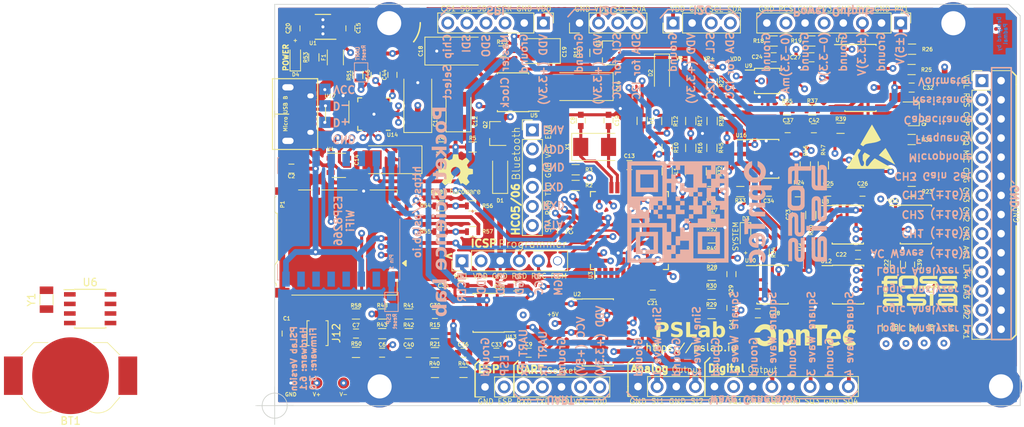
<source format=kicad_pcb>
(kicad_pcb (version 20171130) (host pcbnew 5.0.2-bee76a0~70~ubuntu18.04.1)
  (title_block (title PSLab) (date 2019-03-24) (rev v6.1) (company FOSSASIA))
  (layers (0 L1.Front signal) (1 L2.Signal signal) (2 L3.Power signal) (31 L4.Ground signal) (34 B.Paste user) (35 F.Paste user) (36 B.SilkS user) (37 F.SilkS user) (38 B.Mask user) (39 F.Mask user) (44 Edge.Cuts user))
  (net 0 "")
  (net 1 GND)
  (net 2 +5V)
  (net 3 "Net-(C14-Pad1)")
  (net 4 AVdd)
  (net 5 "Net-(C16-Pad2)")
  (net 6 V+)
  (net 7 V-)
  (net 8 SCK)
  (net 9 SCL)
  (net 10 SDA)
  (net 11 SDO)
  (net 12 /ID1)
  (net 13 /ID2)
  (net 14 /ID3)
  (net 15 /ID4)
  (net 16 "Net-(Q1-Pad1)")
  (net 17 PVS2)
  (net 18 PVS1)
  (net 19 PVS3)
  (net 20 "Net-(Q1-Pad2)")
  (net 21 PCS)
  (net 22 "Net-(R25-Pad2)")
  (net 23 "Net-(R28-Pad2)")
  (net 24 /ETxD)
  (net 25 /ERxD)
  (net 26 /MTxD)
  (net 27 /MRxD)
  (net 28 "Net-(C11-Pad1)")
  (net 29 "Net-(C14-Pad2)")
  (net 30 "Net-(C16-Pad1)")
  (net 31 "Net-(C18-Pad2)")
  (net 32 VR-)
  (net 33 "Net-(C23-Pad1)")
  (net 34 "Net-(C23-Pad2)")
  (net 35 VR+)
  (net 36 "Net-(C29-Pad1)")
  (net 37 "Net-(C29-Pad2)")
  (net 38 "Net-(R16-Pad1)")
  (net 39 "Net-(R18-Pad2)")
  (net 40 "Net-(R19-Pad2)")
  (net 41 "Net-(R27-Pad1)")
  (net 42 "Net-(R35-Pad2)")
  (net 43 "Net-(U2-Pad2)")
  (net 44 "Net-(U2-Pad5)")
  (net 45 CH1out)
  (net 46 CH2out)
  (net 47 CH3out)
  (net 48 "Net-(R46-Pad1)")
  (net 49 AN8)
  (net 50 MIC)
  (net 51 "Net-(C10-Pad2)")
  (net 52 MICout)
  (net 53 "/I/O Processing/DAC1")
  (net 54 "/I/O Processing/DAC2")
  (net 55 "/I/O Processing/DAC4")
  (net 56 "Net-(C6-Pad2)")
  (net 57 "Net-(C7-Pad1)")
  (net 58 "Net-(C30-Pad2)")
  (net 59 "Net-(C40-Pad1)")
  (net 60 SQ4)
  (net 61 PGC2)
  (net 62 CH1)
  (net 63 ACH1)
  (net 64 CH2)
  (net 65 CH3)
  (net 66 "Net-(R22-Pad1)")
  (net 67 "Net-(R33-Pad2)")
  (net 68 "Net-(U11-Pad3)")
  (net 69 CS.CH2)
  (net 70 CS.CH1)
  (net 71 "Net-(R14-Pad2)")
  (net 72 PGD2)
  (net 73 "Net-(C33-Pad2)")
  (net 74 "Net-(C36-Pad2)")
  (net 75 SINE1)
  (net 76 SQ3)
  (net 77 SINE2)
  (net 78 "Net-(C42-Pad1)")
  (net 79 "Net-(R10-Pad2)")
  (net 80 "Net-(R49-Pad1)")
  (net 81 "Net-(U10-Pad6)")
  (net 82 RP147)
  (net 83 "Net-(D3-Pad2)")
  (net 84 "Net-(D4-Pad2)")
  (net 85 CH3.GAIN)
  (net 86 "Net-(D1-Pad2)")
  (net 87 "Net-(D2-Pad1)")
  (net 88 FCin)
  (net 89 MCLR)
  (net 90 "Net-(C8-Pad2)")
  (net 91 SQR4)
  (net 92 SQR3)
  (net 93 SQR2)
  (net 94 SQR1)
  (net 95 IDD)
  (net 96 IDC)
  (net 97 IDB)
  (net 98 IDA)
  (net 99 "Net-(C21-Pad2)")
  (net 100 SEN)
  (net 101 CAP)
  (net 102 RxD)
  (net 103 TxD)
  (net 104 /ESPROG)
  (net 105 SDI)
  (net 106 3.3V)
  (net 107 VBus)
  (net 108 D-)
  (net 109 D+)
  (net 110 CS.CH3)
  (net 111 CS)
  (net 112 SW)
  (net 113 "Net-(C1-Pad1)")
  (net 114 "Net-(JP1-Pad2)")
  (net 115 "Net-(JP2-Pad1)")
  (net 116 "Net-(BT1-Pad1)")
  (net 117 "Net-(U6-Pad1)")
  (net 118 "Net-(U6-Pad2)")
  (module Housings_DFN_QFN:DFN-6-1EP_3x3mm_Pitch0.95mm (layer L1.Front) (at 97.35 63.26 180)
    (fp_text reference U1 (at 1.32 -2.16 180) (layer F.SilkS) (effects (font (size 0.5 0.5) (thickness 0.1))))
    (fp_text value LDFM33PVR)
    (pad 7 smd rect (at 0 0 180) (size 1 2.5) (layers L1.Front F.Paste F.Mask) (net 1 GND))
    (pad 6 smd rect (at 1.34 -0.95 180) (size 0.63 0.45) (layers L1.Front F.Paste F.Mask) (net 2 +5V))
    (pad 5 smd rect (at 1.34 0 180) (size 0.63 0.45) (layers L1.Front F.Paste F.Mask) (net 2 +5V))
    (pad 4 smd rect (at 1.34 0.95 180) (size 0.63 0.45) (layers L1.Front F.Paste F.Mask) (net 1 GND))
    (pad 3 smd rect (at -1.34 0.95 180) (size 0.63 0.45) (layers L1.Front F.Paste F.Mask))
    (pad 2 smd rect (at -1.34 0 180) (size 0.63 0.45) (layers L1.Front F.Paste F.Mask))
    (pad 1 smd rect (at -1.34 -0.95 180) (size 0.63 0.45) (layers L1.Front F.Paste F.Mask) (net 106 3.3V))
  )
  (module Housings_DFN_QFN:QFN-24-1EP_4x4mm_Pitch0.5mm (layer L1.Front) (at 104.13 74.85 180)
    (fp_text reference U14 (at -2.45 -2.75 180) (layer F.SilkS) (effects (font (size 0.5 0.5) (thickness 0.1))))
    (fp_text value CP2102)
    (pad 1 smd rect (at -1.95 -1.25 180) (size 0.85 0.3) (layers L1.Front F.Paste F.Mask))
    (pad 2 smd rect (at -1.95 -0.75 180) (size 0.85 0.3) (layers L1.Front F.Paste F.Mask) (net 1 GND))
    (pad 3 smd rect (at -1.95 -0.25 180) (size 0.85 0.3) (layers L1.Front F.Paste F.Mask) (net 109 D+))
    (pad 4 smd rect (at -1.95 0.25 180) (size 0.85 0.3) (layers L1.Front F.Paste F.Mask) (net 108 D-))
    (pad 5 smd rect (at -1.95 0.75 180) (size 0.85 0.3) (layers L1.Front F.Paste F.Mask) (net 106 3.3V))
    (pad 6 smd rect (at -1.95 1.25 180) (size 0.85 0.3) (layers L1.Front F.Paste F.Mask) (net 106 3.3V))
    (pad 7 smd rect (at -1.25 1.95 270) (size 0.85 0.3) (layers L1.Front F.Paste F.Mask) (net 106 3.3V))
    (pad 8 smd rect (at -0.75 1.95 270) (size 0.85 0.3) (layers L1.Front F.Paste F.Mask) (net 107 VBus))
    (pad 9 smd rect (at -0.25 1.95 270) (size 0.85 0.3) (layers L1.Front F.Paste F.Mask) (net 115 "Net-(JP2-Pad1)"))
    (pad 10 smd rect (at 0.25 1.95 270) (size 0.85 0.3) (layers L1.Front F.Paste F.Mask))
    (pad 11 smd rect (at 0.75 1.95 270) (size 0.85 0.3) (layers L1.Front F.Paste F.Mask))
    (pad 12 smd rect (at 1.25 1.95 270) (size 0.85 0.3) (layers L1.Front F.Paste F.Mask))
    (pad 13 smd rect (at 1.95 1.25 180) (size 0.85 0.3) (layers L1.Front F.Paste F.Mask))
    (pad 14 smd rect (at 1.95 0.75 180) (size 0.85 0.3) (layers L1.Front F.Paste F.Mask))
    (pad 15 smd rect (at 1.95 0.25 180) (size 0.85 0.3) (layers L1.Front F.Paste F.Mask))
    (pad 16 smd rect (at 1.95 -0.25 180) (size 0.85 0.3) (layers L1.Front F.Paste F.Mask))
    (pad 17 smd rect (at 1.95 -0.75 180) (size 0.85 0.3) (layers L1.Front F.Paste F.Mask))
    (pad 18 smd rect (at 1.95 -1.25 180) (size 0.85 0.3) (layers L1.Front F.Paste F.Mask))
    (pad 19 smd rect (at 1.25 -1.95 270) (size 0.85 0.3) (layers L1.Front F.Paste F.Mask))
    (pad 20 smd rect (at 0.75 -1.95 270) (size 0.85 0.3) (layers L1.Front F.Paste F.Mask) (net 27 /MRxD))
    (pad 21 smd rect (at 0.25 -1.95 270) (size 0.85 0.3) (layers L1.Front F.Paste F.Mask) (net 26 /MTxD))
    (pad 22 smd rect (at -0.25 -1.95 270) (size 0.85 0.3) (layers L1.Front F.Paste F.Mask))
    (pad 23 smd rect (at -0.75 -1.95 270) (size 0.85 0.3) (layers L1.Front F.Paste F.Mask))
    (pad 24 smd rect (at -1.25 -1.95 270) (size 0.85 0.3) (layers L1.Front F.Paste F.Mask))
    (pad 25 smd rect (at 0 0 180) (size 1.8 1.8) (layers L1.Front F.Paste F.Mask) (net 1 GND))
  )
  (module TO_SOT_Packages_SMD:SOT-23-6 (layer L1.Front) (at 99.47 81.66)
    (fp_text reference U4 (at -1.1 -2.15) (layer F.SilkS) (effects (font (size 0.5 0.5) (thickness 0.1))))
    (fp_text value TC1240A)
    (pad 1 smd rect (at -1.1 -0.95) (size 1.06 0.65) (layers L1.Front F.Paste F.Mask) (net 2 +5V))
    (pad 2 smd rect (at -1.1 0) (size 1.06 0.65) (layers L1.Front F.Paste F.Mask) (net 1 GND))
    (pad 3 smd rect (at -1.1 0.95) (size 1.06 0.65) (layers L1.Front F.Paste F.Mask) (net 29 "Net-(C14-Pad2)"))
    (pad 4 smd rect (at 1.1 0.95) (size 1.06 0.65) (layers L1.Front F.Paste F.Mask) (net 1 GND))
    (pad 6 smd rect (at 1.1 -0.95) (size 1.06 0.65) (layers L1.Front F.Paste F.Mask) (net 3 "Net-(C14-Pad1)"))
    (pad 5 smd rect (at 1.1 0) (size 1.06 0.65) (layers L1.Front F.Paste F.Mask) (net 28 "Net-(C11-Pad1)"))
  )
  (module Housings_SOIC:SOIC-8_3.9x4.9mm_Pitch1.27mm (layer L1.Front) (at 122.6 71.95 180)
    (fp_text reference U5 (at -2.79 -3.07 180) (layer F.SilkS) (effects (font (size 0.5 0.5) (thickness 0.1))))
    (fp_text value 7660)
    (pad 1 smd rect (at -2.7 -1.905 180) (size 1.55 0.6) (layers L1.Front F.Paste F.Mask))
    (pad 2 smd rect (at -2.7 -0.635 180) (size 1.55 0.6) (layers L1.Front F.Paste F.Mask) (net 30 "Net-(C16-Pad1)"))
    (pad 3 smd rect (at -2.7 0.635 180) (size 1.55 0.6) (layers L1.Front F.Paste F.Mask) (net 1 GND))
    (pad 4 smd rect (at -2.7 1.905 180) (size 1.55 0.6) (layers L1.Front F.Paste F.Mask) (net 5 "Net-(C16-Pad2)"))
    (pad 5 smd rect (at 2.7 1.905 180) (size 1.55 0.6) (layers L1.Front F.Paste F.Mask) (net 31 "Net-(C18-Pad2)"))
    (pad 6 smd rect (at 2.7 0.635 180) (size 1.55 0.6) (layers L1.Front F.Paste F.Mask))
    (pad 7 smd rect (at 2.7 -0.635 180) (size 1.55 0.6) (layers L1.Front F.Paste F.Mask))
    (pad 8 smd rect (at 2.7 -1.905 180) (size 1.55 0.6) (layers L1.Front F.Paste F.Mask) (net 28 "Net-(C11-Pad1)"))
  )
  (module Housings_QFP:TQFP-44_10x10mm_Pitch0.8mm (layer L1.Front) (at 138.06 90.32 90)
    (fp_text reference U3 (at -5.94 -5.16 90) (layer F.SilkS) (effects (font (size 0.5 0.5) (thickness 0.1))))
    (fp_text value PIC24EP256GP204)
    (pad 1 smd rect (at -5.7 -4 90) (size 1.5 0.55) (layers L1.Front F.Paste F.Mask) (net 110 CS.CH3))
    (pad 2 smd rect (at -5.7 -3.2 90) (size 1.5 0.55) (layers L1.Front F.Paste F.Mask) (net 43 "Net-(U2-Pad2)"))
    (pad 3 smd rect (at -5.7 -2.4 90) (size 1.5 0.55) (layers L1.Front F.Paste F.Mask) (net 44 "Net-(U2-Pad5)"))
    (pad 4 smd rect (at -5.7 -1.6 90) (size 1.5 0.55) (layers L1.Front F.Paste F.Mask) (net 76 SQ3))
    (pad 5 smd rect (at -5.7 -0.8 90) (size 1.5 0.55) (layers L1.Front F.Paste F.Mask) (net 60 SQ4))
    (pad 6 smd rect (at -5.7 0 90) (size 1.5 0.55) (layers L1.Front F.Paste F.Mask) (net 1 GND))
    (pad 7 smd rect (at -5.7 0.8 90) (size 1.5 0.55) (layers L1.Front F.Paste F.Mask) (net 99 "Net-(C21-Pad2)"))
    (pad 8 smd rect (at -5.7 1.6 90) (size 1.5 0.55) (layers L1.Front F.Paste F.Mask) (net 12 /ID1))
    (pad 9 smd rect (at -5.7 2.4 90) (size 1.5 0.55) (layers L1.Front F.Paste F.Mask) (net 13 /ID2))
    (pad 10 smd rect (at -5.7 3.2 90) (size 1.5 0.55) (layers L1.Front F.Paste F.Mask) (net 14 /ID3))
    (pad 11 smd rect (at -5.7 4 90) (size 1.5 0.55) (layers L1.Front F.Paste F.Mask) (net 15 /ID4))
    (pad 12 smd rect (at -4 5.7 180) (size 1.5 0.55) (layers L1.Front F.Paste F.Mask) (net 70 CS.CH1))
    (pad 13 smd rect (at -3.2 5.7 180) (size 1.5 0.55) (layers L1.Front F.Paste F.Mask) (net 69 CS.CH2))
    (pad 14 smd rect (at -2.4 5.7 180) (size 1.5 0.55) (layers L1.Front F.Paste F.Mask) (net 80 "Net-(R49-Pad1)"))
    (pad 15 smd rect (at -1.6 5.7 180) (size 1.5 0.55) (layers L1.Front F.Paste F.Mask) (net 82 RP147))
    (pad 16 smd rect (at -0.8 5.7 180) (size 1.5 0.55) (layers L1.Front F.Paste F.Mask) (net 1 GND))
    (pad 17 smd rect (at 0 5.7 180) (size 1.5 0.55) (layers L1.Front F.Paste F.Mask) (net 4 AVdd))
    (pad 18 smd rect (at 0.8 5.7 180) (size 1.5 0.55) (layers L1.Front F.Paste F.Mask) (net 89 MCLR))
    (pad 19 smd rect (at 1.6 5.7 180) (size 1.5 0.55) (layers L1.Front F.Paste F.Mask) (net 46 CH2out))
    (pad 20 smd rect (at 2.4 5.7 180) (size 1.5 0.55) (layers L1.Front F.Paste F.Mask) (net 47 CH3out))
    (pad 21 smd rect (at 3.2 5.7 180) (size 1.5 0.55) (layers L1.Front F.Paste F.Mask) (net 52 MICout))
    (pad 22 smd rect (at 4 5.7 180) (size 1.5 0.55) (layers L1.Front F.Paste F.Mask) (net 45 CH1out))
    (pad 23 smd rect (at 5.7 4 90) (size 1.5 0.55) (layers L1.Front F.Paste F.Mask))
    (pad 24 smd rect (at 5.7 3.2 90) (size 1.5 0.55) (layers L1.Front F.Paste F.Mask) (net 101 CAP))
    (pad 25 smd rect (at 5.7 2.4 90) (size 1.5 0.55) (layers L1.Front F.Paste F.Mask) (net 79 "Net-(R10-Pad2)"))
    (pad 26 smd rect (at 5.7 1.6 90) (size 1.5 0.55) (layers L1.Front F.Paste F.Mask) (net 100 SEN))
    (pad 27 smd rect (at 5.7 0.8 90) (size 1.5 0.55) (layers L1.Front F.Paste F.Mask) (net 49 AN8))
    (pad 28 smd rect (at 5.7 0 90) (size 1.5 0.55) (layers L1.Front F.Paste F.Mask) (net 106 3.3V))
    (pad 29 smd rect (at 5.7 -0.8 90) (size 1.5 0.55) (layers L1.Front F.Paste F.Mask) (net 1 GND))
    (pad 30 smd rect (at 5.7 -1.6 90) (size 1.5 0.55) (layers L1.Front F.Paste F.Mask) (net 51 "Net-(C10-Pad2)"))
    (pad 31 smd rect (at 5.7 -2.4 90) (size 1.5 0.55) (layers L1.Front F.Paste F.Mask) (net 90 "Net-(C8-Pad2)"))
    (pad 32 smd rect (at 5.7 -3.2 90) (size 1.5 0.55) (layers L1.Front F.Paste F.Mask) (net 10 SDA))
    (pad 33 smd rect (at 5.7 -4 90) (size 1.5 0.55) (layers L1.Front F.Paste F.Mask) (net 9 SCL))
    (pad 34 smd rect (at 4 -5.7 180) (size 1.5 0.55) (layers L1.Front F.Paste F.Mask) (net 11 SDO))
    (pad 35 smd rect (at 3.2 -5.7 180) (size 1.5 0.55) (layers L1.Front F.Paste F.Mask) (net 105 SDI))
    (pad 36 smd rect (at 2.4 -5.7 180) (size 1.5 0.55) (layers L1.Front F.Paste F.Mask) (net 8 SCK))
    (pad 37 smd rect (at 1.6 -5.7 180) (size 1.5 0.55) (layers L1.Front F.Paste F.Mask) (net 111 CS))
    (pad 38 smd rect (at 0.8 -5.7 180) (size 1.5 0.55) (layers L1.Front F.Paste F.Mask) (net 112 SW))
    (pad 39 smd rect (at 0 -5.7 180) (size 1.5 0.55) (layers L1.Front F.Paste F.Mask) (net 1 GND))
    (pad 40 smd rect (at -0.8 -5.7 180) (size 1.5 0.55) (layers L1.Front F.Paste F.Mask) (net 106 3.3V))
    (pad 41 smd rect (at -1.6 -5.7 180) (size 1.5 0.55) (layers L1.Front F.Paste F.Mask) (net 72 PGD2))
    (pad 42 smd rect (at -2.4 -5.7 180) (size 1.5 0.55) (layers L1.Front F.Paste F.Mask) (net 61 PGC2))
    (pad 43 smd rect (at -3.2 -5.7 180) (size 1.5 0.55) (layers L1.Front F.Paste F.Mask) (net 102 RxD))
    (pad 44 smd rect (at -4 -5.7 180) (size 1.5 0.55) (layers L1.Front F.Paste F.Mask) (net 103 TxD))
  )
  (module Resistors_SMD:R_0603 (layer L1.Front) (at 112.23 106.55 180)
    (fp_text reference R21 (at -0.02 1.15 180) (layer F.SilkS) (effects (font (size 0.5 0.5) (thickness 0.1))))
    (fp_text value 10K)
    (pad 1 smd rect (at -0.75 0 180) (size 0.5 0.9) (layers L1.Front F.Paste F.Mask) (net 77 SINE2))
    (pad 2 smd rect (at 0.75 0 180) (size 0.5 0.9) (layers L1.Front F.Paste F.Mask) (net 59 "Net-(C40-Pad1)"))
  )
  (module Housings_SOIC:SOIC-8_3.9x4.9mm_Pitch1.27mm (layer L1.Front) (at 157.07 97.5)
    (fp_text reference U10 (at -2.93 -3.19 180) (layer F.SilkS) (effects (font (size 0.5 0.5) (thickness 0.1))))
    (fp_text value TL082)
    (pad 1 smd rect (at -2.7 -1.905) (size 1.55 0.6) (layers L1.Front F.Paste F.Mask) (net 36 "Net-(C29-Pad1)"))
    (pad 2 smd rect (at -2.7 -0.635) (size 1.55 0.6) (layers L1.Front F.Paste F.Mask) (net 37 "Net-(C29-Pad2)"))
    (pad 3 smd rect (at -2.7 0.635) (size 1.55 0.6) (layers L1.Front F.Paste F.Mask) (net 1 GND))
    (pad 4 smd rect (at -2.7 1.905) (size 1.55 0.6) (layers L1.Front F.Paste F.Mask) (net 32 VR-))
    (pad 5 smd rect (at 2.7 1.905) (size 1.55 0.6) (layers L1.Front F.Paste F.Mask) (net 38 "Net-(R16-Pad1)"))
    (pad 6 smd rect (at 2.7 0.635) (size 1.55 0.6) (layers L1.Front F.Paste F.Mask) (net 81 "Net-(U10-Pad6)"))
    (pad 7 smd rect (at 2.7 -0.635) (size 1.55 0.6) (layers L1.Front F.Paste F.Mask) (net 81 "Net-(U10-Pad6)"))
    (pad 8 smd rect (at 2.7 -1.905) (size 1.55 0.6) (layers L1.Front F.Paste F.Mask) (net 35 VR+))
  )
  (module Capacitors_Tantalum_SMD:CP_Tantalum_Case-C_EIA-6032-28_Reflow (layer L1.Front) (at 109.95 73.2 90)
    (fp_text reference C11 (at -2.62 2.32 90) (layer F.SilkS) (effects (font (size 0.5 0.5) (thickness 0.1))))
    (fp_text value 100u)
    (pad 1 smd rect (at -2.525 0 90) (size 2.55 2.5) (layers L1.Front F.Paste F.Mask) (net 28 "Net-(C11-Pad1)"))
    (pad 2 smd rect (at 2.525 0 90) (size 2.55 2.5) (layers L1.Front F.Paste F.Mask) (net 1 GND))
  )
  (module Capacitors_Tantalum_SMD:CP_Tantalum_Case-C_EIA-6032-28_Reflow (layer L1.Front) (at 106.4 80.91 180)
    (fp_text reference C14 (at 4.57 -0.03 270) (layer F.SilkS) (effects (font (size 0.5 0.5) (thickness 0.1))))
    (fp_text value 100u)
    (pad 1 smd rect (at -2.525 0 180) (size 2.55 2.5) (layers L1.Front F.Paste F.Mask) (net 3 "Net-(C14-Pad1)"))
    (pad 2 smd rect (at 2.525 0 180) (size 2.55 2.5) (layers L1.Front F.Paste F.Mask) (net 29 "Net-(C14-Pad2)"))
  )
  (module Capacitors_Tantalum_SMD:CP_Tantalum_Case-C_EIA-6032-28_Reflow (layer L1.Front) (at 131.8 71.2 180)
    (fp_text reference C16 (at -4.77 0.04 270) (layer F.SilkS) (effects (font (size 0.5 0.5) (thickness 0.1))))
    (fp_text value 100u)
    (pad 1 smd rect (at -2.525 0 180) (size 2.55 2.5) (layers L1.Front F.Paste F.Mask) (net 30 "Net-(C16-Pad1)"))
    (pad 2 smd rect (at 2.525 0 180) (size 2.55 2.5) (layers L1.Front F.Paste F.Mask) (net 5 "Net-(C16-Pad2)"))
  )
  (module Capacitors_Tantalum_SMD:CP_Tantalum_Case-C_EIA-6032-28_Reflow (layer L1.Front) (at 114.99 66.48)
    (fp_text reference C18 (at -4.66 0.02 90) (layer F.SilkS) (effects (font (size 0.5 0.5) (thickness 0.1))))
    (fp_text value 100u)
    (pad 1 smd rect (at -2.525 0) (size 2.55 2.5) (layers L1.Front F.Paste F.Mask) (net 1 GND))
    (pad 2 smd rect (at 2.525 0) (size 2.55 2.5) (layers L1.Front F.Paste F.Mask) (net 31 "Net-(C18-Pad2)"))
  )
  (module Diodes_SMD:D_MiniMELF (layer L1.Front) (at 120.89 82.83 90)
    (fp_text reference D1 (at -3.5 0 180) (layer F.SilkS) (effects (font (size 0.5 0.5) (thickness 0.1))))
    (fp_text value 6V8)
    (pad 1 smd rect (at -1.75 0 90) (size 1.3 1.7) (layers L1.Front F.Paste F.Mask) (net 1 GND))
    (pad 2 smd rect (at 1.75 0 90) (size 1.3 1.7) (layers L1.Front F.Paste F.Mask) (net 86 "Net-(D1-Pad2)"))
  )
  (module Diodes_SMD:D_MiniMELF (layer L1.Front) (at 142.38 69.42 270)
    (fp_text reference D2 (at -0.03 1.5 270) (layer F.SilkS) (effects (font (size 0.5 0.5) (thickness 0.1))))
    (fp_text value 6V8)
    (pad 1 smd rect (at -1.75 0 270) (size 1.3 1.7) (layers L1.Front F.Paste F.Mask) (net 87 "Net-(D2-Pad1)"))
    (pad 2 smd rect (at 1.75 0 270) (size 1.3 1.7) (layers L1.Front F.Paste F.Mask) (net 1 GND))
  )
  (module Fuse_Holders_and_Fuses:Fuse_SMD1206_Reflow (layer L1.Front) (at 99 67.32 90)
    (fp_text reference F1 (at 0 -1.56 270) (layer F.SilkS) (effects (font (size 0.5 0.5) (thickness 0.1))))
    (fp_text value 0.5A)
    (pad 1 smd rect (at -1.2 0 180) (size 2.03 1.14) (layers L1.Front F.Paste F.Mask) (net 107 VBus))
    (pad 2 smd rect (at 1.2 0 180) (size 2.03 1.14) (layers L1.Front F.Paste F.Mask) (net 2 +5V))
  )
  (module TO_SOT_Packages_SMD:SOT-23 (layer L1.Front) (at 175.8 74.82)
    (fp_text reference Q1 (at 1.39 1.16 90) (layer F.SilkS) (effects (font (size 0.5 0.5) (thickness 0.1))))
    (fp_text value MMBT3906)
    (pad 1 smd rect (at -1 -0.95) (size 0.9 0.8) (layers L1.Front F.Paste F.Mask) (net 16 "Net-(Q1-Pad1)"))
    (pad 2 smd rect (at -1 0.95) (size 0.9 0.8) (layers L1.Front F.Paste F.Mask) (net 20 "Net-(Q1-Pad2)"))
    (pad 3 smd rect (at 1 0) (size 0.9 0.8) (layers L1.Front F.Paste F.Mask) (net 21 PCS))
  )
  (module Housings_SOIC:SOIC-14_3.9x8.7mm_Pitch1.27mm (layer L1.Front) (at 133.86 103.85)
    (fp_text reference U2 (at -2.75 -5.075) (layer F.SilkS) (effects (font (size 0.5 0.5) (thickness 0.1))))
    (fp_text value 74HC126)
    (pad 1 smd rect (at -2.7 -3.81) (size 1.5 0.6) (layers L1.Front F.Paste F.Mask) (net 2 +5V))
    (pad 2 smd rect (at -2.7 -2.54) (size 1.5 0.6) (layers L1.Front F.Paste F.Mask) (net 43 "Net-(U2-Pad2)"))
    (pad 3 smd rect (at -2.7 -1.27) (size 1.5 0.6) (layers L1.Front F.Paste F.Mask) (net 94 SQR1))
    (pad 4 smd rect (at -2.7 0) (size 1.5 0.6) (layers L1.Front F.Paste F.Mask) (net 2 +5V))
    (pad 5 smd rect (at -2.7 1.27) (size 1.5 0.6) (layers L1.Front F.Paste F.Mask) (net 44 "Net-(U2-Pad5)"))
    (pad 6 smd rect (at -2.7 2.54) (size 1.5 0.6) (layers L1.Front F.Paste F.Mask) (net 93 SQR2))
    (pad 7 smd rect (at -2.7 3.81) (size 1.5 0.6) (layers L1.Front F.Paste F.Mask) (net 1 GND))
    (pad 8 smd rect (at 2.7 3.81) (size 1.5 0.6) (layers L1.Front F.Paste F.Mask) (net 91 SQR4))
    (pad 9 smd rect (at 2.7 2.54) (size 1.5 0.6) (layers L1.Front F.Paste F.Mask) (net 60 SQ4))
    (pad 10 smd rect (at 2.7 1.27) (size 1.5 0.6) (layers L1.Front F.Paste F.Mask) (net 2 +5V))
    (pad 11 smd rect (at 2.7 0) (size 1.5 0.6) (layers L1.Front F.Paste F.Mask) (net 92 SQR3))
    (pad 12 smd rect (at 2.7 -1.27) (size 1.5 0.6) (layers L1.Front F.Paste F.Mask) (net 76 SQ3))
    (pad 13 smd rect (at 2.7 -2.54) (size 1.5 0.6) (layers L1.Front F.Paste F.Mask) (net 2 +5V))
    (pad 14 smd rect (at 2.7 -3.81) (size 1.5 0.6) (layers L1.Front F.Paste F.Mask) (net 2 +5V))
  )
  (module Housings_SOIC:SOIC-14_3.9x8.7mm_Pitch1.27mm (layer L1.Front) (at 168.75 70.05)
    (fp_text reference U7 (at -2.81 -5.03) (layer F.SilkS) (effects (font (size 0.5 0.5) (thickness 0.1))))
    (fp_text value LM324)
    (pad 1 smd rect (at -2.7 -3.81) (size 1.5 0.6) (layers L1.Front F.Paste F.Mask) (net 40 "Net-(R19-Pad2)"))
    (pad 2 smd rect (at -2.7 -2.54) (size 1.5 0.6) (layers L1.Front F.Paste F.Mask) (net 39 "Net-(R18-Pad2)"))
    (pad 3 smd rect (at -2.7 -1.27) (size 1.5 0.6) (layers L1.Front F.Paste F.Mask) (net 53 "/I/O Processing/DAC1"))
    (pad 4 smd rect (at -2.7 0) (size 1.5 0.6) (layers L1.Front F.Paste F.Mask) (net 6 V+))
    (pad 5 smd rect (at -2.7 1.27) (size 1.5 0.6) (layers L1.Front F.Paste F.Mask) (net 54 "/I/O Processing/DAC2"))
    (pad 6 smd rect (at -2.7 2.54) (size 1.5 0.6) (layers L1.Front F.Paste F.Mask) (net 42 "Net-(R35-Pad2)"))
    (pad 7 smd rect (at -2.7 3.81) (size 1.5 0.6) (layers L1.Front F.Paste F.Mask) (net 17 PVS2))
    (pad 8 smd rect (at 2.7 3.81) (size 1.5 0.6) (layers L1.Front F.Paste F.Mask) (net 16 "Net-(Q1-Pad1)"))
    (pad 9 smd rect (at 2.7 2.54) (size 1.5 0.6) (layers L1.Front F.Paste F.Mask) (net 20 "Net-(Q1-Pad2)"))
    (pad 10 smd rect (at 2.7 1.27) (size 1.5 0.6) (layers L1.Front F.Paste F.Mask) (net 55 "/I/O Processing/DAC4"))
    (pad 11 smd rect (at 2.7 0) (size 1.5 0.6) (layers L1.Front F.Paste F.Mask) (net 7 V-))
    (pad 12 smd rect (at 2.7 -1.27) (size 1.5 0.6) (layers L1.Front F.Paste F.Mask) (net 40 "Net-(R19-Pad2)"))
    (pad 13 smd rect (at 2.7 -2.54) (size 1.5 0.6) (layers L1.Front F.Paste F.Mask) (net 22 "Net-(R25-Pad2)"))
    (pad 14 smd rect (at 2.7 -3.81) (size 1.5 0.6) (layers L1.Front F.Paste F.Mask) (net 18 PVS1))
  )
  (module Housings_SOIC:SOIC-8_3.9x4.9mm_Pitch1.27mm (layer L1.Front) (at 167.07 89.53)
    (fp_text reference U8 (at -2.99 -3.07) (layer F.SilkS) (effects (font (size 0.5 0.5) (thickness 0.1))))
    (fp_text value TL082)
    (pad 1 smd rect (at -2.7 -1.905) (size 1.55 0.6) (layers L1.Front F.Paste F.Mask) (net 33 "Net-(C23-Pad1)"))
    (pad 2 smd rect (at -2.7 -0.635) (size 1.55 0.6) (layers L1.Front F.Paste F.Mask) (net 34 "Net-(C23-Pad2)"))
    (pad 3 smd rect (at -2.7 0.635) (size 1.55 0.6) (layers L1.Front F.Paste F.Mask) (net 1 GND))
    (pad 4 smd rect (at -2.7 1.905) (size 1.55 0.6) (layers L1.Front F.Paste F.Mask) (net 32 VR-))
    (pad 5 smd rect (at 2.7 1.905) (size 1.55 0.6) (layers L1.Front F.Paste F.Mask) (net 38 "Net-(R16-Pad1)"))
    (pad 6 smd rect (at 2.7 0.635) (size 1.55 0.6) (layers L1.Front F.Paste F.Mask) (net 68 "Net-(U11-Pad3)"))
    (pad 7 smd rect (at 2.7 -0.635) (size 1.55 0.6) (layers L1.Front F.Paste F.Mask) (net 68 "Net-(U11-Pad3)"))
    (pad 8 smd rect (at 2.7 -1.905) (size 1.55 0.6) (layers L1.Front F.Paste F.Mask) (net 35 VR+))
  )
  (module Housings_SSOP:MSOP-10_3x3mm_Pitch0.5mm (layer L1.Front) (at 156.35 70.45)
    (fp_text reference U9 (at -2.46 -2.01) (layer F.SilkS) (effects (font (size 0.5 0.5) (thickness 0.1))))
    (fp_text value MCP4728)
    (pad 1 smd rect (at -2.2 -1) (size 1.4 0.3) (layers L1.Front F.Paste F.Mask) (net 4 AVdd))
    (pad 2 smd rect (at -2.2 -0.5) (size 1.4 0.3) (layers L1.Front F.Paste F.Mask) (net 9 SCL))
    (pad 3 smd rect (at -2.2 0) (size 1.4 0.3) (layers L1.Front F.Paste F.Mask) (net 10 SDA))
    (pad 4 smd rect (at -2.2 0.5) (size 1.4 0.3) (layers L1.Front F.Paste F.Mask) (net 41 "Net-(R27-Pad1)"))
    (pad 5 smd rect (at -2.2 1) (size 1.4 0.3) (layers L1.Front F.Paste F.Mask))
    (pad 6 smd rect (at 2.2 1) (size 1.4 0.3) (layers L1.Front F.Paste F.Mask) (net 55 "/I/O Processing/DAC4"))
    (pad 7 smd rect (at 2.2 0.5) (size 1.4 0.3) (layers L1.Front F.Paste F.Mask) (net 19 PVS3))
    (pad 8 smd rect (at 2.2 0) (size 1.4 0.3) (layers L1.Front F.Paste F.Mask) (net 54 "/I/O Processing/DAC2"))
    (pad 9 smd rect (at 2.2 -0.5) (size 1.4 0.3) (layers L1.Front F.Paste F.Mask) (net 53 "/I/O Processing/DAC1"))
    (pad 10 smd rect (at 2.2 -1) (size 1.4 0.3) (layers L1.Front F.Paste F.Mask) (net 1 GND))
  )
  (module Housings_SOIC:SOIC-8_3.9x4.9mm_Pitch1.27mm (layer L1.Front) (at 176.11 89.52)
    (fp_text reference U11 (at -2.99 -3.16) (layer F.SilkS) (effects (font (size 0.5 0.5) (thickness 0.1))))
    (fp_text value 6S21)
    (pad 1 smd rect (at -2.7 -1.905) (size 1.55 0.6) (layers L1.Front F.Paste F.Mask) (net 45 CH1out))
    (pad 2 smd rect (at -2.7 -0.635) (size 1.55 0.6) (layers L1.Front F.Paste F.Mask) (net 66 "Net-(R22-Pad1)"))
    (pad 3 smd rect (at -2.7 0.635) (size 1.55 0.6) (layers L1.Front F.Paste F.Mask) (net 68 "Net-(U11-Pad3)"))
    (pad 4 smd rect (at -2.7 1.905) (size 1.55 0.6) (layers L1.Front F.Paste F.Mask) (net 1 GND))
    (pad 5 smd rect (at 2.7 1.905) (size 1.55 0.6) (layers L1.Front F.Paste F.Mask) (net 70 CS.CH1))
    (pad 6 smd rect (at 2.7 0.635) (size 1.55 0.6) (layers L1.Front F.Paste F.Mask) (net 11 SDO))
    (pad 7 smd rect (at 2.7 -0.635) (size 1.55 0.6) (layers L1.Front F.Paste F.Mask) (net 8 SCK))
    (pad 8 smd rect (at 2.7 -1.905) (size 1.55 0.6) (layers L1.Front F.Paste F.Mask) (net 4 AVdd))
  )
  (module Housings_SOIC:SOIC-8_3.9x4.9mm_Pitch1.27mm (layer L1.Front) (at 167.11 97.5)
    (fp_text reference U12 (at -2.91 -3.12) (layer F.SilkS) (effects (font (size 0.5 0.5) (thickness 0.1))))
    (fp_text value 6S21)
    (pad 1 smd rect (at -2.7 -1.905) (size 1.55 0.6) (layers L1.Front F.Paste F.Mask) (net 46 CH2out))
    (pad 2 smd rect (at -2.7 -0.635) (size 1.55 0.6) (layers L1.Front F.Paste F.Mask) (net 23 "Net-(R28-Pad2)"))
    (pad 3 smd rect (at -2.7 0.635) (size 1.55 0.6) (layers L1.Front F.Paste F.Mask) (net 81 "Net-(U10-Pad6)"))
    (pad 4 smd rect (at -2.7 1.905) (size 1.55 0.6) (layers L1.Front F.Paste F.Mask) (net 1 GND))
    (pad 5 smd rect (at 2.7 1.905) (size 1.55 0.6) (layers L1.Front F.Paste F.Mask) (net 69 CS.CH2))
    (pad 6 smd rect (at 2.7 0.635) (size 1.55 0.6) (layers L1.Front F.Paste F.Mask) (net 11 SDO))
    (pad 7 smd rect (at 2.7 -0.635) (size 1.55 0.6) (layers L1.Front F.Paste F.Mask) (net 8 SCK))
    (pad 8 smd rect (at 2.7 -1.905) (size 1.55 0.6) (layers L1.Front F.Paste F.Mask) (net 4 AVdd))
  )
  (module Housings_SOIC:SOIC-8_3.9x4.9mm_Pitch1.27mm (layer L1.Front) (at 119.36 101.25 180)
    (fp_text reference U13 (at -2.975 -3.2 180) (layer F.SilkS) (effects (font (size 0.5 0.5) (thickness 0.1))))
    (fp_text value TL082)
    (pad 1 smd rect (at -2.7 -1.905 180) (size 1.55 0.6) (layers L1.Front F.Paste F.Mask) (net 77 SINE2))
    (pad 2 smd rect (at -2.7 -0.635 180) (size 1.55 0.6) (layers L1.Front F.Paste F.Mask) (net 74 "Net-(C36-Pad2)"))
    (pad 3 smd rect (at -2.7 0.635 180) (size 1.55 0.6) (layers L1.Front F.Paste F.Mask) (net 1 GND))
    (pad 4 smd rect (at -2.7 1.905 180) (size 1.55 0.6) (layers L1.Front F.Paste F.Mask) (net 7 V-))
    (pad 5 smd rect (at 2.7 1.905 180) (size 1.55 0.6) (layers L1.Front F.Paste F.Mask) (net 1 GND))
    (pad 6 smd rect (at 2.7 0.635 180) (size 1.55 0.6) (layers L1.Front F.Paste F.Mask) (net 58 "Net-(C30-Pad2)"))
    (pad 7 smd rect (at 2.7 -0.635 180) (size 1.55 0.6) (layers L1.Front F.Paste F.Mask) (net 75 SINE1))
    (pad 8 smd rect (at 2.7 -1.905 180) (size 1.55 0.6) (layers L1.Front F.Paste F.Mask) (net 6 V+))
  )
  (module RF_Modules:Hopref_RFM9XW_SMD (layer L4.Ground) (at 99.44 88.77 90)
    (fp_text reference U15 hide)
    (fp_text value ESP8266)
    (pad 1 smd rect (at -8 7 90) (size 2 1) (layers L4.Ground B.Paste B.Mask) (net 114 "Net-(JP1-Pad2)"))
    (pad 2 smd rect (at -8 5 90) (size 2 1) (layers L4.Ground B.Paste B.Mask))
    (pad 3 smd rect (at -8 3 90) (size 2 1) (layers L4.Ground B.Paste B.Mask) (net 106 3.3V))
    (pad 4 smd rect (at -8 1 90) (size 2 1) (layers L4.Ground B.Paste B.Mask))
    (pad 5 smd rect (at -8 -1 90) (size 2 1) (layers L4.Ground B.Paste B.Mask))
    (pad 6 smd rect (at -8 -3 90) (size 2 1) (layers L4.Ground B.Paste B.Mask))
    (pad 7 smd rect (at -8 -5 90) (size 2 1) (layers L4.Ground B.Paste B.Mask))
    (pad 8 smd rect (at -8 -7 90) (size 2 1) (layers L4.Ground B.Paste B.Mask) (net 106 3.3V))
    (pad 9 smd rect (at 8 -7 90) (size 2 1) (layers L4.Ground B.Paste B.Mask) (net 1 GND))
    (pad 10 smd rect (at 8 -5 90) (size 2 1) (layers L4.Ground B.Paste B.Mask) (net 1 GND))
    (pad 11 smd rect (at 8 -3 90) (size 2 1) (layers L4.Ground B.Paste B.Mask) (net 106 3.3V))
    (pad 12 smd rect (at 8 -1 90) (size 2 1) (layers L4.Ground B.Paste B.Mask) (net 104 /ESPROG))
    (pad 13 smd rect (at 8 1 90) (size 2 1) (layers L4.Ground B.Paste B.Mask))
    (pad 14 smd rect (at 8 3 90) (size 2 1) (layers L4.Ground B.Paste B.Mask))
    (pad 15 smd rect (at 8 5 90) (size 2 1) (layers L4.Ground B.Paste B.Mask) (net 25 /ERxD))
    (pad 16 smd rect (at 8 7 90) (size 2 1) (layers L4.Ground B.Paste B.Mask) (net 24 /ETxD))
  )
  (module Housings_SOIC:SOIC-8_3.9x4.9mm_Pitch1.27mm (layer L1.Front) (at 155.83 80.79)
    (fp_text reference U16 (at -2.92 -3.13 180) (layer F.SilkS) (effects (font (size 0.5 0.5) (thickness 0.1))))
    (fp_text value TL082)
    (pad 1 smd rect (at -2.7 -1.905) (size 1.55 0.6) (layers L1.Front F.Paste F.Mask) (net 67 "Net-(R33-Pad2)"))
    (pad 2 smd rect (at -2.7 -0.635) (size 1.55 0.6) (layers L1.Front F.Paste F.Mask) (net 85 CH3.GAIN))
    (pad 3 smd rect (at -2.7 0.635) (size 1.55 0.6) (layers L1.Front F.Paste F.Mask) (net 65 CH3))
    (pad 4 smd rect (at -2.7 1.905) (size 1.55 0.6) (layers L1.Front F.Paste F.Mask) (net 32 VR-))
    (pad 5 smd rect (at 2.7 1.905) (size 1.55 0.6) (layers L1.Front F.Paste F.Mask) (net 1 GND))
    (pad 6 smd rect (at 2.7 0.635) (size 1.55 0.6) (layers L1.Front F.Paste F.Mask) (net 48 "Net-(R46-Pad1)"))
    (pad 7 smd rect (at 2.7 -0.635) (size 1.55 0.6) (layers L1.Front F.Paste F.Mask) (net 71 "Net-(R14-Pad2)"))
    (pad 8 smd rect (at 2.7 -1.905) (size 1.55 0.6) (layers L1.Front F.Paste F.Mask) (net 35 VR+))
  )
  (module TO_SOT_Packages_SMD:SOT-23 (layer L1.Front) (at 120.26 77.43 180)
    (fp_text reference Q2 (at 1.33 1.17 270) (layer F.SilkS) (effects (font (size 0.5 0.5) (thickness 0.1))))
    (fp_text value MMBT3904)
    (pad 1 smd rect (at -1 -0.95 180) (size 0.9 0.8) (layers L1.Front F.Paste F.Mask) (net 86 "Net-(D1-Pad2)"))
    (pad 2 smd rect (at -1 0.95 180) (size 0.9 0.8) (layers L1.Front F.Paste F.Mask) (net 35 VR+))
    (pad 3 smd rect (at 1 0 180) (size 0.9 0.8) (layers L1.Front F.Paste F.Mask) (net 6 V+))
  )
  (module TO_SOT_Packages_SMD:SOT-23 (layer L1.Front) (at 135.23 66.71 180)
    (fp_text reference Q3 (at 1.31 1.2 90) (layer F.SilkS) (effects (font (size 0.5 0.5) (thickness 0.1))))
    (fp_text value MMBT3906)
    (pad 1 smd rect (at -1 -0.95 180) (size 0.9 0.8) (layers L1.Front F.Paste F.Mask) (net 87 "Net-(D2-Pad1)"))
    (pad 2 smd rect (at -1 0.95 180) (size 0.9 0.8) (layers L1.Front F.Paste F.Mask) (net 32 VR-))
    (pad 3 smd rect (at 1 0 180) (size 0.9 0.8) (layers L1.Front F.Paste F.Mask) (net 7 V-))
  )
  (module Capacitors_Tantalum_SMD:CP_Tantalum_Case-B_EIA-3528-21_Reflow (layer L1.Front) (at 115.35 74.4 90)
    (fp_text reference C12 (at -1.42 2.24 90) (layer F.SilkS) (effects (font (size 0.5 0.5) (thickness 0.1))))
    (fp_text value 33u)
    (pad 1 smd rect (at -1.525 0 90) (size 1.95 2.5) (layers L1.Front F.Paste F.Mask) (net 6 V+))
    (pad 2 smd rect (at 1.525 0 90) (size 1.95 2.5) (layers L1.Front F.Paste F.Mask) (net 1 GND))
  )
  (module Capacitors_Tantalum_SMD:CP_Tantalum_Case-B_EIA-3528-21_Reflow (layer L1.Front) (at 126.08 66.48 180)
    (fp_text reference C19 (at -3.35 -0.12 270) (layer F.SilkS) (effects (font (size 0.5 0.5) (thickness 0.1))))
    (fp_text value 33u)
    (pad 1 smd rect (at -1.525 0 180) (size 1.95 2.5) (layers L1.Front F.Paste F.Mask) (net 1 GND))
    (pad 2 smd rect (at 1.525 0 180) (size 1.95 2.5) (layers L1.Front F.Paste F.Mask) (net 7 V-))
  )
  (module Pin_Headers:Pin_Header_Straight_1x04_Pitch2.54mm (layer L1.Front) (at 131.43 62.75 90)
    (fp_text reference J6 hide)
    (fp_text value I2C-1)
    (pad 1 thru_hole rect (at 0 0 90) (size 1.7 1.7) (drill 1) (layers *.Cu *.Mask) (net 1 GND))
    (pad 2 thru_hole oval (at 0 2.54 90) (size 1.7 1.7) (drill 1) (layers *.Cu *.Mask) (net 106 3.3V))
    (pad 3 thru_hole oval (at 0 5.08 90) (size 1.7 1.7) (drill 1) (layers *.Cu *.Mask) (net 9 SCL))
    (pad 4 thru_hole oval (at 0 7.62 90) (size 1.7 1.7) (drill 1) (layers *.Cu *.Mask) (net 10 SDA))
  )
  (module Capacitors_SMD:C_0603 (layer L1.Front) (at 93.16 82.1)
    (fp_text reference C2 (at 0 1) (layer F.SilkS) (effects (font (size 0.5 0.5) (thickness 0.1))))
    (fp_text value 0.1u)
    (pad 2 smd rect (at 0.75 0) (size 0.8 0.75) (layers L1.Front F.Paste F.Mask) (net 106 3.3V))
    (pad 1 smd rect (at -0.75 0) (size 0.8 0.75) (layers L1.Front F.Paste F.Mask) (net 1 GND))
  )
  (module Capacitors_SMD:C_0603 (layer L1.Front) (at 129.13 90.36 90)
    (fp_text reference C4 (at 0 1.18 90) (layer F.SilkS) (effects (font (size 0.5 0.5) (thickness 0.1))))
    (fp_text value 0.1u)
    (pad 2 smd rect (at 0.75 0 90) (size 0.8 0.75) (layers L1.Front F.Paste F.Mask) (net 1 GND))
    (pad 1 smd rect (at -0.75 0 90) (size 0.8 0.75) (layers L1.Front F.Paste F.Mask) (net 106 3.3V))
  )
  (module Capacitors_SMD:C_0603 (layer L1.Front) (at 105.21 106.54 180)
    (fp_text reference C6 (at -0.01 1.06 180) (layer F.SilkS) (effects (font (size 0.5 0.5) (thickness 0.1))))
    (fp_text value 10u)
    (pad 2 smd rect (at 0.75 0 180) (size 0.8 0.75) (layers L1.Front F.Paste F.Mask) (net 56 "Net-(C6-Pad2)"))
    (pad 1 smd rect (at -0.75 0 180) (size 0.8 0.75) (layers L1.Front F.Paste F.Mask) (net 60 SQ4))
  )
  (module Capacitors_SMD:C_0603 (layer L1.Front) (at 101.74 104 180)
    (fp_text reference C7 (at 0 1.1 180) (layer F.SilkS) (effects (font (size 0.5 0.5) (thickness 0.1))))
    (fp_text value 10nF)
    (pad 2 smd rect (at 0.75 0 180) (size 0.8 0.75) (layers L1.Front F.Paste F.Mask) (net 1 GND))
    (pad 1 smd rect (at -0.75 0 180) (size 0.8 0.75) (layers L1.Front F.Paste F.Mask) (net 57 "Net-(C7-Pad1)"))
  )
  (module Capacitors_SMD:C_0603 (layer L1.Front) (at 131.6 75.69 270)
    (fp_text reference C8 (at 0 1.06 270) (layer F.SilkS) (effects (font (size 0.5 0.5) (thickness 0.1))))
    (fp_text value 33p)
    (pad 2 smd rect (at 0.75 0 270) (size 0.8 0.75) (layers L1.Front F.Paste F.Mask) (net 90 "Net-(C8-Pad2)"))
    (pad 1 smd rect (at -0.75 0 270) (size 0.8 0.75) (layers L1.Front F.Paste F.Mask) (net 1 GND))
  )
  (module Capacitors_SMD:C_0603 (layer L1.Front) (at 124.68 106.55)
    (fp_text reference C9 (at 0.01 -1.11) (layer F.SilkS) (effects (font (size 0.5 0.5) (thickness 0.1))))
    (fp_text value 0.1u)
    (pad 2 smd rect (at 0.75 0) (size 0.8 0.75) (layers L1.Front F.Paste F.Mask) (net 2 +5V))
    (pad 1 smd rect (at -0.75 0) (size 0.8 0.75) (layers L1.Front F.Paste F.Mask) (net 1 GND))
  )
  (module Capacitors_SMD:C_0603 (layer L1.Front) (at 135.29 75.69 270)
    (fp_text reference C10 (at 0.05 -1.12 270) (layer F.SilkS) (effects (font (size 0.5 0.5) (thickness 0.1))))
    (fp_text value 33p)
    (pad 2 smd rect (at 0.75 0 270) (size 0.8 0.75) (layers L1.Front F.Paste F.Mask) (net 51 "Net-(C10-Pad2)"))
    (pad 1 smd rect (at -0.75 0 270) (size 0.8 0.75) (layers L1.Front F.Paste F.Mask) (net 1 GND))
  )
  (module Capacitors_SMD:C_0603 (layer L1.Front) (at 138.06 81.63)
    (fp_text reference C13 (at -0.01 -1.22) (layer F.SilkS) (effects (font (size 0.5 0.5) (thickness 0.1))))
    (fp_text value 0.1u)
    (pad 2 smd rect (at 0.75 0) (size 0.8 0.75) (layers L1.Front F.Paste F.Mask) (net 106 3.3V))
    (pad 1 smd rect (at -0.75 0) (size 0.8 0.75) (layers L1.Front F.Paste F.Mask) (net 1 GND))
  )
  (module Capacitors_SMD:C_0603 (layer L1.Front) (at 101 63.46 270)
    (fp_text reference C15 (at -0.02 -1.06 270) (layer F.SilkS) (effects (font (size 0.5 0.5) (thickness 0.1))))
    (fp_text value 10u)
    (pad 2 smd rect (at 0.75 0 270) (size 0.8 0.75) (layers L1.Front F.Paste F.Mask) (net 106 3.3V))
    (pad 1 smd rect (at -0.75 0 270) (size 0.8 0.75) (layers L1.Front F.Paste F.Mask) (net 1 GND))
  )
  (module Capacitors_SMD:C_0603 (layer L1.Front) (at 149.05 88.62 180)
    (fp_text reference C17 (at -0.01 1.01 180) (layer F.SilkS) (effects (font (size 0.5 0.5) (thickness 0.1))))
    (fp_text value 0.1u)
    (pad 2 smd rect (at 0.75 0 180) (size 0.8 0.75) (layers L1.Front F.Paste F.Mask) (net 4 AVdd))
    (pad 1 smd rect (at -0.75 0 180) (size 0.8 0.75) (layers L1.Front F.Paste F.Mask) (net 1 GND))
  )
  (module Capacitors_SMD:C_0603 (layer L1.Front) (at 93.7 63.46 270)
    (fp_text reference C20 (at 0 0.99 270) (layer F.SilkS) (effects (font (size 0.5 0.5) (thickness 0.1))))
    (fp_text value 1u)
    (pad 2 smd rect (at 0.75 0 270) (size 0.8 0.75) (layers L1.Front F.Paste F.Mask) (net 2 +5V))
    (pad 1 smd rect (at -0.75 0 270) (size 0.8 0.75) (layers L1.Front F.Paste F.Mask) (net 1 GND))
  )
  (module Capacitors_SMD:C_0603 (layer L1.Front) (at 141.17 98.84)
    (fp_text reference C21 (at -0.04 1.1) (layer F.SilkS) (effects (font (size 0.5 0.5) (thickness 0.1))))
    (fp_text value 10u)
    (pad 2 smd rect (at 0.75 0) (size 0.8 0.75) (layers L1.Front F.Paste F.Mask) (net 99 "Net-(C21-Pad2)"))
    (pad 1 smd rect (at -0.75 0) (size 0.8 0.75) (layers L1.Front F.Paste F.Mask) (net 1 GND))
  )
  (module Capacitors_SMD:C_0603 (layer L1.Front) (at 168.42 93.54 180)
    (fp_text reference C22 (at 2.23 0.03 180) (layer F.SilkS) (effects (font (size 0.5 0.5) (thickness 0.1))))
    (fp_text value 0.1u)
    (pad 2 smd rect (at 0.75 0 180) (size 0.8 0.75) (layers L1.Front F.Paste F.Mask) (net 32 VR-))
    (pad 1 smd rect (at -0.75 0 180) (size 0.8 0.75) (layers L1.Front F.Paste F.Mask) (net 1 GND))
  )
  (module Capacitors_SMD:C_0603 (layer L1.Front) (at 160.29 88.25 270)
    (fp_text reference C23 (at -0.04 1.14 270) (layer F.SilkS) (effects (font (size 0.5 0.5) (thickness 0.1))))
    (fp_text value 3p3)
    (pad 2 smd rect (at 0.75 0 270) (size 0.8 0.75) (layers L1.Front F.Paste F.Mask) (net 34 "Net-(C23-Pad2)"))
    (pad 1 smd rect (at -0.75 0 270) (size 0.8 0.75) (layers L1.Front F.Paste F.Mask) (net 33 "Net-(C23-Pad1)"))
  )
  (module Capacitors_SMD:C_0603 (layer L1.Front) (at 157.22 67.3 180)
    (fp_text reference C24 (at 2.2 0.04 180) (layer F.SilkS) (effects (font (size 0.5 0.5) (thickness 0.1))))
    (fp_text value 0.1u)
    (pad 2 smd rect (at 0.75 0 180) (size 0.8 0.75) (layers L1.Front F.Paste F.Mask) (net 4 AVdd))
    (pad 1 smd rect (at -0.75 0 180) (size 0.8 0.75) (layers L1.Front F.Paste F.Mask) (net 1 GND))
  )
  (module Capacitors_SMD:C_0603 (layer L1.Front) (at 164.47 85.16)
    (fp_text reference C25 (at 0 -1.07) (layer F.SilkS) (effects (font (size 0.5 0.5) (thickness 0.1))))
    (fp_text value 0.1u)
    (pad 2 smd rect (at 0.75 0) (size 0.8 0.75) (layers L1.Front F.Paste F.Mask) (net 63 ACH1))
    (pad 1 smd rect (at -0.75 0) (size 0.8 0.75) (layers L1.Front F.Paste F.Mask) (net 62 CH1))
  )
  (module Capacitors_SMD:C_0603 (layer L1.Front) (at 169.02 85.16)
    (fp_text reference C26 (at 0.01 -1.06) (layer F.SilkS) (effects (font (size 0.5 0.5) (thickness 0.1))))
    (fp_text value 0.1u)
    (pad 2 smd rect (at 0.75 0) (size 0.8 0.75) (layers L1.Front F.Paste F.Mask) (net 35 VR+))
    (pad 1 smd rect (at -0.75 0) (size 0.8 0.75) (layers L1.Front F.Paste F.Mask) (net 1 GND))
  )
  (module Capacitors_SMD:C_0603 (layer L1.Front) (at 162.25 67.3)
    (fp_text reference C27 (at -2.14 0.02) (layer F.SilkS) (effects (font (size 0.5 0.5) (thickness 0.1))))
    (fp_text value 0.1u)
    (pad 2 smd rect (at 0.75 0) (size 0.8 0.75) (layers L1.Front F.Paste F.Mask) (net 1 GND))
    (pad 1 smd rect (at -0.75 0) (size 0.8 0.75) (layers L1.Front F.Paste F.Mask) (net 6 V+))
  )
  (module Capacitors_SMD:C_0603 (layer L1.Front) (at 155.12 101.31 180)
    (fp_text reference C28 (at -2.23 0.01 180) (layer F.SilkS) (effects (font (size 0.5 0.5) (thickness 0.1))))
    (fp_text value 0.1u)
    (pad 2 smd rect (at 0.75 0 180) (size 0.8 0.75) (layers L1.Front F.Paste F.Mask) (net 32 VR-))
    (pad 1 smd rect (at -0.75 0 180) (size 0.8 0.75) (layers L1.Front F.Paste F.Mask) (net 1 GND))
  )
  (module Capacitors_SMD:C_0603 (layer L1.Front) (at 151.61 96.11 270)
    (fp_text reference C29 (at 2.15 0.04 270) (layer F.SilkS) (effects (font (size 0.5 0.5) (thickness 0.1))))
    (fp_text value 3p3)
    (pad 2 smd rect (at 0.75 0 270) (size 0.8 0.75) (layers L1.Front F.Paste F.Mask) (net 37 "Net-(C29-Pad2)"))
    (pad 1 smd rect (at -0.75 0 270) (size 0.8 0.75) (layers L1.Front F.Paste F.Mask) (net 36 "Net-(C29-Pad1)"))
  )
  (module Capacitors_SMD:C_0603 (layer L1.Front) (at 112.23 101.4 180)
    (fp_text reference C30 (at -0.02 1.14 180) (layer F.SilkS) (effects (font (size 0.5 0.5) (thickness 0.1))))
    (fp_text value 1nF)
    (pad 2 smd rect (at 0.75 0 180) (size 0.8 0.75) (layers L1.Front F.Paste F.Mask) (net 58 "Net-(C30-Pad2)"))
    (pad 1 smd rect (at -0.75 0 180) (size 0.8 0.75) (layers L1.Front F.Paste F.Mask) (net 75 SINE1))
  )
  (module Capacitors_SMD:C_0603 (layer L1.Front) (at 160.68 93.54)
    (fp_text reference C31 (at 0.03 -1.19) (layer F.SilkS) (effects (font (size 0.5 0.5) (thickness 0.1))))
    (fp_text value 0.1u)
    (pad 2 smd rect (at 0.75 0) (size 0.8 0.75) (layers L1.Front F.Paste F.Mask) (net 35 VR+))
    (pad 1 smd rect (at -0.75 0) (size 0.8 0.75) (layers L1.Front F.Paste F.Mask) (net 1 GND))
  )
  (module Capacitors_SMD:C_0603 (layer L1.Front) (at 175.55 71.33)
    (fp_text reference C32 (at 2.19 0.02) (layer F.SilkS) (effects (font (size 0.5 0.5) (thickness 0.1))))
    (fp_text value 0.1u)
    (pad 2 smd rect (at 0.75 0) (size 0.8 0.75) (layers L1.Front F.Paste F.Mask) (net 1 GND))
    (pad 1 smd rect (at -0.75 0) (size 0.8 0.75) (layers L1.Front F.Paste F.Mask) (net 7 V-))
  )
  (module Capacitors_SMD:C_0603 (layer L1.Front) (at 120.38 106.55 180)
    (fp_text reference C33 (at -0.03 1.08 180) (layer F.SilkS) (effects (font (size 0.5 0.5) (thickness 0.1))))
    (fp_text value 10u)
    (pad 2 smd rect (at 0.75 0 180) (size 0.8 0.75) (layers L1.Front F.Paste F.Mask) (net 73 "Net-(C33-Pad2)"))
    (pad 1 smd rect (at -0.75 0 180) (size 0.8 0.75) (layers L1.Front F.Paste F.Mask) (net 76 SQ3))
  )
  (module Capacitors_SMD:C_0603 (layer L1.Front) (at 156.59 85.16 180)
    (fp_text reference C34 (at 0.03 -1.23 180) (layer F.SilkS) (effects (font (size 0.5 0.5) (thickness 0.1))))
    (fp_text value 0.1u)
    (pad 2 smd rect (at 0.75 0 180) (size 0.8 0.75) (layers L1.Front F.Paste F.Mask) (net 32 VR-))
    (pad 1 smd rect (at -0.75 0 180) (size 0.8 0.75) (layers L1.Front F.Paste F.Mask) (net 1 GND))
  )
  (module Capacitors_SMD:C_0603 (layer L1.Front) (at 115.64 97.63)
    (fp_text reference C35 (at -2.32 0.03) (layer F.SilkS) (effects (font (size 0.5 0.5) (thickness 0.1))))
    (fp_text value 0.1u)
    (pad 2 smd rect (at 0.75 0) (size 0.8 0.75) (layers L1.Front F.Paste F.Mask) (net 6 V+))
    (pad 1 smd rect (at -0.75 0) (size 0.8 0.75) (layers L1.Front F.Paste F.Mask) (net 1 GND))
  )
  (module Capacitors_SMD:C_0603 (layer L1.Front) (at 116.03 106.55)
    (fp_text reference C36 (at -0.05 -1.09) (layer F.SilkS) (effects (font (size 0.5 0.5) (thickness 0.1))))
    (fp_text value 1nF)
    (pad 2 smd rect (at 0.75 0) (size 0.8 0.75) (layers L1.Front F.Paste F.Mask) (net 74 "Net-(C36-Pad2)"))
    (pad 1 smd rect (at -0.75 0) (size 0.8 0.75) (layers L1.Front F.Paste F.Mask) (net 77 SINE2))
  )
  (module Capacitors_SMD:C_0603 (layer L1.Front) (at 159.08 76.72)
    (fp_text reference C37 (at 0.05 -1.03) (layer F.SilkS) (effects (font (size 0.5 0.5) (thickness 0.1))))
    (fp_text value 0.1u)
    (pad 2 smd rect (at 0.75 0) (size 0.8 0.75) (layers L1.Front F.Paste F.Mask) (net 35 VR+))
    (pad 1 smd rect (at -0.75 0) (size 0.8 0.75) (layers L1.Front F.Paste F.Mask) (net 1 GND))
  )
  (module Capacitors_SMD:C_0603 (layer L1.Front) (at 123.02 97.74)
    (fp_text reference C38 (at -2.24 0.02) (layer F.SilkS) (effects (font (size 0.5 0.5) (thickness 0.1))))
    (fp_text value 0.1u)
    (pad 2 smd rect (at 0.75 0) (size 0.8 0.75) (layers L1.Front F.Paste F.Mask) (net 7 V-))
    (pad 1 smd rect (at -0.75 0) (size 0.8 0.75) (layers L1.Front F.Paste F.Mask) (net 1 GND))
  )
  (module Capacitors_SMD:C_0603 (layer L1.Front) (at 175.34 94.84 270)
    (fp_text reference C39 (at -0.03 -1.28 270) (layer F.SilkS) (effects (font (size 0.5 0.5) (thickness 0.1))))
    (fp_text value 0.1u)
    (pad 2 smd rect (at 0.75 0 270) (size 0.8 0.75) (layers L1.Front F.Paste F.Mask) (net 4 AVdd))
    (pad 1 smd rect (at -0.75 0 270) (size 0.8 0.75) (layers L1.Front F.Paste F.Mask) (net 1 GND))
  )
  (module Capacitors_SMD:C_0603 (layer L1.Front) (at 108.75 106.55)
    (fp_text reference C40 (at -0.01 -1.06) (layer F.SilkS) (effects (font (size 0.5 0.5) (thickness 0.1))))
    (fp_text value 10nF)
    (pad 2 smd rect (at 0.75 0) (size 0.8 0.75) (layers L1.Front F.Paste F.Mask) (net 1 GND))
    (pad 1 smd rect (at -0.75 0) (size 0.8 0.75) (layers L1.Front F.Paste F.Mask) (net 59 "Net-(C40-Pad1)"))
  )
  (module Capacitors_SMD:C_0603 (layer L1.Front) (at 151.61 100.6 270)
    (fp_text reference C41 (at 2.16 -0.02 270) (layer F.SilkS) (effects (font (size 0.5 0.5) (thickness 0.1))))
    (fp_text value 0.1u)
    (pad 2 smd rect (at 0.75 0 270) (size 0.8 0.75) (layers L1.Front F.Paste F.Mask) (net 4 AVdd))
    (pad 1 smd rect (at -0.75 0 270) (size 0.8 0.75) (layers L1.Front F.Paste F.Mask) (net 1 GND))
  )
  (module Capacitors_SMD:C_0603 (layer L1.Front) (at 162.56 76.73)
    (fp_text reference C42 (at 0.02 -1.04) (layer F.SilkS) (effects (font (size 0.5 0.5) (thickness 0.1))))
    (fp_text value 1u)
    (pad 2 smd rect (at 0.75 0) (size 0.8 0.75) (layers L1.Front F.Paste F.Mask) (net 50 MIC))
    (pad 1 smd rect (at -0.75 0) (size 0.8 0.75) (layers L1.Front F.Paste F.Mask) (net 78 "Net-(C42-Pad1)"))
  )
  (module Resistors_SMD:R_0603 (layer L1.Front) (at 139.76 75.75 90)
    (fp_text reference R1 (at 0.04 1.26 90) (layer F.SilkS) (effects (font (size 0.5 0.5) (thickness 0.1))))
    (fp_text value 10K)
    (pad 1 smd rect (at -0.75 0 90) (size 0.5 0.9) (layers L1.Front F.Paste F.Mask) (net 106 3.3V))
    (pad 2 smd rect (at 0.75 0 90) (size 0.5 0.9) (layers L1.Front F.Paste F.Mask) (net 89 MCLR))
  )
  (module Resistors_SMD:R_0603 (layer L1.Front) (at 130.92 84.33 180)
    (fp_text reference R2 (at -1.77 0.02 180) (layer F.SilkS) (effects (font (size 0.5 0.5) (thickness 0.1))))
    (fp_text value 10K)
    (pad 1 smd rect (at -0.75 0 180) (size 0.5 0.9) (layers L1.Front F.Paste F.Mask) (net 9 SCL))
    (pad 2 smd rect (at 0.75 0 180) (size 0.5 0.9) (layers L1.Front F.Paste F.Mask) (net 106 3.3V))
  )
  (module Resistors_SMD:R_0603 (layer L1.Front) (at 130.92 82.24 180)
    (fp_text reference R3 (at -1.77 0 180) (layer F.SilkS) (effects (font (size 0.5 0.5) (thickness 0.1))))
    (fp_text value 10K)
    (pad 1 smd rect (at -0.75 0 180) (size 0.5 0.9) (layers L1.Front F.Paste F.Mask) (net 10 SDA))
    (pad 2 smd rect (at 0.75 0 180) (size 0.5 0.9) (layers L1.Front F.Paste F.Mask) (net 106 3.3V))
  )
  (module Resistors_SMD:R_0603 (layer L1.Front) (at 112.92 79.21 180)
    (fp_text reference R4 (at -0.06 1.16 180) (layer F.SilkS) (effects (font (size 0.5 0.5) (thickness 0.1))))
    (fp_text value 18)
    (pad 1 smd rect (at -0.75 0 180) (size 0.5 0.9) (layers L1.Front F.Paste F.Mask) (net 6 V+))
    (pad 2 smd rect (at 0.75 0 180) (size 0.5 0.9) (layers L1.Front F.Paste F.Mask) (net 28 "Net-(C11-Pad1)"))
  )
  (module Resistors_SMD:R_0603 (layer L1.Front) (at 117.23 79.22)
    (fp_text reference R5 (at 0 -1.17) (layer F.SilkS) (effects (font (size 0.5 0.5) (thickness 0.1))))
    (fp_text value 1K)
    (pad 1 smd rect (at -0.75 0) (size 0.5 0.9) (layers L1.Front F.Paste F.Mask) (net 6 V+))
    (pad 2 smd rect (at 0.75 0) (size 0.5 0.9) (layers L1.Front F.Paste F.Mask) (net 86 "Net-(D1-Pad2)"))
  )
  (module Resistors_SMD:R_0603 (layer L1.Front) (at 172.33 103.2 270)
    (fp_text reference R6 (at -0.01 -1.1 270) (layer F.SilkS) (effects (font (size 0.5 0.5) (thickness 0.1))))
    (fp_text value 200)
    (pad 1 smd rect (at -0.75 0 270) (size 0.5 0.9) (layers L1.Front F.Paste F.Mask) (net 98 IDA))
    (pad 2 smd rect (at 0.75 0 270) (size 0.5 0.9) (layers L1.Front F.Paste F.Mask) (net 12 /ID1))
  )
  (module Resistors_SMD:R_0603 (layer L1.Front) (at 174.63 103.2 270)
    (fp_text reference R7 (at 0.07 -1.08 270) (layer F.SilkS) (effects (font (size 0.5 0.5) (thickness 0.1))))
    (fp_text value 200)
    (pad 1 smd rect (at -0.75 0 270) (size 0.5 0.9) (layers L1.Front F.Paste F.Mask) (net 97 IDB))
    (pad 2 smd rect (at 0.75 0 270) (size 0.5 0.9) (layers L1.Front F.Paste F.Mask) (net 13 /ID2))
  )
  (module Resistors_SMD:R_0603 (layer L1.Front) (at 177.13 103.2 270)
    (fp_text reference R8 (at 0.01 -1.04 270) (layer F.SilkS) (effects (font (size 0.5 0.5) (thickness 0.1))))
    (fp_text value 200)
    (pad 1 smd rect (at -0.75 0 270) (size 0.5 0.9) (layers L1.Front F.Paste F.Mask) (net 96 IDC))
    (pad 2 smd rect (at 0.75 0 270) (size 0.5 0.9) (layers L1.Front F.Paste F.Mask) (net 14 /ID3))
  )
  (module Resistors_SMD:R_0603 (layer L1.Front) (at 179.83 103.2 270)
    (fp_text reference R9 (at 0.05 -1.1 270) (layer F.SilkS) (effects (font (size 0.5 0.5) (thickness 0.1))))
    (fp_text value 200)
    (pad 1 smd rect (at -0.75 0 270) (size 0.5 0.9) (layers L1.Front F.Paste F.Mask) (net 95 IDD))
    (pad 2 smd rect (at 0.75 0 270) (size 0.5 0.9) (layers L1.Front F.Paste F.Mask) (net 15 /ID4))
  )
  (module Resistors_SMD:R_0603 (layer L1.Front) (at 132.12 66.72 90)
    (fp_text reference R11 (at 0.09 -1.16 90) (layer F.SilkS) (effects (font (size 0.5 0.5) (thickness 0.1))))
    (fp_text value 1K)
    (pad 1 smd rect (at -0.75 0 90) (size 0.5 0.9) (layers L1.Front F.Paste F.Mask) (net 87 "Net-(D2-Pad1)"))
    (pad 2 smd rect (at 0.75 0 90) (size 0.5 0.9) (layers L1.Front F.Paste F.Mask) (net 7 V-))
  )
  (module Resistors_SMD:R_0603 (layer L1.Front) (at 143.03 75.77 270)
    (fp_text reference R12 (at 0.04 -1.18 270) (layer F.SilkS) (effects (font (size 0.5 0.5) (thickness 0.1))))
    (fp_text value 5K1)
    (pad 1 smd rect (at -0.75 0 270) (size 0.5 0.9) (layers L1.Front F.Paste F.Mask) (net 4 AVdd))
    (pad 2 smd rect (at 0.75 0 270) (size 0.5 0.9) (layers L1.Front F.Paste F.Mask) (net 100 SEN))
  )
  (module Resistors_SMD:R_0603 (layer L1.Front) (at 121.2 66.48 180)
    (fp_text reference R13 (at 0.05 1.21 180) (layer F.SilkS) (effects (font (size 0.5 0.5) (thickness 0.1))))
    (fp_text value 18)
    (pad 1 smd rect (at -0.75 0 180) (size 0.5 0.9) (layers L1.Front F.Paste F.Mask) (net 7 V-))
    (pad 2 smd rect (at 0.75 0 180) (size 0.5 0.9) (layers L1.Front F.Paste F.Mask) (net 31 "Net-(C18-Pad2)"))
  )
  (module Resistors_SMD:R_0603 (layer L1.Front) (at 148.95 85.14)
    (fp_text reference R14 (at -0.02 1.2) (layer F.SilkS) (effects (font (size 0.5 0.5) (thickness 0.1))))
    (fp_text value 10K)
    (pad 1 smd rect (at -0.75 0) (size 0.5 0.9) (layers L1.Front F.Paste F.Mask) (net 52 MICout))
    (pad 2 smd rect (at 0.75 0) (size 0.5 0.9) (layers L1.Front F.Paste F.Mask) (net 71 "Net-(R14-Pad2)"))
  )
  (module Resistors_SMD:R_0603 (layer L1.Front) (at 112.23 104 180)
    (fp_text reference R15 (at 0.01 1.16 180) (layer F.SilkS) (effects (font (size 0.5 0.5) (thickness 0.1))))
    (fp_text value 5K1)
    (pad 1 smd rect (at -0.75 0 180) (size 0.5 0.9) (layers L1.Front F.Paste F.Mask) (net 74 "Net-(C36-Pad2)"))
    (pad 2 smd rect (at 0.75 0 180) (size 0.5 0.9) (layers L1.Front F.Paste F.Mask) (net 59 "Net-(C40-Pad1)"))
  )
  (module Resistors_SMD:R_0603 (layer L1.Front) (at 146.21 79.34 270)
    (fp_text reference R16 (at -0.01 -1.25 270) (layer F.SilkS) (effects (font (size 0.5 0.5) (thickness 0.1))))
    (fp_text value 10K)
    (pad 1 smd rect (at -0.75 0 270) (size 0.5 0.9) (layers L1.Front F.Paste F.Mask) (net 38 "Net-(R16-Pad1)"))
    (pad 2 smd rect (at 0.75 0 270) (size 0.5 0.9) (layers L1.Front F.Paste F.Mask) (net 4 AVdd))
  )
  (module Resistors_SMD:R_0603 (layer L1.Front) (at 146.21 75.77 90)
    (fp_text reference R17 (at 0 1.22 90) (layer F.SilkS) (effects (font (size 0.5 0.5) (thickness 0.1))))
    (fp_text value 10K)
    (pad 1 smd rect (at -0.75 0 90) (size 0.5 0.9) (layers L1.Front F.Paste F.Mask) (net 38 "Net-(R16-Pad1)"))
    (pad 2 smd rect (at 0.75 0 90) (size 0.5 0.9) (layers L1.Front F.Paste F.Mask) (net 1 GND))
  )
  (module Resistors_SMD:R_0603 (layer L1.Front) (at 157.22 65.14)
    (fp_text reference R18 (at -2.01 -0.02) (layer F.SilkS) (effects (font (size 0.5 0.5) (thickness 0.1))))
    (fp_text value 10K)
    (pad 1 smd rect (at -0.75 0) (size 0.5 0.9) (layers L1.Front F.Paste F.Mask) (net 4 AVdd))
    (pad 2 smd rect (at 0.75 0) (size 0.5 0.9) (layers L1.Front F.Paste F.Mask) (net 39 "Net-(R18-Pad2)"))
  )
  (module Resistors_SMD:R_0603 (layer L1.Front) (at 162.23 65.14)
    (fp_text reference R19 (at -2.01 -0.03) (layer F.SilkS) (effects (font (size 0.5 0.5) (thickness 0.1))))
    (fp_text value 10K)
    (pad 1 smd rect (at -0.75 0) (size 0.5 0.9) (layers L1.Front F.Paste F.Mask) (net 39 "Net-(R18-Pad2)"))
    (pad 2 smd rect (at 0.75 0) (size 0.5 0.9) (layers L1.Front F.Paste F.Mask) (net 40 "Net-(R19-Pad2)"))
  )
  (module Resistors_SMD:R_0603 (layer L1.Front) (at 162.16 88.26 270)
    (fp_text reference R20 (at 2.01 -0.04 270) (layer F.SilkS) (effects (font (size 0.5 0.5) (thickness 0.1))))
    (fp_text value 200K)
    (pad 1 smd rect (at -0.75 0 270) (size 0.5 0.9) (layers L1.Front F.Paste F.Mask) (net 33 "Net-(C23-Pad1)"))
    (pad 2 smd rect (at 0.75 0 270) (size 0.5 0.9) (layers L1.Front F.Paste F.Mask) (net 34 "Net-(C23-Pad2)"))
  )
  (module Resistors_SMD:R_0603 (layer L1.Front) (at 173.39 94.83 270)
    (fp_text reference R22 (at 0.02 1.18 270) (layer F.SilkS) (effects (font (size 0.5 0.5) (thickness 0.1))))
    (fp_text value 10K)
    (pad 1 smd rect (at -0.75 0 270) (size 0.5 0.9) (layers L1.Front F.Paste F.Mask) (net 66 "Net-(R22-Pad1)"))
    (pad 2 smd rect (at 0.75 0 270) (size 0.5 0.9) (layers L1.Front F.Paste F.Mask) (net 4 AVdd))
  )
  (module Resistors_SMD:R_0603 (layer L1.Front) (at 175.55 85.13 180)
    (fp_text reference R23 (at -2.08 -0.02 180) (layer F.SilkS) (effects (font (size 0.5 0.5) (thickness 0.1))))
    (fp_text value 10K)
    (pad 1 smd rect (at -0.75 0 180) (size 0.5 0.9) (layers L1.Front F.Paste F.Mask) (net 66 "Net-(R22-Pad1)"))
    (pad 2 smd rect (at 0.75 0 180) (size 0.5 0.9) (layers L1.Front F.Paste F.Mask) (net 33 "Net-(C23-Pad1)"))
  )
  (module Resistors_SMD:R_0603 (layer L1.Front) (at 160.57 85.16 180)
    (fp_text reference R24 (at 0 1.2 180) (layer F.SilkS) (effects (font (size 0.5 0.5) (thickness 0.1))))
    (fp_text value 1M)
    (pad 1 smd rect (at -0.75 0 180) (size 0.5 0.9) (layers L1.Front F.Paste F.Mask) (net 62 CH1))
    (pad 2 smd rect (at 0.75 0 180) (size 0.5 0.9) (layers L1.Front F.Paste F.Mask) (net 34 "Net-(C23-Pad2)"))
  )
  (module Resistors_SMD:R_0603 (layer L1.Front) (at 175.54 68.93 180)
    (fp_text reference R25 (at -1.98 -0.03 180) (layer F.SilkS) (effects (font (size 0.5 0.5) (thickness 0.1))))
    (fp_text value 10K)
    (pad 1 smd rect (at -0.75 0 180) (size 0.5 0.9) (layers L1.Front F.Paste F.Mask) (net 1 GND))
    (pad 2 smd rect (at 0.75 0 180) (size 0.5 0.9) (layers L1.Front F.Paste F.Mask) (net 22 "Net-(R25-Pad2)"))
  )
  (module Resistors_SMD:R_0603 (layer L1.Front) (at 175.6 66.23 180)
    (fp_text reference R26 (at -2.04 -0.02 180) (layer F.SilkS) (effects (font (size 0.5 0.5) (thickness 0.1))))
    (fp_text value 5K1)
    (pad 1 smd rect (at -0.75 0 180) (size 0.5 0.9) (layers L1.Front F.Paste F.Mask) (net 22 "Net-(R25-Pad2)"))
    (pad 2 smd rect (at 0.75 0 180) (size 0.5 0.9) (layers L1.Front F.Paste F.Mask) (net 18 PVS1))
  )
  (module Resistors_SMD:R_0603 (layer L1.Front) (at 149.05 70.64 270)
    (fp_text reference R27 (at -0.07 -1.26 270) (layer F.SilkS) (effects (font (size 0.5 0.5) (thickness 0.1))))
    (fp_text value 1K)
    (pad 1 smd rect (at -0.75 0 270) (size 0.5 0.9) (layers L1.Front F.Paste F.Mask) (net 41 "Net-(R27-Pad1)"))
    (pad 2 smd rect (at 0.75 0 270) (size 0.5 0.9) (layers L1.Front F.Paste F.Mask) (net 1 GND))
  )
  (module Resistors_SMD:R_0603 (layer L1.Front) (at 148.99 96.26 180)
    (fp_text reference R28 (at -0.03 1.07 180) (layer F.SilkS) (effects (font (size 0.5 0.5) (thickness 0.1))))
    (fp_text value 10K)
    (pad 1 smd rect (at -0.75 0 180) (size 0.5 0.9) (layers L1.Front F.Paste F.Mask) (net 36 "Net-(C29-Pad1)"))
    (pad 2 smd rect (at 0.75 0 180) (size 0.5 0.9) (layers L1.Front F.Paste F.Mask) (net 23 "Net-(R28-Pad2)"))
  )
  (module Resistors_SMD:R_0603 (layer L1.Front) (at 148.96 101.35 180)
    (fp_text reference R29 (at 0 1.19 180) (layer F.SilkS) (effects (font (size 0.5 0.5) (thickness 0.1))))
    (fp_text value 10K)
    (pad 1 smd rect (at -0.75 0 180) (size 0.5 0.9) (layers L1.Front F.Paste F.Mask) (net 4 AVdd))
    (pad 2 smd rect (at 0.75 0 180) (size 0.5 0.9) (layers L1.Front F.Paste F.Mask) (net 23 "Net-(R28-Pad2)"))
  )
  (module Resistors_SMD:R_0603 (layer L1.Front) (at 148.97 98.8)
    (fp_text reference R30 (at -0.01 -1.14) (layer F.SilkS) (effects (font (size 0.5 0.5) (thickness 0.1))))
    (fp_text value 200K)
    (pad 1 smd rect (at -0.75 0) (size 0.5 0.9) (layers L1.Front F.Paste F.Mask) (net 36 "Net-(C29-Pad1)"))
    (pad 2 smd rect (at 0.75 0) (size 0.5 0.9) (layers L1.Front F.Paste F.Mask) (net 37 "Net-(C29-Pad2)"))
  )
  (module Resistors_SMD:R_0603 (layer L1.Front) (at 146.2 82.46 90)
    (fp_text reference R31 (at 0 1.2 90) (layer F.SilkS) (effects (font (size 0.5 0.5) (thickness 0.1))))
    (fp_text value 10K)
    (pad 1 smd rect (at -0.75 0 90) (size 0.5 0.9) (layers L1.Front F.Paste F.Mask) (net 52 MICout))
    (pad 2 smd rect (at 0.75 0 90) (size 0.5 0.9) (layers L1.Front F.Paste F.Mask) (net 4 AVdd))
  )
  (module Resistors_SMD:R_0603 (layer L1.Front) (at 148.95 82.46 90)
    (fp_text reference R32 (at 0.02 1.15 90) (layer F.SilkS) (effects (font (size 0.5 0.5) (thickness 0.1))))
    (fp_text value 10K)
    (pad 1 smd rect (at -0.75 0 90) (size 0.5 0.9) (layers L1.Front F.Paste F.Mask) (net 47 CH3out))
    (pad 2 smd rect (at 0.75 0 90) (size 0.5 0.9) (layers L1.Front F.Paste F.Mask) (net 4 AVdd))
  )
  (module Resistors_SMD:R_0603 (layer L1.Front) (at 152.79 85.14)
    (fp_text reference R33 (at 0 1.2) (layer F.SilkS) (effects (font (size 0.5 0.5) (thickness 0.1))))
    (fp_text value 10K)
    (pad 1 smd rect (at -0.75 0) (size 0.5 0.9) (layers L1.Front F.Paste F.Mask) (net 47 CH3out))
    (pad 2 smd rect (at 0.75 0) (size 0.5 0.9) (layers L1.Front F.Paste F.Mask) (net 67 "Net-(R33-Pad2)"))
  )
  (module Resistors_SMD:R_0603 (layer L1.Front) (at 155.96 93.25 270)
    (fp_text reference R34 (at -0.02 -1.26 270) (layer F.SilkS) (effects (font (size 0.5 0.5) (thickness 0.1))))
    (fp_text value 1M)
    (pad 1 smd rect (at -0.75 0 270) (size 0.5 0.9) (layers L1.Front F.Paste F.Mask) (net 64 CH2))
    (pad 2 smd rect (at 0.75 0 270) (size 0.5 0.9) (layers L1.Front F.Paste F.Mask) (net 37 "Net-(C29-Pad2)"))
  )
  (module Resistors_SMD:R_0603 (layer L1.Front) (at 159 74.29)
    (fp_text reference R35 (at 0.02 -1.14) (layer F.SilkS) (effects (font (size 0.5 0.5) (thickness 0.1))))
    (fp_text value 10K)
    (pad 1 smd rect (at -0.75 0) (size 0.5 0.9) (layers L1.Front F.Paste F.Mask) (net 4 AVdd))
    (pad 2 smd rect (at 0.75 0) (size 0.5 0.9) (layers L1.Front F.Paste F.Mask) (net 42 "Net-(R35-Pad2)"))
  )
  (module Resistors_SMD:R_0603 (layer L1.Front) (at 175.55 78.23 180)
    (fp_text reference R36 (at -2.01 -0.03 180) (layer F.SilkS) (effects (font (size 0.5 0.5) (thickness 0.1))))
    (fp_text value 1K)
    (pad 1 smd rect (at -0.75 0 180) (size 0.5 0.9) (layers L1.Front F.Paste F.Mask) (net 4 AVdd))
    (pad 2 smd rect (at 0.75 0 180) (size 0.5 0.9) (layers L1.Front F.Paste F.Mask) (net 20 "Net-(Q1-Pad2)"))
  )
  (module Resistors_SMD:R_0603 (layer L1.Front) (at 162.34 74.29)
    (fp_text reference R37 (at 0.02 -1.2) (layer F.SilkS) (effects (font (size 0.5 0.5) (thickness 0.1))))
    (fp_text value 10K)
    (pad 1 smd rect (at -0.75 0) (size 0.5 0.9) (layers L1.Front F.Paste F.Mask) (net 42 "Net-(R35-Pad2)"))
    (pad 2 smd rect (at 0.75 0) (size 0.5 0.9) (layers L1.Front F.Paste F.Mask) (net 17 PVS2))
  )
  (module Resistors_SMD:R_0603 (layer L1.Front) (at 149.05 75.77 90)
    (fp_text reference R38 (at 0 1.24 90) (layer F.SilkS) (effects (font (size 0.5 0.5) (thickness 0.1))))
    (fp_text value 10K)
    (pad 1 smd rect (at -0.75 0 90) (size 0.5 0.9) (layers L1.Front F.Paste F.Mask) (net 85 CH3.GAIN))
    (pad 2 smd rect (at 0.75 0 90) (size 0.5 0.9) (layers L1.Front F.Paste F.Mask) (net 67 "Net-(R33-Pad2)"))
  )
  (module Resistors_SMD:R_0603 (layer L1.Front) (at 166.1 76.73)
    (fp_text reference R39 (at 0.03 -1.22) (layer F.SilkS) (effects (font (size 0.5 0.5) (thickness 0.1))))
    (fp_text value 10K)
    (pad 1 smd rect (at -0.75 0) (size 0.5 0.9) (layers L1.Front F.Paste F.Mask) (net 50 MIC))
    (pad 2 smd rect (at 0.75 0) (size 0.5 0.9) (layers L1.Front F.Paste F.Mask) (net 4 AVdd))
  )
  (module Resistors_SMD:R_0603 (layer L1.Front) (at 112.23 109.17 180)
    (fp_text reference R40 (at 0.06 1.19 180) (layer F.SilkS) (effects (font (size 0.5 0.5) (thickness 0.1))))
    (fp_text value 200K)
    (pad 1 smd rect (at -0.75 0 180) (size 0.5 0.9) (layers L1.Front F.Paste F.Mask) (net 73 "Net-(C33-Pad2)"))
    (pad 2 smd rect (at 0.75 0 180) (size 0.5 0.9) (layers L1.Front F.Paste F.Mask) (net 1 GND))
  )
  (module Resistors_SMD:R_0603 (layer L1.Front) (at 108.75 101.4 180)
    (fp_text reference R41 (at 0 1.14 180) (layer F.SilkS) (effects (font (size 0.5 0.5) (thickness 0.1))))
    (fp_text value 5K1)
    (pad 1 smd rect (at -0.75 0 180) (size 0.5 0.9) (layers L1.Front F.Paste F.Mask) (net 58 "Net-(C30-Pad2)"))
    (pad 2 smd rect (at 0.75 0 180) (size 0.5 0.9) (layers L1.Front F.Paste F.Mask) (net 57 "Net-(C7-Pad1)"))
  )
  (module Resistors_SMD:R_0603 (layer L1.Front) (at 108.74 104.01)
    (fp_text reference R42 (at 0 -1.15) (layer F.SilkS) (effects (font (size 0.5 0.5) (thickness 0.1))))
    (fp_text value 10K)
    (pad 1 smd rect (at -0.75 0) (size 0.5 0.9) (layers L1.Front F.Paste F.Mask) (net 57 "Net-(C7-Pad1)"))
    (pad 2 smd rect (at 0.75 0) (size 0.5 0.9) (layers L1.Front F.Paste F.Mask) (net 75 SINE1))
  )
  (module Resistors_SMD:R_0603 (layer L1.Front) (at 105.22 104.01)
    (fp_text reference R43 (at -0.02 -1.17) (layer F.SilkS) (effects (font (size 0.5 0.5) (thickness 0.1))))
    (fp_text value 5K1)
    (pad 1 smd rect (at -0.75 0) (size 0.5 0.9) (layers L1.Front F.Paste F.Mask) (net 56 "Net-(C6-Pad2)"))
    (pad 2 smd rect (at 0.75 0) (size 0.5 0.9) (layers L1.Front F.Paste F.Mask) (net 57 "Net-(C7-Pad1)"))
  )
  (module Resistors_SMD:R_0603 (layer L1.Front) (at 116.02 109.16 180)
    (fp_text reference R44 (at -0.01 1.16 180) (layer F.SilkS) (effects (font (size 0.5 0.5) (thickness 0.1))))
    (fp_text value 5K1)
    (pad 1 smd rect (at -0.75 0 180) (size 0.5 0.9) (layers L1.Front F.Paste F.Mask) (net 73 "Net-(C33-Pad2)"))
    (pad 2 smd rect (at 0.75 0 180) (size 0.5 0.9) (layers L1.Front F.Paste F.Mask) (net 59 "Net-(C40-Pad1)"))
  )
  (module Resistors_SMD:R_0603 (layer L1.Front) (at 149.02 79.34 270)
    (fp_text reference R45 (at 0 -1.23 270) (layer F.SilkS) (effects (font (size 0.5 0.5) (thickness 0.1))))
    (fp_text value 1M)
    (pad 1 smd rect (at -0.75 0 270) (size 0.5 0.9) (layers L1.Front F.Paste F.Mask) (net 1 GND))
    (pad 2 smd rect (at 0.75 0 270) (size 0.5 0.9) (layers L1.Front F.Paste F.Mask) (net 65 CH3))
  )
  (module Resistors_SMD:R_0603 (layer L1.Front) (at 161.425 81.675 90)
    (fp_text reference R46 (at 1.955 0.035 90) (layer F.SilkS) (effects (font (size 0.5 0.5) (thickness 0.1))))
    (fp_text value 200K)
    (pad 1 smd rect (at -0.75 0 90) (size 0.5 0.9) (layers L1.Front F.Paste F.Mask) (net 48 "Net-(R46-Pad1)"))
    (pad 2 smd rect (at 0.75 0 90) (size 0.5 0.9) (layers L1.Front F.Paste F.Mask) (net 71 "Net-(R14-Pad2)"))
  )
  (module Resistors_SMD:R_0603 (layer L1.Front) (at 163.82 81.67 90)
    (fp_text reference R47 (at 2.04 0 90) (layer F.SilkS) (effects (font (size 0.5 0.5) (thickness 0.1))))
    (fp_text value 1K)
    (pad 1 smd rect (at -0.75 0 90) (size 0.5 0.9) (layers L1.Front F.Paste F.Mask) (net 48 "Net-(R46-Pad1)"))
    (pad 2 smd rect (at 0.75 0 90) (size 0.5 0.9) (layers L1.Front F.Paste F.Mask) (net 78 "Net-(C42-Pad1)"))
  )
  (module Resistors_SMD:R_0603 (layer L1.Front) (at 149 93.88)
    (fp_text reference R49 (at 0.01 -1.16) (layer F.SilkS) (effects (font (size 0.5 0.5) (thickness 0.1))))
    (fp_text value 200)
    (pad 1 smd rect (at -0.75 0) (size 0.5 0.9) (layers L1.Front F.Paste F.Mask) (net 80 "Net-(R49-Pad1)"))
    (pad 2 smd rect (at 0.75 0) (size 0.5 0.9) (layers L1.Front F.Paste F.Mask) (net 88 FCin))
  )
  (module Resistors_SMD:R_0603 (layer L1.Front) (at 149.01 91.3 180)
    (fp_text reference R52 (at 0 1.16 180) (layer F.SilkS) (effects (font (size 0.5 0.5) (thickness 0.1))))
    (fp_text value 5K1)
    (pad 1 smd rect (at -0.75 0 180) (size 0.5 0.9) (layers L1.Front F.Paste F.Mask) (net 83 "Net-(D3-Pad2)"))
    (pad 2 smd rect (at 0.75 0 180) (size 0.5 0.9) (layers L1.Front F.Paste F.Mask) (net 82 RP147))
  )
  (module Resistors_SMD:R_0603 (layer L1.Front) (at 96.14 67.32 270)
    (fp_text reference R53 (at 0 1.08 270) (layer F.SilkS) (effects (font (size 0.5 0.5) (thickness 0.1))))
    (fp_text value 5K1)
    (pad 1 smd rect (at -0.75 0 270) (size 0.5 0.9) (layers L1.Front F.Paste F.Mask) (net 84 "Net-(D4-Pad2)"))
    (pad 2 smd rect (at 0.75 0 270) (size 0.5 0.9) (layers L1.Front F.Paste F.Mask) (net 2 +5V))
  )
  (module Resistors_SMD:R_0603 (layer L1.Front) (at 112.92 87.04 180)
    (fp_text reference R54 (at 1.94 0.04) (layer F.SilkS) (effects (font (size 0.5 0.5) (thickness 0.1))))
    (fp_text value 18)
    (pad 1 smd rect (at -0.75 0 180) (size 0.5 0.9) (layers L1.Front F.Paste F.Mask) (net 102 RxD))
    (pad 2 smd rect (at 0.75 0 180) (size 0.5 0.9) (layers L1.Front F.Paste F.Mask) (net 27 /MRxD))
  )
  (module Resistors_SMD:R_0603 (layer L1.Front) (at 112.91 90.46 180)
    (fp_text reference R55 (at 1.93 0.01) (layer F.SilkS) (effects (font (size 0.5 0.5) (thickness 0.1))))
    (fp_text value 18)
    (pad 1 smd rect (at -0.75 0 180) (size 0.5 0.9) (layers L1.Front F.Paste F.Mask) (net 103 TxD))
    (pad 2 smd rect (at 0.75 0 180) (size 0.5 0.9) (layers L1.Front F.Paste F.Mask) (net 26 /MTxD))
  )
  (module Resistors_SMD:R_0603 (layer L1.Front) (at 117.22 87.04 180)
    (fp_text reference R56 (at -2.01 -0.01) (layer F.SilkS) (effects (font (size 0.5 0.5) (thickness 0.1))))
    (fp_text value 18)
    (pad 1 smd rect (at -0.75 0 180) (size 0.5 0.9) (layers L1.Front F.Paste F.Mask) (net 25 /ERxD))
    (pad 2 smd rect (at 0.75 0 180) (size 0.5 0.9) (layers L1.Front F.Paste F.Mask) (net 102 RxD))
  )
  (module Resistors_SMD:R_0603 (layer L1.Front) (at 117.24 90.47 180)
    (fp_text reference R57 (at -1.99 0.02) (layer F.SilkS) (effects (font (size 0.5 0.5) (thickness 0.1))))
    (fp_text value 18)
    (pad 1 smd rect (at -0.75 0 180) (size 0.5 0.9) (layers L1.Front F.Paste F.Mask) (net 24 /ETxD))
    (pad 2 smd rect (at 0.75 0 180) (size 0.5 0.9) (layers L1.Front F.Paste F.Mask) (net 103 TxD))
  )
  (module Measurement_Points:Measurement_Point_Round-SMD-Pad_Small (layer L1.Front) (at 100.09 110.57)
    (fp_text reference TP1 hide)
    (fp_text value TEST)
    (pad 1 smd circle (at 0 0) (size 1.5 1.5) (layers L1.Front F.Mask) (net 7 V-))
  )
  (module Measurement_Points:Measurement_Point_Round-SMD-Pad_Small (layer L1.Front) (at 96.53 110.57)
    (fp_text reference TP2 hide)
    (fp_text value TEST)
    (pad 1 smd circle (at 0 0) (size 1.5 1.5) (layers L1.Front F.Mask) (net 6 V+))
  )
  (module Measurement_Points:Measurement_Point_Round-SMD-Pad_Small (layer L1.Front) (at 127.95 100.05)
    (fp_text reference TP3 hide)
    (fp_text value TEST)
    (pad 1 smd circle (at 0 0) (size 1.5 1.5) (layers L1.Front F.Mask) (net 2 +5V))
  )
  (module Measurement_Points:Measurement_Point_Round-SMD-Pad_Small (layer L1.Front) (at 93.09 110.57)
    (fp_text reference TP4 hide)
    (fp_text value TEST)
    (pad 1 smd circle (at 0 0) (size 1.5 1.5) (layers L1.Front F.Mask) (net 1 GND))
  )
  (module Measurement_Points:Measurement_Point_Square-SMD-Pad_Small (layer L4.Ground) (at 97.62 78.2)
    (fp_text reference J10 hide)
    (fp_text value GND)
    (pad 1 smd rect (at 0 0) (size 1.5 1.5) (layers L4.Ground B.Mask) (net 1 GND))
  )
  (module Measurement_Points:Measurement_Point_Square-SMD-Pad_Small (layer L4.Ground) (at 97.61 71.55)
    (fp_text reference J11 hide)
    (fp_text value Vbus)
    (pad 1 smd rect (at 0 0) (size 1.5 1.5) (layers L4.Ground B.Mask) (net 107 VBus))
  )
  (module Measurement_Points:Measurement_Point_Square-SMD-Pad_Small (layer L4.Ground) (at 97.6 75.95)
    (fp_text reference J13 hide)
    (fp_text value D+)
    (pad 1 smd rect (at 0 0) (size 1.5 1.5) (layers L4.Ground B.Mask) (net 109 D+))
  )
  (module Measurement_Points:Measurement_Point_Square-SMD-Pad_Small (layer L4.Ground) (at 97.6 73.75)
    (fp_text reference J14 hide)
    (fp_text value D-)
    (pad 1 smd rect (at 0 0) (size 1.5 1.5) (layers L4.Ground B.Mask) (net 108 D-))
  )
  (module Inductors_SMD:L_0603 (layer L1.Front) (at 143.07 82.46 90)
    (fp_text reference L1 (at 0.09 1.18 90) (layer F.SilkS) (effects (font (size 0.5 0.5) (thickness 0.1))))
    (fp_text value 10uH)
    (pad 1 smd rect (at -0.75 0 90) (size 0.5 0.9) (layers L1.Front F.Paste F.Mask) (net 4 AVdd))
    (pad 2 smd rect (at 0.75 0 90) (size 0.5 0.9) (layers L1.Front F.Paste F.Mask) (net 106 3.3V))
  )
  (module LEDs:LED_0805 (layer L1.Front) (at 153.48 91.07 270)
    (fp_text reference D3 (at -2.33 -0.04) (layer F.SilkS) (effects (font (size 0.5 0.5) (thickness 0.1))))
    (fp_text value LED)
    (pad 2 smd rect (at 1.1 0 90) (size 1.2 1.2) (layers L1.Front F.Paste F.Mask) (net 83 "Net-(D3-Pad2)"))
    (pad 1 smd rect (at -1.1 0 90) (size 1.2 1.2) (layers L1.Front F.Paste F.Mask) (net 1 GND))
  )
  (module LEDs:LED_0805 (layer L1.Front) (at 93.68 67.32 90)
    (fp_text reference D4 (at -2.27 0.04 180) (layer F.SilkS) (effects (font (size 0.5 0.5) (thickness 0.1))))
    (fp_text value LED)
    (pad 2 smd rect (at 1.1 0 270) (size 1.2 1.2) (layers L1.Front F.Paste F.Mask) (net 84 "Net-(D4-Pad2)"))
    (pad 1 smd rect (at -1.1 0 270) (size 1.2 1.2) (layers L1.Front F.Paste F.Mask) (net 1 GND))
  )
  (module Crystals:Crystal_SMD_5032-2pin_5.0x3.2mm (layer L1.Front) (at 133.44 79.21)
    (fp_text reference X1 (at -3.61 -0.05 90) (layer F.SilkS) (effects (font (size 0.5 0.5) (thickness 0.1))))
    (fp_text value 12MHz)
    (pad 1 smd rect (at -1.85 0) (size 2 2.4) (layers L1.Front F.Paste F.Mask) (net 90 "Net-(C8-Pad2)"))
    (pad 2 smd rect (at 1.85 0) (size 2 2.4) (layers L1.Front F.Paste F.Mask) (net 51 "Net-(C10-Pad2)"))
  )
  (module Pin_Headers:Pin_Header_Straight_1x04_Pitch2.54mm (layer L1.Front) (at 143.85 62.75 90)
    (fp_text reference J16 hide)
    (fp_text value I2C-2)
    (pad 1 thru_hole rect (at 0 0 90) (size 1.7 1.7) (drill 1) (layers *.Cu *.Mask) (net 106 3.3V))
    (pad 2 thru_hole oval (at 0 2.54 90) (size 1.7 1.7) (drill 1) (layers *.Cu *.Mask) (net 1 GND))
    (pad 3 thru_hole oval (at 0 5.08 90) (size 1.7 1.7) (drill 1) (layers *.Cu *.Mask) (net 9 SCL))
    (pad 4 thru_hole oval (at 0 7.62 90) (size 1.7 1.7) (drill 1) (layers *.Cu *.Mask) (net 10 SDA))
  )
  (module Pin_Headers:Pin_Header_Straight_1x12_Pitch2.54mm (layer L1.Front) (at 139.2 111.04 90)
    (fp_text reference J4 hide)
    (fp_text value Outputs)
    (pad 1 thru_hole rect (at 0 0 90) (size 1.7 1.7) (drill 1) (layers *.Cu *.Mask) (net 1 GND))
    (pad 2 thru_hole oval (at 0 2.54 90) (size 1.7 1.7) (drill 1) (layers *.Cu *.Mask) (net 75 SINE1))
    (pad 3 thru_hole oval (at 0 5.08 90) (size 1.7 1.7) (drill 1) (layers *.Cu *.Mask) (net 1 GND))
    (pad 4 thru_hole oval (at 0 7.62 90) (size 1.7 1.7) (drill 1) (layers *.Cu *.Mask) (net 77 SINE2))
    (pad 5 thru_hole oval (at 0 10.16 90) (size 1.7 1.7) (drill 1) (layers *.Cu *.Mask) (net 1 GND))
    (pad 6 thru_hole oval (at 0 12.7 90) (size 1.7 1.7) (drill 1) (layers *.Cu *.Mask) (net 94 SQR1))
    (pad 7 thru_hole oval (at 0 15.24 90) (size 1.7 1.7) (drill 1) (layers *.Cu *.Mask) (net 1 GND))
    (pad 8 thru_hole oval (at 0 17.78 90) (size 1.7 1.7) (drill 1) (layers *.Cu *.Mask) (net 93 SQR2))
    (pad 9 thru_hole oval (at 0 20.32 90) (size 1.7 1.7) (drill 1) (layers *.Cu *.Mask) (net 1 GND))
    (pad 10 thru_hole oval (at 0 22.86 90) (size 1.7 1.7) (drill 1) (layers *.Cu *.Mask) (net 92 SQR3))
    (pad 11 thru_hole oval (at 0 25.4 90) (size 1.7 1.7) (drill 1) (layers *.Cu *.Mask) (net 1 GND))
    (pad 12 thru_hole oval (at 0 27.94 90) (size 1.7 1.7) (drill 1) (layers *.Cu *.Mask) (net 91 SQR4))
  )
  (module Pin_Headers:Pin_Header_Straight_2x14_Pitch2.54mm (layer L1.Front) (at 184.89 70.41)
    (fp_text reference J2 hide)
    (fp_text value DoublePins)
    (pad 1 thru_hole rect (at 0 0) (size 1.7 1.7) (drill 1) (layers *.Cu *.Mask) (net 49 AN8))
    (pad 2 thru_hole oval (at 2.54 0) (size 1.7 1.7) (drill 1) (layers *.Cu *.Mask) (net 1 GND))
    (pad 3 thru_hole oval (at 0 2.54) (size 1.7 1.7) (drill 1) (layers *.Cu *.Mask) (net 100 SEN))
    (pad 4 thru_hole oval (at 2.54 2.54) (size 1.7 1.7) (drill 1) (layers *.Cu *.Mask) (net 1 GND))
    (pad 5 thru_hole oval (at 0 5.08) (size 1.7 1.7) (drill 1) (layers *.Cu *.Mask) (net 101 CAP))
    (pad 6 thru_hole oval (at 2.54 5.08) (size 1.7 1.7) (drill 1) (layers *.Cu *.Mask) (net 1 GND))
    (pad 7 thru_hole oval (at 0 7.62) (size 1.7 1.7) (drill 1) (layers *.Cu *.Mask) (net 88 FCin))
    (pad 8 thru_hole oval (at 2.54 7.62) (size 1.7 1.7) (drill 1) (layers *.Cu *.Mask) (net 1 GND))
    (pad 9 thru_hole oval (at 0 10.16) (size 1.7 1.7) (drill 1) (layers *.Cu *.Mask) (net 50 MIC))
    (pad 10 thru_hole oval (at 2.54 10.16) (size 1.7 1.7) (drill 1) (layers *.Cu *.Mask) (net 1 GND))
    (pad 11 thru_hole oval (at 0 12.7) (size 1.7 1.7) (drill 1) (layers *.Cu *.Mask) (net 85 CH3.GAIN))
    (pad 12 thru_hole oval (at 2.54 12.7) (size 1.7 1.7) (drill 1) (layers *.Cu *.Mask) (net 1 GND))
    (pad 13 thru_hole oval (at 0 15.24) (size 1.7 1.7) (drill 1) (layers *.Cu *.Mask) (net 65 CH3))
    (pad 14 thru_hole oval (at 2.54 15.24) (size 1.7 1.7) (drill 1) (layers *.Cu *.Mask) (net 1 GND))
    (pad 15 thru_hole oval (at 0 17.78) (size 1.7 1.7) (drill 1) (layers *.Cu *.Mask) (net 64 CH2))
    (pad 16 thru_hole oval (at 2.54 17.78) (size 1.7 1.7) (drill 1) (layers *.Cu *.Mask) (net 1 GND))
    (pad 17 thru_hole oval (at 0 20.32) (size 1.7 1.7) (drill 1) (layers *.Cu *.Mask) (net 62 CH1))
    (pad 18 thru_hole oval (at 2.54 20.32) (size 1.7 1.7) (drill 1) (layers *.Cu *.Mask) (net 1 GND))
    (pad 19 thru_hole oval (at 0 22.86) (size 1.7 1.7) (drill 1) (layers *.Cu *.Mask) (net 63 ACH1))
    (pad 20 thru_hole oval (at 2.54 22.86) (size 1.7 1.7) (drill 1) (layers *.Cu *.Mask) (net 1 GND))
    (pad 21 thru_hole oval (at 0 25.4) (size 1.7 1.7) (drill 1) (layers *.Cu *.Mask) (net 95 IDD))
    (pad 22 thru_hole oval (at 2.54 25.4) (size 1.7 1.7) (drill 1) (layers *.Cu *.Mask) (net 1 GND))
    (pad 23 thru_hole oval (at 0 27.94) (size 1.7 1.7) (drill 1) (layers *.Cu *.Mask) (net 96 IDC))
    (pad 24 thru_hole oval (at 2.54 27.94) (size 1.7 1.7) (drill 1) (layers *.Cu *.Mask) (net 1 GND))
    (pad 25 thru_hole oval (at 0 30.48) (size 1.7 1.7) (drill 1) (layers *.Cu *.Mask) (net 97 IDB))
    (pad 26 thru_hole oval (at 2.54 30.48) (size 1.7 1.7) (drill 1) (layers *.Cu *.Mask) (net 1 GND))
    (pad 27 thru_hole oval (at 0 33.02) (size 1.7 1.7) (drill 1) (layers *.Cu *.Mask) (net 98 IDA))
    (pad 28 thru_hole oval (at 2.54 33.02) (size 1.7 1.7) (drill 1) (layers *.Cu *.Mask) (net 1 GND))
  )
  (module Resistors_SMD:R_0603 (layer L1.Front) (at 101.74 106.5 180)
    (fp_text reference R50 (at -0.05 1.14 180) (layer F.SilkS) (effects (font (size 0.5 0.5) (thickness 0.1))))
    (fp_text value 200K)
    (pad 1 smd rect (at -0.75 0 180) (size 0.5 0.9) (layers L1.Front F.Paste F.Mask) (net 56 "Net-(C6-Pad2)"))
    (pad 2 smd rect (at 0.75 0 180) (size 0.5 0.9) (layers L1.Front F.Paste F.Mask) (net 1 GND))
  )
  (module Pin_Headers:Pin_Header_Straight_1x06_Pitch2.54mm (layer L1.Front) (at 115.82 94.34 90)
    (fp_text reference J1 hide)
    (fp_text value Programmer)
    (pad 1 thru_hole rect (at 0 0 90) (size 1.7 1.7) (drill 1) (layers *.Cu *.Mask) (net 89 MCLR))
    (pad 2 thru_hole oval (at 0 2.54 90) (size 1.7 1.7) (drill 1) (layers *.Cu *.Mask) (net 106 3.3V))
    (pad 3 thru_hole oval (at 0 5.08 90) (size 1.7 1.7) (drill 1) (layers *.Cu *.Mask) (net 1 GND))
    (pad 4 thru_hole oval (at 0 7.62 90) (size 1.7 1.7) (drill 1) (layers *.Cu *.Mask) (net 72 PGD2))
    (pad 5 thru_hole oval (at 0 10.16 90) (size 1.7 1.7) (drill 1) (layers *.Cu *.Mask) (net 61 PGC2))
    (pad 6 thru_hole oval (at 0 12.7 90) (size 1.2 1.2) (drill 1) (layers *.Cu *.Mask))
  )
  (module Resistors_SMD:R_0603 (layer L1.Front) (at 143.07 79.34 90)
    (fp_text reference R10 (at 0.03 1.21 90) (layer F.SilkS) (effects (font (size 0.5 0.5) (thickness 0.1))))
    (fp_text value 10K)
    (pad 1 smd rect (at -0.75 0 90) (size 0.5 0.9) (layers L1.Front F.Paste F.Mask) (net 101 CAP))
    (pad 2 smd rect (at 0.75 0 90) (size 0.5 0.9) (layers L1.Front F.Paste F.Mask) (net 79 "Net-(R10-Pad2)"))
  )
  (module Pin_Headers:Pin_Header_Straight_1x06_Pitch2.54mm (layer L1.Front) (at 125.17 76.95)
    (fp_text reference J5 hide)
    (fp_text value Bluetooth)
    (pad 1 thru_hole rect (at 0 0) (size 1.7 1.7) (drill 1) (layers *.Cu *.Mask))
    (pad 2 thru_hole oval (at 0 2.54) (size 1.7 1.7) (drill 1) (layers *.Cu *.Mask) (net 2 +5V))
    (pad 3 thru_hole oval (at 0 5.08) (size 1.7 1.7) (drill 1) (layers *.Cu *.Mask) (net 1 GND))
    (pad 4 thru_hole oval (at 0 7.62) (size 1.7 1.7) (drill 1) (layers *.Cu *.Mask) (net 103 TxD))
    (pad 5 thru_hole oval (at 0 10.16) (size 1.7 1.7) (drill 1) (layers *.Cu *.Mask) (net 102 RxD))
    (pad 6 thru_hole oval (at 0 12.7) (size 1.7 1.7) (drill 1) (layers *.Cu *.Mask))
  )
  (module Pin_Headers:Pin_Header_Straight_1x07_Pitch2.54mm (layer L1.Front) (at 118.88 111.09 90)
    (fp_text reference J7 hide)
    (fp_text value UART/ESP)
    (pad 1 thru_hole rect (at 0 0 90) (size 1.7 1.7) (drill 1) (layers *.Cu *.Mask) (net 1 GND))
    (pad 2 thru_hole oval (at 0 2.54 90) (size 1.7 1.7) (drill 1) (layers *.Cu *.Mask) (net 104 /ESPROG))
    (pad 3 thru_hole oval (at 0 5.08 90) (size 1.7 1.7) (drill 1) (layers *.Cu *.Mask) (net 102 RxD))
    (pad 4 thru_hole oval (at 0 7.62 90) (size 1.7 1.7) (drill 1) (layers *.Cu *.Mask) (net 103 TxD))
    (pad 5 thru_hole oval (at 0 10.16 90) (size 1.7 1.7) (drill 1) (layers *.Cu *.Mask) (net 1 GND))
    (pad 6 thru_hole oval (at 0 12.7 90) (size 1.7 1.7) (drill 1) (layers *.Cu *.Mask) (net 2 +5V))
    (pad 7 thru_hole oval (at 0 15.24 90) (size 1.7 1.7) (drill 1) (layers *.Cu *.Mask) (net 106 3.3V))
  )
  (module Symbols:ESD-Logo_6.6x6mm_SilkScreen (layer L1.Front) (at 170.12 79.17)
    (fp_text reference S3 hide)
    (fp_text value ESD-Logo hide)
  )
  (module Pin_Headers:Pin_Header_Straight_1x08_Pitch2.54mm (layer L1.Front) (at 174.09 62.75 270)
    (fp_text reference J8 hide)
    (fp_text value "Power Pins")
    (pad 1 thru_hole rect (at 0 0 270) (size 1.7 1.7) (drill 1) (layers *.Cu *.Mask) (net 18 PVS1))
    (pad 2 thru_hole oval (at 0 2.54 270) (size 1.7 1.7) (drill 1) (layers *.Cu *.Mask) (net 1 GND))
    (pad 3 thru_hole oval (at 0 5.08 270) (size 1.7 1.7) (drill 1) (layers *.Cu *.Mask) (net 17 PVS2))
    (pad 4 thru_hole oval (at 0 7.62 270) (size 1.7 1.7) (drill 1) (layers *.Cu *.Mask) (net 1 GND))
    (pad 5 thru_hole oval (at 0 10.16 270) (size 1.7 1.7) (drill 1) (layers *.Cu *.Mask) (net 19 PVS3))
    (pad 6 thru_hole oval (at 0 12.7 270) (size 1.7 1.7) (drill 1) (layers *.Cu *.Mask) (net 1 GND))
    (pad 7 thru_hole oval (at 0 15.24 270) (size 1.7 1.7) (drill 1) (layers *.Cu *.Mask) (net 21 PCS))
    (pad 8 thru_hole oval (at 0 17.78 270) (size 1.7 1.7) (drill 1) (layers *.Cu *.Mask) (net 1 GND))
  )
  (module Custom_Components:FOSSASIA_Logo (layer L1.Front) (at 176.63 98.3)
    (fp_text reference S6 hide)
    (fp_text value FOSSASIA_Logo_S hide)
  )
  (module Custom_Components:OpnTec_Logo (layer L4.Ground) (at 155.1 87.85 270)
    (fp_text reference S5 hide)
    (fp_text value OpnTec_Logo hide)
  )
  (module Custom_Components:OpnTec_Logo (layer L1.Front) (at 161.4 104.6)
    (fp_text reference S8 hide)
    (fp_text value OpnTec_Logo hide)
  )
  (module Custom_Components:PSLab_Logo (layer L1.Front) (at 146.2 103.45)
    (fp_text reference S2 hide)
    (fp_text value PSLab_Logo hide)
  )
  (module Custom_Components:PSL_Logo (layer L4.Ground) (at 112.8 87.85 270)
    (fp_text reference S7 hide)
    (fp_text value PSL_Logo hide)
  )
  (module Custom_Components:FOSSASIA_LogoL (layer L4.Ground) (at 161.75 88 270)
    (fp_text reference S10 hide)
    (fp_text value FOSSASIA_Logo_L hide)
  )
  (module Custom_Components:Website_QR (layer L4.Ground) (at 144.5 87.85)
    (fp_text reference S9 hide)
    (fp_text value QR_Code hide)
  )
  (module Mounting_Holes:MountingHole_3.2mm_M3_DIN965_Pad (layer L1.Front) (at 104.88 111.02)
    (fp_text reference MH1 (at 0.05 0.08) (layer F.SilkS) (effects (font (size 0.5 0.5) (thickness 0.1))))
    (fp_text value M)
    (pad 1 thru_hole circle (at 0 0) (size 5.6 5.6) (drill 3.2) (layers *.Cu *.Mask) (net 1 GND))
  )
  (module Mounting_Holes:MountingHole_3.2mm_M3_DIN965_Pad (layer L1.Front) (at 181.09 62.78)
    (fp_text reference MH2 (at -0.06 -0.08) (layer F.SilkS) (effects (font (size 0.5 0.5) (thickness 0.1))))
    (fp_text value M)
    (pad 1 thru_hole circle (at 0 0) (size 5.6 5.6) (drill 3.2) (layers *.Cu *.Mask) (net 1 GND))
  )
  (module Mounting_Holes:MountingHole_3.2mm_M3_DIN965_Pad (layer L1.Front) (at 106.15 62.77)
    (fp_text reference MH3 (at 0.03 -0.12) (layer F.SilkS) (effects (font (size 0.5 0.5) (thickness 0.1))))
    (fp_text value M)
    (pad 1 thru_hole circle (at 0 0) (size 5.6 5.6) (drill 3.2) (layers *.Cu *.Mask) (net 1 GND))
  )
  (module Mounting_Holes:MountingHole_3.2mm_M3_DIN965_Pad (layer L1.Front) (at 187.42 111.01)
    (fp_text reference MH4 (at 0.01 0.04) (layer F.SilkS) (effects (font (size 0.5 0.5) (thickness 0.1))))
    (fp_text value M)
    (pad 1 thru_hole circle (at 0 0) (size 5.6 5.6) (drill 3.2) (layers *.Cu *.Mask) (net 1 GND))
  )
  (module Fiducials:Fiducial_0.5mm_Dia_1mm_Outer (layer L1.Front) (at 186.75 63.54)
    (fp_text reference TP5 hide)
    (fp_text value Fiducial)
    (pad ~ smd circle (at 0 0) (size 0.5 0.5) (layers L1.Front F.Mask) (clearance 0.25))
  )
  (module Fiducials:Fiducial_0.5mm_Dia_1mm_Outer (layer L1.Front) (at 109.705 111.55)
    (fp_text reference TP6 hide)
    (fp_text value Fiducial)
    (pad ~ smd circle (at 0 0) (size 0.5 0.5) (layers L1.Front F.Mask) (clearance 0.25))
  )
  (module Fiducials:Fiducial_0.5mm_Dia_1mm_Outer (layer L1.Front) (at 185.28 106.675)
    (fp_text reference TP7 hide)
    (fp_text value Fiducial)
    (pad ~ smd circle (at 0 0) (size 0.5 0.5) (layers L1.Front F.Mask) (clearance 0.25))
  )
  (module Custom_Components:USB_Micro-B (layer L1.Front) (at 94.05 74.85 270)
    (fp_text reference CON1 hide)
    (fp_text value USB-MINI-B)
    (pad 6 thru_hole rect (at 3.55625 1.35) (size 1.9 2) (drill oval 1.5 0.825) (layers *.Cu *.Mask) (net 1 GND))
    (pad 7 thru_hole rect (at -3.55625 1.35) (size 1.9 2) (drill oval 1.5 0.825) (layers *.Cu *.Mask) (net 1 GND))
    (pad 9 thru_hole rect (at 2.425 -1.65) (size 1.25 1.05) (drill oval 0.85 0.65) (layers *.Cu *.Mask) (net 1 GND))
    (pad 8 thru_hole rect (at -2.425 -1.65) (size 1.25 1.05) (drill oval 0.85 0.65) (layers *.Cu *.Mask) (net 1 GND))
    (pad 5 smd rect (at 1.3 -1.55) (size 1.8 0.4) (layers L1.Front F.Paste F.Mask) (net 1 GND))
    (pad 4 smd rect (at 0.65 -1.55) (size 1.8 0.4) (layers L1.Front F.Paste F.Mask) (net 1 GND))
    (pad 3 smd rect (at 0 -1.55) (size 1.8 0.4) (layers L1.Front F.Paste F.Mask) (net 109 D+))
    (pad 2 smd rect (at -0.65 -1.55) (size 1.8 0.4) (layers L1.Front F.Paste F.Mask) (net 108 D-))
    (pad 1 smd rect (at -1.3 -1.55) (size 1.8 0.4) (layers L1.Front F.Paste F.Mask) (net 107 VBus))
  )
  (module Capacitors_SMD:C_0603 (layer L1.Front) (at 106.58 69.64 90)
    (fp_text reference C44 (at 0 -1.05 90) (layer F.SilkS) (effects (font (size 0.5 0.5) (thickness 0.1))))
    (fp_text value 4.7u)
    (pad 2 smd rect (at 0.75 0 90) (size 0.8 0.75) (layers L1.Front F.Paste F.Mask) (net 1 GND))
    (pad 1 smd rect (at -0.75 0 90) (size 0.8 0.75) (layers L1.Front F.Paste F.Mask) (net 106 3.3V))
  )
  (module Capacitors_SMD:C_0603 (layer L1.Front) (at 104.35 69.64 90)
    (fp_text reference C46 (at 0 -1.05 90) (layer F.SilkS) (effects (font (size 0.5 0.5) (thickness 0.1))))
    (fp_text value 4.7u)
    (pad 2 smd rect (at 0.75 0 90) (size 0.8 0.75) (layers L1.Front F.Paste F.Mask) (net 1 GND))
    (pad 1 smd rect (at -0.75 0 90) (size 0.8 0.75) (layers L1.Front F.Paste F.Mask) (net 107 VBus))
  )
  (module Resistors_SMD:R_0603 (layer L1.Front) (at 101.97 69.64 90)
    (fp_text reference R51 (at -0.05 -1.15 90) (layer F.SilkS) (effects (font (size 0.5 0.5) (thickness 0.1))))
    (fp_text value 1K)
    (pad 1 smd rect (at -0.75 0 90) (size 0.5 0.9) (layers L1.Front F.Paste F.Mask) (net 115 "Net-(JP2-Pad1)"))
    (pad 2 smd rect (at 0.75 0 90) (size 0.5 0.9) (layers L1.Front F.Paste F.Mask) (net 106 3.3V))
  )
  (module TO_SOT_Packages_SMD:SOT-143 (layer L1.Front) (at 99.25 74.85 270)
    (fp_text reference U17 (at -2.4 0.94) (layer F.SilkS) (effects (font (size 0.5 0.5) (thickness 0.1))))
    (fp_text value SP0503BAHT)
    (pad 1 smd rect (at -1.1 -0.77 180) (size 1.2 1.4) (layers L1.Front F.Paste F.Mask) (net 1 GND))
    (pad 2 smd rect (at -1.1 0.95 180) (size 1 1.4) (layers L1.Front F.Paste F.Mask) (net 108 D-))
    (pad 3 smd rect (at 1.1 0.95 180) (size 1 1.4) (layers L1.Front F.Paste F.Mask) (net 109 D+))
    (pad 4 smd rect (at 1.1 -0.95 180) (size 1 1.4) (layers L1.Front F.Paste F.Mask) (net 107 VBus))
  )
  (module Pin_Headers:Pin_Header_Straight_1x06_Pitch2.54mm (layer L1.Front) (at 126.63 62.75 270)
    (fp_text reference J9 hide)
    (fp_text value SPI)
    (pad 1 thru_hole rect (at 0 0 270) (size 1.7 1.7) (drill 1) (layers *.Cu *.Mask) (net 106 3.3V))
    (pad 2 thru_hole oval (at 0 2.54 270) (size 1.7 1.7) (drill 1) (layers *.Cu *.Mask) (net 1 GND))
    (pad 3 thru_hole oval (at 0 5.08 270) (size 1.7 1.7) (drill 1) (layers *.Cu *.Mask) (net 8 SCK))
    (pad 4 thru_hole oval (at 0 7.62 270) (size 1.7 1.7) (drill 1) (layers *.Cu *.Mask) (net 11 SDO))
    (pad 5 thru_hole oval (at 0 10.16 270) (size 1.7 1.7) (drill 1) (layers *.Cu *.Mask) (net 105 SDI))
    (pad 6 thru_hole oval (at 0 12.7 270) (size 1.7 1.7) (drill 1) (layers *.Cu *.Mask) (net 111 CS))
  )
  (module Custom_Components:microSD_HC_Hirose_DM3AT-SF-PEJM5 (layer L1.Front) (at 99.33 91.9 270)
    (fp_text reference P1 (at -5.05 7.35 270) (layer F.SilkS) (effects (font (size 0.5 0.5) (thickness 0.1))))
    (fp_text value SDCard)
    (pad 11 smd rect (at 6.675 7.375 270) (size 1.3 1.9) (layers L1.Front F.Paste F.Mask) (net 1 GND))
    (pad 11 smd rect (at -6.825 6.925 270) (size 1 2.8) (layers L1.Front F.Paste F.Mask) (net 1 GND))
    (pad 10 smd rect (at -6.825 2.775 270) (size 1 0.8) (layers L1.Front F.Paste F.Mask))
    (pad 11 smd rect (at -6.825 -3.425 270) (size 1 1.2) (layers L1.Front F.Paste F.Mask) (net 1 GND))
    (pad 11 smd rect (at 4.325 -7.725 270) (size 1 1.2) (layers L1.Front F.Paste F.Mask) (net 1 GND))
    (pad 7 smd rect (at -3.825 -7.725 270) (size 0.7 1.2) (layers L1.Front F.Paste F.Mask) (net 105 SDI))
    (pad 6 smd rect (at -2.725 -7.725 270) (size 0.7 1.2) (layers L1.Front F.Paste F.Mask) (net 1 GND))
    (pad 5 smd rect (at -1.625 -7.725 270) (size 0.7 1.2) (layers L1.Front F.Paste F.Mask) (net 8 SCK))
    (pad 4 smd rect (at -0.525 -7.725 270) (size 0.7 1.2) (layers L1.Front F.Paste F.Mask) (net 106 3.3V))
    (pad 3 smd rect (at 0.575 -7.725 270) (size 0.7 1.2) (layers L1.Front F.Paste F.Mask) (net 11 SDO))
    (pad 2 smd rect (at 1.675 -7.725 270) (size 0.7 1.2) (layers L1.Front F.Paste F.Mask) (net 110 CS.CH3))
    (pad 1 smd rect (at 2.775 -7.725 270) (size 0.7 1.2) (layers L1.Front F.Paste F.Mask))
    (pad 8 smd rect (at -4.925 -7.725 270) (size 0.7 1.2) (layers L1.Front F.Paste F.Mask))
    (pad 9 smd rect (at -5.875 -7.725 270) (size 0.7 1.2) (layers L1.Front F.Paste F.Mask))
  )
  (module Resistors_SMD:R_0603 (layer L1.Front) (at 105.23 101.4)
    (fp_text reference R48 (at 0 -1.14) (layer F.SilkS) (effects (font (size 0.5 0.5) (thickness 0.1))))
    (fp_text value 5K1)
    (pad 1 smd rect (at -0.75 0) (size 0.5 0.9) (layers L1.Front F.Paste F.Mask) (net 106 3.3V))
    (pad 2 smd rect (at 0.75 0) (size 0.5 0.9) (layers L1.Front F.Paste F.Mask) (net 112 SW))
  )
  (module Capacitors_SMD:C_0603 (layer L1.Front) (at 92.53 104 270)
    (fp_text reference C1 (at -2 -0.01) (layer F.SilkS) (effects (font (size 0.5 0.5) (thickness 0.1))))
    (fp_text value 1nF)
    (pad 2 smd rect (at 0.75 0 270) (size 0.8 0.75) (layers L1.Front F.Paste F.Mask) (net 1 GND))
    (pad 1 smd rect (at -0.75 0 270) (size 0.8 0.75) (layers L1.Front F.Paste F.Mask) (net 113 "Net-(C1-Pad1)"))
  )
  (module Resistors_SMD:R_0603 (layer L1.Front) (at 101.74 101.4 180)
    (fp_text reference R58 (at -0.01 1.11 180) (layer F.SilkS) (effects (font (size 0.5 0.5) (thickness 0.1))))
    (fp_text value 200)
    (pad 1 smd rect (at -0.75 0 180) (size 0.5 0.9) (layers L1.Front F.Paste F.Mask) (net 112 SW))
    (pad 2 smd rect (at 0.75 0 180) (size 0.5 0.9) (layers L1.Front F.Paste F.Mask) (net 113 "Net-(C1-Pad1)"))
  )
  (module Symbols:OSHW-Logo2_7.3x6mm_SilkScreen (layer L1.Front) (at 114.98 82.95)
    (fp_text reference S1 hide)
    (fp_text value OpenHardware hide)
  )
  (module Connectors:GS2 (layer L4.Ground) (at 106.45 99.8)
    (fp_text reference JP1 hide)
    (fp_text value "ESP Reset")
    (pad 2 smd rect (at 0 -0.64) (size 1.27 0.97) (layers L4.Ground B.Paste B.Mask) (net 114 "Net-(JP1-Pad2)"))
    (pad 1 smd rect (at 0 0.64) (size 1.27 0.97) (layers L4.Ground B.Paste B.Mask) (net 1 GND))
  )
  (module Connectors:GS2 (layer L4.Ground) (at 102.42 69.31)
    (fp_text reference JP2 hide)
    (fp_text value "UART Reset")
    (pad 1 smd rect (at 0 0.64) (size 1.27 0.97) (layers L4.Ground B.Paste B.Mask) (net 115 "Net-(JP2-Pad1)"))
    (pad 2 smd rect (at 0 -0.64) (size 1.27 0.97) (layers L4.Ground B.Paste B.Mask) (net 1 GND))
  )
  (module Measurement_Points:Measurement_Point_Round-SMD-Pad_Small (layer L1.Front) (at 152.19 66.21)
    (fp_text reference TP8 hide)
    (fp_text value TEST)
    (pad 1 smd circle (at 0 0) (size 1.5 1.5) (layers L1.Front F.Mask) (net 4 AVdd))
  )
  (module Measurement_Points:Measurement_Point_Round-SMD-Pad_Small (layer L1.Front) (at 148.63 66.17)
    (fp_text reference TP9 hide)
    (fp_text value TEST)
    (pad 1 smd circle (at 0 0) (size 1.5 1.5) (layers L1.Front F.Mask) (net 35 VR+))
  )
  (module Measurement_Points:Measurement_Point_Round-SMD-Pad_Small (layer L1.Front) (at 145.03 66.13)
    (fp_text reference TP10 hide)
    (fp_text value TEST)
    (pad 1 smd circle (at 0 0) (size 1.5 1.5) (layers L1.Front F.Mask) (net 32 VR-))
  )
  (module Battery:BatteryHolder_LINX_BAT-HLD-012-SMT (layer L1.Front) (at 63.83 109.6)
    (fp_text reference BT1 (at 0 6) (layer F.SilkS))
    (fp_text value 1225)
    (pad 1 smd rect (at -7.6 0) (size 2.5 5.1) (layers L1.Front F.Paste F.Mask) (net 116 "Net-(BT1-Pad1)"))
    (pad 1 smd rect (at 7.6 0) (size 2.5 5.1) (layers L1.Front F.Paste F.Mask) (net 116 "Net-(BT1-Pad1)"))
    (pad 2 smd circle (at 0 0) (size 10.2 10.2) (layers L1.Front F.Paste F.Mask) (net 1 GND))
  )
  (module Button_Switch_SMD:SW_SPST_B3U-1000P (layer L1.Front) (at 96.63 103.95 270)
    (fp_text reference J12 (at 0 -2.5 270) (layer F.SilkS))
    (fp_text value SD_Switch)
    (pad 1 smd rect (at -1.7 0 270) (size 0.9 1.7) (layers L1.Front F.Paste F.Mask) (net 1 GND))
    (pad 2 smd rect (at 1.7 0 270) (size 0.9 1.7) (layers L1.Front F.Paste F.Mask) (net 113 "Net-(C1-Pad1)"))
  )
  (module Battery:Battery_CR1225 (layer L1.Front) (at 62.060001 73.940001)
    (fp_text reference TP11 hide)
    (fp_text value CR1225)
  )
  (module Package_SO:SOIC-8_3.9x4.9mm_P1.27mm (layer L1.Front) (at 66.43 100.7)
    (fp_text reference U6 (at 0 -3.5) (layer F.SilkS))
    (fp_text value DS1307Z+)
    (pad 1 smd rect (at -2.7 -1.905) (size 1.55 0.6) (layers L1.Front F.Paste F.Mask) (net 117 "Net-(U6-Pad1)"))
    (pad 2 smd rect (at -2.7 -0.635) (size 1.55 0.6) (layers L1.Front F.Paste F.Mask) (net 118 "Net-(U6-Pad2)"))
    (pad 3 smd rect (at -2.7 0.635) (size 1.55 0.6) (layers L1.Front F.Paste F.Mask) (net 116 "Net-(BT1-Pad1)"))
    (pad 4 smd rect (at -2.7 1.905) (size 1.55 0.6) (layers L1.Front F.Paste F.Mask) (net 1 GND))
    (pad 5 smd rect (at 2.7 1.905) (size 1.55 0.6) (layers L1.Front F.Paste F.Mask) (net 10 SDA))
    (pad 6 smd rect (at 2.7 0.635) (size 1.55 0.6) (layers L1.Front F.Paste F.Mask) (net 9 SCL))
    (pad 7 smd rect (at 2.7 -0.635) (size 1.55 0.6) (layers L1.Front F.Paste F.Mask))
    (pad 8 smd rect (at 2.7 -1.905) (size 1.55 0.6) (layers L1.Front F.Paste F.Mask) (net 2 +5V))
  )
  (module Crystal:Crystal_SMD_3215-2Pin_3.2x1.5mm (layer L1.Front) (at 60.63 99.5 90)
    (fp_text reference Y1 (at 0 -2 90) (layer F.SilkS))
    (fp_text value "32.768 kHz")
    (pad 1 smd rect (at 1.25 0 90) (size 1 1.8) (layers L1.Front F.Paste F.Mask) (net 117 "Net-(U6-Pad1)"))
    (pad 2 smd rect (at -1.25 0 90) (size 1 1.8) (layers L1.Front F.Paste F.Mask) (net 118 "Net-(U6-Pad2)"))
  )
  (gr_arc (start 106.17 62.7) (end 109.399999 65.239999) (angle -38.04165415) (layer F.SilkS) (width 0.2))
  (gr_text VDD (at 152.19 67.52) (layer F.SilkS) (effects (font (size 0.5 0.5) (thickness 0.1))))
  (gr_text VR+ (at 148.64 67.47) (layer F.SilkS) (effects (font (size 0.5 0.5) (thickness 0.1))))
  (gr_text VR- (at 145.01 67.46) (layer F.SilkS) (effects (font (size 0.5 0.5) (thickness 0.1))))
  (gr_text Padmal (at 188.01 64.2 90) (layer L4.Ground) (effects (font (size 0.5 0.5) (thickness 0.125)) (justify mirror)))
  (gr_text "UART\nReset" (at 102.36 67.8 90) (layer B.SilkS) (effects (font (size 0.5 0.5) (thickness 0.125)) (justify right mirror)))
  (gr_text "ESP\nReset" (at 106.5 101.26 90) (layer B.SilkS) (effects (font (size 0.5 0.5) (thickness 0.125)) (justify left mirror)))
  (gr_line (start 108.18 94.8) (end 108.28 94.6) (layer F.SilkS) (width 0.2))
  (gr_line (start 108.38 95) (end 108.38 94.35) (layer F.SilkS) (width 0.2))
  (gr_line (start 107.98 94.65) (end 108.38 95) (layer F.SilkS) (width 0.2))
  (gr_line (start 108.38 94.35) (end 107.98 94.65) (layer F.SilkS) (width 0.2))
  (gr_line (start 107.98 94.65) (end 108.38 94.35) (layer F.SilkS) (width 0.2))
  (gr_text "Master Clock" (at 121.52 64.14 90) (layer B.SilkS) (effects (font (size 1 1) (thickness 0.2)) (justify left mirror)))
  (gr_text SDO (at 119.02 64.14 90) (layer B.SilkS) (effects (font (size 1 1) (thickness 0.2)) (justify left mirror)))
  (gr_text SDI (at 116.42 64.14 90) (layer B.SilkS) (effects (font (size 1 1) (thickness 0.2)) (justify left mirror)))
  (gr_text "Chip Select" (at 113.87 64.09 90) (layer B.SilkS) (effects (font (size 1 1) (thickness 0.2)) (justify left mirror)))
  (gr_text Ground (at 124.02 66.79 90) (layer B.SilkS) (effects (font (size 1 1) (thickness 0.2)) (justify mirror)))
  (gr_text "VDD (+3.3V)" (at 126.62 68.94 90) (layer B.SilkS) (effects (font (size 1 1) (thickness 0.2)) (justify mirror)))
  (gr_text SPI (at 120.29 61.05 180) (layer B.SilkS) (effects (font (size 1 1) (thickness 0.25)) (justify mirror)))
  (gr_line (start 121.57 60.84) (end 126.93 60.84) (angle 90) (layer B.SilkS) (width 0.2))
  (gr_line (start 126.94 60.85) (end 127.83 61.9) (angle 90) (layer B.SilkS) (width 0.2))
  (gr_line (start 119 60.84) (end 113.9 60.84) (angle 90) (layer B.SilkS) (width 0.2))
  (gr_line (start 113.9 60.84) (end 113.04 61.7) (angle 90) (layer B.SilkS) (width 0.2))
  (gr_text "Micro USB B" (at 92.38 74.8 90) (layer F.SilkS) (effects (font (size 0.5 0.5) (thickness 0.1))))
  (gr_text "CS1 SDI SDO SCK GND VDD" (at 120.34 60.86) (layer F.SilkS) (effects (font (size 0.69 0.7) (thickness 0.1))))
  (gr_text "PSLab Version\nHardware: 6.1\nFirmware: 3.0" (at 94.77 107.35 90) (layer B.SilkS) (effects (font (size 0.8 0.8) (thickness 0.2)) (justify mirror)))
  (gr_text https://pslab.io (at 109.85 87.85 90) (layer B.SilkS) (effects (font (size 1 1) (thickness 0.2)) (justify mirror)))
  (gr_text STA (at 127.94 89.54 180) (layer B.SilkS) (effects (font (size 1 1) (thickness 0.2)) (justify mirror)))
  (gr_text RXD (at 127.98 86.94 180) (layer B.SilkS) (effects (font (size 1 1) (thickness 0.2)) (justify mirror)))
  (gr_text TXD (at 127.94 84.47 180) (layer B.SilkS) (effects (font (size 1 1) (thickness 0.2)) (justify mirror)))
  (gr_text GND (at 127.92 81.85 180) (layer B.SilkS) (effects (font (size 1 1) (thickness 0.2)) (justify mirror)))
  (gr_text ENA (at 127.94 76.9 180) (layer B.SilkS) (effects (font (size 1 1) (thickness 0.2)) (justify mirror)))
  (gr_text VDD (at 127.99 79.49 180) (layer B.SilkS) (effects (font (size 1 1) (thickness 0.2)) (justify mirror)))
  (gr_text PGM (at 128.63 97.4 90) (layer B.SilkS) (effects (font (size 1 1) (thickness 0.2)) (justify mirror)))
  (gr_text PGC (at 126.06 97.4 90) (layer B.SilkS) (effects (font (size 1 1) (thickness 0.2)) (justify mirror)))
  (gr_text MCLR (at 115.82 97.81 90) (layer B.SilkS) (effects (font (size 1 1) (thickness 0.2)) (justify mirror)))
  (gr_text VDD (at 118.43 97.4 90) (layer B.SilkS) (effects (font (size 1 1) (thickness 0.2)) (justify mirror)))
  (gr_text GND (at 120.96 97.4 90) (layer B.SilkS) (effects (font (size 1 1) (thickness 0.2)) (justify mirror)))
  (gr_text PGD (at 123.48 97.4 90) (layer B.SilkS) (effects (font (size 1 1) (thickness 0.2)) (justify mirror)))
  (gr_text "SCL for I2C" (at 148.83 68.41 90) (layer B.SilkS) (effects (font (size 1 1) (thickness 0.2)) (justify mirror)))
  (gr_text "SDA for I2C" (at 151.43 68.41 90) (layer B.SilkS) (effects (font (size 1 1) (thickness 0.2)) (justify mirror)))
  (gr_text "VDD (+3.3V)" (at 146.26 68.8 90) (layer B.SilkS) (effects (font (size 1 1) (thickness 0.2)) (justify mirror)))
  (gr_text "VDD (+3.3V)" (at 133.87 68.89 90) (layer B.SilkS) (effects (font (size 1 1) (thickness 0.2)) (justify mirror)))
  (gr_text Ground (at 131.34 66.73 90) (layer B.SilkS) (effects (font (size 1 1) (thickness 0.2)) (justify mirror)))
  (gr_text Ground (at 143.82 66.64 90) (layer B.SilkS) (effects (font (size 1 1) (thickness 0.2)) (justify mirror)))
  (gr_text Ground (at 156.23 66.64 90) (layer B.SilkS) (effects (font (size 1 1) (thickness 0.2)) (justify mirror)))
  (gr_text Ground (at 161.33 66.59 90) (layer B.SilkS) (effects (font (size 1 1) (thickness 0.2)) (justify mirror)))
  (gr_text Ground (at 166.43 66.59 90) (layer B.SilkS) (effects (font (size 1 1) (thickness 0.2)) (justify mirror)))
  (gr_text Ground (at 171.48 66.59 90) (layer B.SilkS) (effects (font (size 1 1) (thickness 0.2)) (justify mirror)))
  (gr_text "Logic Analyzer 1" (at 177.2 103.43 180) (layer B.SilkS) (effects (font (size 1 1) (thickness 0.2)) (justify mirror)))
  (gr_text "Logic Analyzer 2" (at 177.14 100.84 180) (layer B.SilkS) (effects (font (size 1 1) (thickness 0.2)) (justify mirror)))
  (gr_text "Logic Analyzer 3" (at 177.17 98.21 180) (layer B.SilkS) (effects (font (size 1 1) (thickness 0.2)) (justify mirror)))
  (gr_text Ground (at 164.61 107.14 90) (layer B.SilkS) (effects (font (size 1 1) (thickness 0.2)) (justify mirror)))
  (gr_text Ground (at 159.65 107.14 90) (layer B.SilkS) (effects (font (size 1 1) (thickness 0.2)) (justify mirror)))
  (gr_text Ground (at 154.54 107.12 90) (layer B.SilkS) (effects (font (size 1 1) (thickness 0.2)) (justify mirror)))
  (gr_text Ground (at 149.51 107.12 90) (layer B.SilkS) (effects (font (size 1 1) (thickness 0.2)) (justify mirror)))
  (gr_text Ground (at 144.28 107.12 90) (layer B.SilkS) (effects (font (size 1 1) (thickness 0.2)) (justify mirror)))
  (gr_text Ground (at 139.25 107.12 90) (layer B.SilkS) (effects (font (size 1 1) (thickness 0.2)) (justify mirror)))
  (gr_text Ground (at 129.03 107.12 90) (layer B.SilkS) (effects (font (size 1 1) (thickness 0.2)) (justify mirror)))
  (gr_line (start 130.73 60.97) (end 129.89 61.92) (angle 90) (layer B.SilkS) (width 0.2))
  (gr_line (start 133.77 60.97) (end 130.75 60.97) (angle 90) (layer B.SilkS) (width 0.2))
  (gr_line (start 139.06 60.98) (end 140.06 62.09) (angle 90) (layer B.SilkS) (width 0.2))
  (gr_line (start 136.54 60.98) (end 139.04 60.98) (angle 90) (layer B.SilkS) (width 0.2))
  (gr_line (start 143.16 60.97) (end 142.16 62.08) (angle 90) (layer B.SilkS) (width 0.2))
  (gr_line (start 146.49 60.97) (end 143.16 60.97) (angle 90) (layer B.SilkS) (width 0.2))
  (gr_line (start 151.48 60.95) (end 152.59 62.06) (angle 90) (layer B.SilkS) (width 0.2))
  (gr_line (start 149.27 60.95) (end 151.48 60.95) (angle 90) (layer B.SilkS) (width 0.2))
  (gr_line (start 155.99 61.09) (end 154.98 62.1) (angle 90) (layer B.SilkS) (width 0.2))
  (gr_line (start 159.58 61.09) (end 155.99 61.09) (angle 90) (layer B.SilkS) (width 0.2))
  (gr_line (start 174.28 60.99) (end 175.11 61.82) (angle 90) (layer B.SilkS) (width 0.2))
  (gr_line (start 170.92 60.99) (end 174.28 60.99) (angle 90) (layer B.SilkS) (width 0.2))
  (gr_line (start 117.56 108.13) (end 118.17 107.52) (angle 90) (layer F.SilkS) (width 0.2))
  (gr_line (start 117.56 112.4) (end 117.56 108.13) (angle 90) (layer F.SilkS) (width 0.2))
  (gr_line (start 122.72 108.17) (end 123.26 107.63) (angle 90) (layer F.SilkS) (width 0.2))
  (gr_line (start 122.72 108.39) (end 122.72 108.17) (angle 90) (layer F.SilkS) (width 0.2))
  (gr_line (start 122.72 112.42) (end 122.72 108.39) (angle 90) (layer F.SilkS) (width 0.2))
  (gr_line (start 188.76 104.8) (end 186.17 104.8) (angle 90) (layer B.SilkS) (width 0.2))
  (gr_line (start 188.76 87.74) (end 189.08 87.42) (angle 90) (layer B.SilkS) (width 0.2))
  (gr_line (start 188.76 104.8) (end 188.76 87.74) (angle 90) (layer B.SilkS) (width 0.2))
  (gr_line (start 186.17 68.69) (end 188.77 68.69) (angle 90) (layer B.SilkS) (width 0.2))
  (gr_line (start 188.77 83.66) (end 189.14 84.03) (angle 90) (layer B.SilkS) (width 0.2))
  (gr_line (start 188.77 68.69) (end 188.77 83.66) (angle 90) (layer B.SilkS) (width 0.2))
  (gr_line (start 125.7 112.8) (end 126.71 112.8) (angle 90) (layer B.SilkS) (width 0.2))
  (gr_line (start 132 112.8) (end 131.07 112.8) (angle 90) (layer B.SilkS) (width 0.2))
  (gr_line (start 123.59 112.8) (end 122.77 111.98) (angle 90) (layer B.SilkS) (width 0.2))
  (gr_line (start 125.68 112.8) (end 123.59 112.8) (angle 90) (layer B.SilkS) (width 0.2))
  (gr_text ESP (at 119.38 108.73) (layer F.SilkS) (effects (font (size 1 1) (thickness 0.25))))
  (gr_text Ground (at 118.91 107.13 90) (layer B.SilkS) (effects (font (size 1 1) (thickness 0.2)) (justify mirror)))
  (gr_line (start 124.4 112.8) (end 125.67 112.8) (angle 90) (layer B.SilkS) (width 0.2))
  (gr_text "VDD (+3.3V)" (at 134.17 105.03 90) (layer B.SilkS) (effects (font (size 1 1) (thickness 0.2)) (justify mirror)))
  (gr_text < (at 114.04 93.63) (layer F.SilkS) (effects (font (size 1 1) (thickness 0.25))))
  (gr_line (start 148.09 111) (end 148.09 112.31) (angle 90) (layer F.SilkS) (width 0.2))
  (gr_line (start 137.87 111.02) (end 137.87 112.33) (angle 90) (layer F.SilkS) (width 0.2))
  (gr_line (start 137.87 111.02) (end 137.87 107.98) (angle 90) (layer F.SilkS) (width 0.2))
  (gr_text Socket (at 129.09 108.92) (layer F.SilkS) (effects (font (size 0.8 0.8) (thickness 0.1))))
  (gr_text UART (at 124.83 108.81) (layer F.SilkS) (effects (font (size 1 1) (thickness 0.25))))
  (gr_text "STA RXD TXD GND VCC ENA" (at 127.29 83.44 90) (layer F.SilkS) (effects (font (size 0.69 0.69) (thickness 0.1))))
  (gr_line (start 186.17 68.69) (end 186.17 104.8) (angle 90) (layer B.SilkS) (width 0.2))
  (gr_text Output (at 155.74 108.8) (layer F.SilkS) (effects (font (size 0.8 0.8) (thickness 0.1))))
  (gr_text Output (at 145.64 108.8) (layer F.SilkS) (effects (font (size 0.8 0.8) (thickness 0.1))))
  (gr_line (start 134.6 112.8) (end 135.4 112) (angle 90) (layer B.SilkS) (width 0.2))
  (gr_line (start 132 112.8) (end 134.6 112.8) (angle 90) (layer B.SilkS) (width 0.2))
  (gr_text "UART Rx" (at 123.97 106.52 90) (layer B.SilkS) (effects (font (size 1 1) (thickness 0.2)) (justify mirror)))
  (gr_text "VCC (+5V)" (at 131.6 105.75 90) (layer B.SilkS) (effects (font (size 1 1) (thickness 0.2)) (justify mirror)))
  (gr_text ESP (at 121.49 108.24 90) (layer B.SilkS) (effects (font (size 1 1) (thickness 0.2)) (justify mirror)))
  (gr_text "UART Tx" (at 126.57 106.64 90) (layer B.SilkS) (effects (font (size 1 1) (thickness 0.2)) (justify mirror)))
  (gr_text "Square Wave 4" (at 167.28 104.05 90) (layer B.SilkS) (effects (font (size 1 1) (thickness 0.2)) (justify mirror)))
  (gr_text "Square Wave 3" (at 162.22 104.02 90) (layer B.SilkS) (effects (font (size 1 1) (thickness 0.2)) (justify mirror)))
  (gr_text "Square Wave 2" (at 157.05 104.08 90) (layer B.SilkS) (effects (font (size 1 1) (thickness 0.2)) (justify mirror)))
  (gr_text "Sine Wave 2" (at 146.99 105.05 90) (layer B.SilkS) (effects (font (size 1 1) (thickness 0.2)) (justify mirror)))
  (gr_text "Square Wave 1" (at 151.99 103.99 90) (layer B.SilkS) (effects (font (size 1 1) (thickness 0.2)) (justify mirror)))
  (gr_text "Sine Wave 1" (at 141.74 105.11 90) (layer B.SilkS) (effects (font (size 1 1) (thickness 0.2)) (justify mirror)))
  (gr_text "CH3 (±16)V" (at 183.48 85.55 180) (layer B.SilkS) (effects (font (size 1 1) (thickness 0.2)) (justify right mirror)))
  (gr_text "CH2 (±16)V" (at 183.46 88.16 180) (layer B.SilkS) (effects (font (size 1 1) (thickness 0.2)) (justify right mirror)))
  (gr_text "CH1 (±16)V" (at 183.44 90.68 180) (layer B.SilkS) (effects (font (size 1 1) (thickness 0.2)) (justify right mirror)))
  (gr_text "Logic Analyzer 4" (at 177.2 95.72 180) (layer B.SilkS) (effects (font (size 1 1) (thickness 0.2)) (justify mirror)))
  (gr_text "AC Waves (±16)V" (at 183.43 93.35 180) (layer B.SilkS) (effects (font (size 1 1) (thickness 0.2)) (justify right mirror)))
  (gr_text "CH3 Gain Set" (at 178.33 83.09 180) (layer B.SilkS) (effects (font (size 1 1) (thickness 0.2)) (justify mirror)))
  (gr_text Microphone (at 179.38 80.61 180) (layer B.SilkS) (effects (font (size 1 1) (thickness 0.2)) (justify mirror)))
  (gr_text Frequency (at 179.79 78.17 180) (layer B.SilkS) (effects (font (size 1 1) (thickness 0.2)) (justify mirror)))
  (gr_text Capacitance (at 179.07 75.62 180) (layer B.SilkS) (effects (font (size 1 1) (thickness 0.2)) (justify mirror)))
  (gr_text Resistance (at 179.62 73.04 180) (layer B.SilkS) (effects (font (size 1 1) (thickness 0.2)) (justify mirror)))
  (gr_text Voltmeter (at 179.97 70.51 180) (layer B.SilkS) (effects (font (size 1 1) (thickness 0.2)) (justify mirror)))
  (gr_line (start 138.77 112.82) (end 137.71 111.76) (angle 90) (layer B.SilkS) (width 0.2))
  (gr_line (start 148.62 112.82) (end 138.77 112.82) (angle 90) (layer B.SilkS) (width 0.2))
  (gr_line (start 167.36 112.65) (end 168.33 111.68) (angle 90) (layer B.SilkS) (width 0.2))
  (gr_line (start 160.68 112.65) (end 167.36 112.65) (angle 90) (layer B.SilkS) (width 0.2))
  (gr_text "Wave Generator" (at 154.53 112.78 180) (layer B.SilkS) (effects (font (size 1 1) (thickness 0.25)) (justify mirror)))
  (gr_text UART (at 128.88 112.79 180) (layer B.SilkS) (effects (font (size 1 1) (thickness 0.25)) (justify mirror)))
  (gr_text "Power Outputs" (at 165.23 61.24 180) (layer B.SilkS) (effects (font (size 1 1) (thickness 0.25)) (justify mirror)))
  (gr_text "(±5)V" (at 174.03 63.79 90) (layer B.SilkS) (effects (font (size 1 1) (thickness 0.2)) (justify left mirror)))
  (gr_text "(±3.3)V" (at 168.93 63.81 90) (layer B.SilkS) (effects (font (size 1 1) (thickness 0.2)) (justify left mirror)))
  (gr_text "(0-3.3)V" (at 163.88 63.8 90) (layer B.SilkS) (effects (font (size 1 1) (thickness 0.2)) (justify left mirror)))
  (gr_text "(0-3.3)mA" (at 158.78 63.89 90) (layer B.SilkS) (effects (font (size 1 1) (thickness 0.2)) (justify left mirror)))
  (gr_text GND (at 189.26 85.77 90) (layer B.SilkS) (effects (font (size 1 1) (thickness 0.25)) (justify mirror)))
  (gr_text I2C (at 147.77 60.99 180) (layer B.SilkS) (effects (font (size 1 1) (thickness 0.25)) (justify mirror)))
  (gr_text I2C (at 135.18 61.06 180) (layer B.SilkS) (effects (font (size 1 1) (thickness 0.25)) (justify mirror)))
  (gr_text "SDA for I2C" (at 138.98 68.51 90) (layer B.SilkS) (effects (font (size 1 1) (thickness 0.2)) (justify mirror)))
  (gr_text "SCL for I2C" (at 136.41 68.47 90) (layer B.SilkS) (effects (font (size 1 1) (thickness 0.2)) (justify mirror)))
  (gr_line (start 137.87 107.98) (end 138.54 107.31) (angle 90) (layer F.SilkS) (width 0.2))
  (gr_line (start 148.09 107.88) (end 148.75 107.22) (angle 90) (layer F.SilkS) (width 0.2))
  (gr_line (start 148.09 110.99) (end 148.09 107.88) (angle 90) (layer F.SilkS) (width 0.2))
  (gr_text Digital (at 150.95 108.63) (layer F.SilkS) (effects (font (size 1 1) (thickness 0.25))))
  (gr_text Analog (at 140.75 108.63) (layer F.SilkS) (effects (font (size 1 1) (thickness 0.25))))
  (gr_line (start 188.86 104.73) (end 188.82 104.73) (angle 90) (layer F.SilkS) (width 0.2))
  (gr_line (start 189.43 104.16) (end 188.86 104.73) (angle 90) (layer F.SilkS) (width 0.2))
  (gr_line (start 189.43 89.7) (end 189.43 104.16) (angle 90) (layer F.SilkS) (width 0.2))
  (gr_line (start 189.43 69.76) (end 188.78 69.11) (angle 90) (layer F.SilkS) (width 0.2))
  (gr_line (start 189.43 70.92) (end 189.43 69.76) (angle 90) (layer F.SilkS) (width 0.2))
  (gr_line (start 189.43 86.97) (end 189.43 70.92) (angle 90) (layer F.SilkS) (width 0.2))
  (gr_text GND (at 189.46 88.23 90) (layer F.SilkS) (effects (font (size 0.7 0.7) (thickness 0.1))))
  (gr_text Bluetooth (at 123.02 80.08 90) (layer F.SilkS) (effects (font (size 1 1) (thickness 0.1))))
  (gr_text HC05/06 (at 122.96 87.51 90) (layer F.SilkS) (effects (font (size 1 1) (thickness 0.25))))
  (gr_text "VDD GND SCL SDA" (at 148.23 60.9) (layer F.SilkS) (effects (font (size 0.69 0.69) (thickness 0.1))))
  (gr_text "GND VDD SCL SDA" (at 135.51 60.89) (layer F.SilkS) (effects (font (size 0.69 0.69) (thickness 0.1))))
  (gr_text "Designed by" (at 187.16 64.19 90) (layer L4.Ground) (effects (font (size 0.5 0.5) (thickness 0.1)) (justify mirror)))
  (gr_text ICSP (at 118.72 92.03) (layer F.SilkS) (effects (font (size 1 1) (thickness 0.25))))
  (gr_text "Pin 1" (at 106.45 94.5 90) (layer B.SilkS) (effects (font (size 0.5 0.5) (thickness 0.125)) (justify mirror)))
  (gr_line (start 90.94 60.27) (end 90.96 60.27) (angle 90) (layer Edge.Cuts) (width 0.1))
  (gr_line (start 90.94 113.58) (end 90.94 60.27) (angle 90) (layer Edge.Cuts) (width 0.1))
  (gr_line (start 189.97 113.58) (end 90.94 113.58) (angle 90) (layer Edge.Cuts) (width 0.1))
  (gr_line (start 189.97 113.56) (end 189.97 113.58) (angle 90) (layer Edge.Cuts) (width 0.1))
  (gr_line (start 189.97 113.55) (end 189.97 113.56) (angle 90) (layer Edge.Cuts) (width 0.1))
  (gr_line (start 189.97 113.54) (end 189.97 113.55) (angle 90) (layer Edge.Cuts) (width 0.1))
  (gr_line (start 189.97 113.53) (end 189.97 113.54) (angle 90) (layer Edge.Cuts) (width 0.1))
  (gr_line (start 189.97 61.79) (end 189.97 113.53) (angle 90) (layer Edge.Cuts) (width 0.1))
  (gr_line (start 189.96 61.78) (end 189.97 61.79) (angle 90) (layer Edge.Cuts) (width 0.1))
  (gr_line (start 189.95 61.77) (end 189.96 61.78) (angle 90) (layer Edge.Cuts) (width 0.1))
  (gr_line (start 188.45 60.27) (end 189.95 61.77) (angle 90) (layer Edge.Cuts) (width 0.1))
  (gr_line (start 188.44 60.27) (end 188.45 60.27) (angle 90) (layer Edge.Cuts) (width 0.1))
  (gr_line (start 188.43 60.27) (end 188.44 60.27) (angle 90) (layer Edge.Cuts) (width 0.1))
  (gr_line (start 188.42 60.27) (end 188.43 60.27) (angle 90) (layer Edge.Cuts) (width 0.1))
  (gr_line (start 90.97 60.27) (end 188.42 60.27) (angle 90) (layer Edge.Cuts) (width 0.1))
  (gr_line (start 90.94 113.58) (end 90.94 113.6) (angle 90) (layer Edge.Cuts) (width 0.1))
  (gr_text +5V (at 127.88 101.44) (layer F.SilkS) (effects (font (size 0.5 0.5) (thickness 0.1))))
  (gr_text V- (at 100.09 112.07) (layer F.SilkS) (effects (font (size 0.5 0.5) (thickness 0.1))))
  (gr_text V+ (at 96.53 112.08) (layer F.SilkS) (effects (font (size 0.5 0.5) (thickness 0.1))))
  (gr_text GND (at 93.08 112.09) (layer F.SilkS) (effects (font (size 0.5 0.5) (thickness 0.1))))
  (gr_text GND (at 100.13 78.2 180) (layer B.SilkS) (effects (font (size 1 1) (thickness 0.2)) (justify mirror)))
  (gr_text D+ (at 99.79 75.95 180) (layer B.SilkS) (effects (font (size 1 1) (thickness 0.2)) (justify mirror)))
  (gr_text D- (at 99.78 73.75 180) (layer B.SilkS) (effects (font (size 1 1) (thickness 0.2)) (justify mirror)))
  (gr_text VCC (at 100.18 71.55 180) (layer B.SilkS) (effects (font (size 1 1) (thickness 0.2)) (justify mirror)))
  (gr_text + (at 93.68 65.04) (layer F.SilkS) (effects (font (size 0.5 0.5) (thickness 0.1))))
  (gr_text + (at 153.5 93.25) (layer F.SilkS) (effects (font (size 0.5 0.5) (thickness 0.1))))
  (gr_text Programmer (at 125.2 92.09) (layer F.SilkS) (effects (font (size 1 1) (thickness 0.1))))
  (gr_text "ESP8266\nWiFi" (at 100.19 89.02 90) (layer B.SilkS) (effects (font (size 1 1) (thickness 0.2)) (justify mirror)))
  (gr_text SYSTEM (at 152.16 91.09 90) (layer F.SilkS) (effects (font (size 0.7 0.7) (thickness 0.1))))
  (gr_text POWER (at 92.42 67.33 90) (layer F.SilkS) (effects (font (size 0.7 0.7) (thickness 0.175))))
  (gr_text "GND SQ1 GND SQ2 GND SQ3 GND SQ4" (at 158.46 112.98) (layer F.SilkS) (effects (font (size 0.69 0.68) (thickness 0.1))))
  (gr_text "GND PCS GND PV3 GND PV2 GND PV1" (at 165.19 60.89) (layer F.SilkS) (effects (font (size 0.69 0.69) (thickness 0.1))))
  (gr_text "LA4 LA3 LA2 LA1" (at 182.78 99.77 270) (layer F.SilkS) (effects (font (size 0.69 0.79) (thickness 0.1))))
  (gr_text "MCL VDD GND PGD PGC PGM" (at 122.24 96.37) (layer F.SilkS) (effects (font (size 0.69 0.69) (thickness 0.1))))
  (gr_text "GND SI1 GND SI2" (at 143 112.99) (layer F.SilkS) (effects (font (size 0.69 0.75) (thickness 0.1))))
  (gr_text "GND ESP RXD TXD GND VCC VDD" (at 126.51 113.02) (layer F.SilkS) (effects (font (size 0.69 0.69) (thickness 0.1))))
  (gr_text "VOL RES CAP" (at 182.82 73.03 270) (layer F.SilkS) (effects (font (size 0.69 0.69) (thickness 0.1))))
  (gr_text "FRQ MIC CHG CH3 CH2 CH1 AC1\n" (at 182.77 85.65 270) (layer F.SilkS) (effects (font (size 0.69 0.69) (thickness 0.1))))
  (target plus (at 90.94 113.58) (size 5) (width 0.1) (layer Edge.Cuts))
  (gr_text https://pslab.io (at 146.28 105.85) (layer F.SilkS) (effects (font (size 1 1))))
  (segment (start 103.9 111.02) (end 104.88 111.02) (width 0.3048) (layer L1.Front) (net 1))
  (segment (start 97.39 62.8) (end 97.35 62.8) (width 0.3048) (layer L1.Front) (net 1))
  (segment (start 97.35 62.56) (end 97.35 62.8) (width 0.3048) (layer L1.Front) (net 1))
  (segment (start 109.365 70.675) (end 109.95 70.675) (width 0.3048) (layer L1.Front) (net 1))
  (via (at 112.465 66.48) (size 0.9144) (drill 0.4064) (layers L1.Front L4.Ground) (net 1))
  (segment (start 112.445 66.5) (end 112.43 66.5) (width 0.508) (layer L4.Ground) (net 1))
  (segment (start 112.465 66.48) (end 112.445 66.5) (width 0.508) (layer L4.Ground) (net 1))
  (segment (start 181.09 60.99) (end 181.09 62.78) (width 0.508) (layer L1.Front) (net 1))
  (segment (start 127.605 66.48) (end 127.605 65.76) (width 0.762) (layer L1.Front) (net 1))
  (segment (start 123.24 71.08) (end 123.24 69.51) (width 0.4064) (layer L1.Front) (net 1))
  (segment (start 127.07 68.87) (end 127.605 68.335) (width 0.4064) (layer L1.Front) (net 1))
  (segment (start 123.88 68.87) (end 127.07 68.87) (width 0.4064) (layer L1.Front) (net 1))
  (segment (start 123.24 69.51) (end 123.88 68.87) (width 0.4064) (layer L1.Front) (net 1))
  (segment (start 127.605 68.335) (end 127.605 66.48) (width 0.4064) (layer L1.Front) (net 1))
  (segment (start 128.565 108.435) (end 129.03 108.9) (width 0.508) (layer L1.Front) (net 1))
  (segment (start 129.03 108.9) (end 129.03 111.09) (width 0.508) (layer L1.Front) (net 1))
  (segment (start 129.03 111.09) (end 129.04 111.09) (width 0.508) (layer L1.Front) (net 1))
  (segment (start 123.93 106.55) (end 123.93 108.14) (width 0.508) (layer L1.Front) (net 1))
  (segment (start 129.34 107.66) (end 131.16 107.66) (width 0.508) (layer L1.Front) (net 1))
  (segment (start 128.5 108.5) (end 128.565 108.435) (width 0.508) (layer L1.Front) (net 1))
  (segment (start 128.565 108.435) (end 129.34 107.66) (width 0.508) (layer L1.Front) (net 1))
  (segment (start 124.29 108.5) (end 128.5 108.5) (width 0.508) (layer L1.Front) (net 1))
  (segment (start 123.93 108.14) (end 124.29 108.5) (width 0.508) (layer L1.Front) (net 1))
  (segment (start 176.29 68.93) (end 176.54 69.18) (width 0.254) (layer L1.Front) (net 1))
  (segment (start 176.54 69.18) (end 176.95 69.18) (width 0.254) (layer L1.Front) (net 1))
  (segment (start 177.92 64.49) (end 179.63 62.78) (width 0.254) (layer L1.Front) (net 1))
  (segment (start 177.92 68.21) (end 177.92 64.49) (width 0.254) (layer L1.Front) (net 1))
  (segment (start 176.95 69.18) (end 177.92 68.21) (width 0.254) (layer L1.Front) (net 1))
  (segment (start 179.63 62.78) (end 181.09 62.78) (width 0.254) (layer L1.Front) (net 1))
  (segment (start 176.29 68.93) (end 176.54 68.68) (width 0.254) (layer L1.Front) (net 1))
  (segment (start 176.54 68.68) (end 176.86 68.68) (width 0.254) (layer L1.Front) (net 1))
  (segment (start 177.43 64.33) (end 178.98 62.78) (width 0.254) (layer L1.Front) (net 1))
  (segment (start 177.43 68.11) (end 177.43 64.33) (width 0.254) (layer L1.Front) (net 1))
  (segment (start 176.86 68.68) (end 177.43 68.11) (width 0.254) (layer L1.Front) (net 1))
  (segment (start 178.98 62.78) (end 181.09 62.78) (width 0.254) (layer L1.Front) (net 1))
  (segment (start 132.36 90.32) (end 130.73 90.32) (width 0.4064) (layer L1.Front) (net 1))
  (segment (start 130.02 89.61) (end 129.13 89.61) (width 0.4064) (layer L1.Front) (net 1))
  (segment (start 130.73 90.32) (end 130.02 89.61) (width 0.4064) (layer L1.Front) (net 1))
  (segment (start 131.6 74.94) (end 128.62 74.94) (width 0.4064) (layer L1.Front) (net 1))
  (segment (start 128.62 74.94) (end 123.87 74.94) (width 0.4064) (layer L1.Front) (net 1))
  (segment (start 123.24 74.31) (end 123.24 71.83) (width 0.4064) (layer L1.Front) (net 1))
  (segment (start 123.87 74.94) (end 123.24 74.31) (width 0.4064) (layer L1.Front) (net 1))
  (segment (start 138.06 96.02) (end 138.06 97.27) (width 0.4064) (layer L1.Front) (net 1))
  (segment (start 138.06 97.27) (end 139.63 98.84) (width 0.4064) (layer L1.Front) (net 1))
  (segment (start 176.29 68.93) (end 176.94 68.93) (width 0.4064) (layer L1.Front) (net 1))
  (segment (start 177.72 64.33) (end 179.27 62.78) (width 0.4064) (layer L1.Front) (net 1))
  (segment (start 177.72 68.15) (end 177.72 64.33) (width 0.4064) (layer L1.Front) (net 1))
  (segment (start 176.94 68.93) (end 177.72 68.15) (width 0.4064) (layer L1.Front) (net 1))
  (segment (start 179.27 62.78) (end 181.09 62.78) (width 0.4064) (layer L1.Front) (net 1))
  (segment (start 179.34 61.03) (end 181.09 62.78) (width 0.508) (layer L1.Front) (net 1))
  (segment (start 127.63 66.505) (end 127.605 66.48) (width 0.508) (layer L1.Front) (net 1))
  (segment (start 115.38 72.845) (end 115.35 72.875) (width 0.762) (layer L1.Front) (net 1))
  (segment (start 149.05 71.39) (end 149.05 72.59) (width 0.4064) (layer L1.Front) (net 1))
  (segment (start 149.05 72.59) (end 149.05 72.5) (width 0.4064) (layer L1.Front) (net 1))
  (segment (start 149.05 72.5) (end 149.05 72.59) (width 0.4064) (layer L1.Front) (net 1))
  (segment (start 162.76 101.31) (end 162.76 100.48) (width 0.4064) (layer L1.Front) (net 1))
  (via (at 162.76 100.48) (size 0.9144) (drill 0.4064) (layers L1.Front L4.Ground) (net 1))
  (segment (start 157.8 93.54) (end 157.47 93.87) (width 0.4064) (layer L1.Front) (net 1))
  (segment (start 157.55 93.77) (end 157.47 93.77) (width 0.4064) (layer L1.Front) (net 1))
  (segment (start 157.47 93.85) (end 157.55 93.77) (width 0.4064) (layer L1.Front) (net 1))
  (segment (start 157.47 93.87) (end 157.47 93.85) (width 0.4064) (layer L1.Front) (net 1))
  (segment (start 159.93 93.54) (end 157.8 93.54) (width 0.4064) (layer L1.Front) (net 1))
  (segment (start 157.8 93.54) (end 157.47 93.21) (width 0.4064) (layer L1.Front) (net 1))
  (segment (start 142.38 71.17) (end 142.38 72.18) (width 0.4064) (layer L1.Front) (net 1))
  (segment (start 142.38 72.18) (end 142.79 72.59) (width 0.4064) (layer L1.Front) (net 1))
  (segment (start 142.79 72.59) (end 147.22 72.59) (width 0.4064) (layer L1.Front) (net 1))
  (segment (start 157.33 84.74) (end 157.32 87.96) (width 0.4064) (layer L1.Front) (net 1))
  (segment (start 159.525 90.165) (end 164.37 90.165) (width 0.4064) (layer L1.Front) (net 1))
  (segment (start 157.32 87.96) (end 159.525 90.165) (width 0.4064) (layer L1.Front) (net 1))
  (segment (start 138.06 93.3) (end 136.57 93.3) (width 0.3048) (layer L1.Front) (net 1))
  (via (at 136.57 93.3) (size 0.9144) (drill 0.4064) (layers L1.Front L4.Ground) (net 1))
  (segment (start 138.06 92.21) (end 138.06 92.15) (width 0.3048) (layer L1.Front) (net 1))
  (segment (start 138.06 92.15) (end 139.16 91.05) (width 0.3048) (layer L1.Front) (net 1))
  (segment (start 138.06 96.02) (end 138.06 93.3) (width 0.3048) (layer L1.Front) (net 1))
  (segment (start 138.06 93.3) (end 138.06 92.21) (width 0.3048) (layer L1.Front) (net 1))
  (segment (start 164.37 90.165) (end 165.965 90.165) (width 0.4064) (layer L1.Front) (net 1))
  (segment (start 168.27 85.73) (end 168.27 85.16) (width 0.4064) (layer L1.Front) (net 1))
  (segment (start 166.97 87.03) (end 168.27 85.73) (width 0.4064) (layer L1.Front) (net 1))
  (segment (start 166.97 89.16) (end 166.97 87.03) (width 0.4064) (layer L1.Front) (net 1))
  (segment (start 165.965 90.165) (end 166.97 89.16) (width 0.4064) (layer L1.Front) (net 1))
  (segment (start 157.34 85.16) (end 157.34 83.83) (width 0.4064) (layer L1.Front) (net 1))
  (segment (start 157.34 83.83) (end 157.33 83.82) (width 0.4064) (layer L1.Front) (net 1))
  (segment (start 136 74.94) (end 136.49 74.94) (width 0.4064) (layer L1.Front) (net 1))
  (segment (start 136.49 74.94) (end 136.5 74.95) (width 0.4064) (layer L1.Front) (net 1))
  (segment (start 135.29 74.94) (end 136 74.94) (width 0.4064) (layer L1.Front) (net 1))
  (segment (start 136 74.94) (end 136.02 74.94) (width 0.4064) (layer L1.Front) (net 1))
  (segment (start 136.02 74.94) (end 136.5 74.46) (width 0.4064) (layer L1.Front) (net 1))
  (segment (start 131.6 74.94) (end 135.29 74.94) (width 0.4064) (layer L1.Front) (net 1))
  (segment (start 136.5 74.95) (end 136.5 74.46) (width 0.4064) (layer L1.Front) (net 1))
  (segment (start 137.31 76.06) (end 137.31 75.78) (width 0.4064) (layer L1.Front) (net 1))
  (segment (start 136.5 74.95) (end 136.5 74.97) (width 0.4064) (layer L1.Front) (net 1))
  (segment (start 136.5 74.97) (end 137.31 75.78) (width 0.4064) (layer L1.Front) (net 1))
  (segment (start 137.31 76.06) (end 137.31 81.63) (width 0.4064) (layer L1.Front) (net 1))
  (via (at 136.85 74.11) (size 0.9144) (drill 0.4064) (layers L1.Front L4.Ground) (net 1))
  (segment (start 136.5 74.46) (end 136.85 74.11) (width 0.4064) (layer L1.Front) (net 1))
  (segment (start 123.645 71.315) (end 123.645 71.425) (width 0.4064) (layer L1.Front) (net 1))
  (segment (start 123.645 71.425) (end 123.24 71.83) (width 0.4064) (layer L1.Front) (net 1))
  (segment (start 123.24 71.83) (end 123.24 71.08) (width 0.4064) (layer L1.Front) (net 1))
  (segment (start 123.24 71.08) (end 123.24 70.91) (width 0.4064) (layer L1.Front) (net 1))
  (segment (start 147.76 77.42) (end 147.76 78.23) (width 0.4064) (layer L1.Front) (net 1))
  (segment (start 148.12 78.59) (end 149.02 78.59) (width 0.4064) (layer L1.Front) (net 1))
  (segment (start 147.76 78.23) (end 148.12 78.59) (width 0.4064) (layer L1.Front) (net 1))
  (segment (start 146.21 75.02) (end 147.23 75.02) (width 0.4064) (layer L1.Front) (net 1))
  (segment (start 147.23 75.02) (end 147.76 75.55) (width 0.4064) (layer L1.Front) (net 1))
  (segment (start 147.76 75.55) (end 147.76 77.42) (width 0.4064) (layer L1.Front) (net 1))
  (segment (start 147.23 75.02) (end 147.76 75.55) (width 0.4064) (layer L1.Front) (net 1))
  (segment (start 120.92 97.74) (end 120.92 97.72) (width 0.4064) (layer L1.Front) (net 1))
  (segment (start 120.92 97.72) (end 120.51 97.31) (width 0.4064) (layer L1.Front) (net 1))
  (segment (start 153.48 89.97) (end 155.58 89.97) (width 0.4064) (layer L1.Front) (net 1))
  (segment (start 155.58 89.97) (end 157.47 91.86) (width 0.4064) (layer L1.Front) (net 1))
  (segment (start 149.8 88.62) (end 151.03 88.62) (width 0.4064) (layer L1.Front) (net 1))
  (segment (start 152.38 89.97) (end 153.48 89.97) (width 0.4064) (layer L1.Front) (net 1))
  (segment (start 151.03 88.62) (end 152.38 89.97) (width 0.4064) (layer L1.Front) (net 1))
  (segment (start 147.76 75.55) (end 147.76 77.42) (width 0.4064) (layer L1.Front) (net 1))
  (segment (start 137.26 81.68) (end 137.31 81.63) (width 0.4064) (layer L1.Front) (net 1))
  (segment (start 136.17 90.32) (end 132.36 90.32) (width 0.3048) (layer L1.Front) (net 1))
  (segment (start 125.3 71.315) (end 123.645 71.315) (width 0.4064) (layer L1.Front) (net 1))
  (segment (start 123.645 71.315) (end 123.24 70.91) (width 0.4064) (layer L1.Front) (net 1))
  (segment (start 137.335 89.285) (end 139.005 89.285) (width 0.3048) (layer L1.Front) (net 1))
  (segment (start 139.16 89.44) (end 139.16 91.05) (width 0.3048) (layer L1.Front) (net 1))
  (segment (start 139.005 89.285) (end 139.16 89.44) (width 0.3048) (layer L1.Front) (net 1))
  (segment (start 137.335 89.285) (end 137.26 89.21) (width 0.3048) (layer L1.Front) (net 1))
  (segment (start 139.16 91.05) (end 139.16 91.12) (width 0.3048) (layer L1.Front) (net 1))
  (segment (start 143.76 91.12) (end 139.16 91.12) (width 0.3048) (layer L1.Front) (net 1))
  (segment (start 156.23 78.37) (end 156.23 82.02) (width 0.4064) (layer L1.Front) (net 1))
  (segment (start 156.23 82.02) (end 156.91 82.7) (width 0.4064) (layer L1.Front) (net 1))
  (segment (start 173.41 91.425) (end 173.41 92.5) (width 0.4064) (layer L1.Front) (net 1))
  (segment (start 173.41 92.5) (end 173.56 92.65) (width 0.4064) (layer L1.Front) (net 1))
  (segment (start 173.56 92.65) (end 174.35 92.65) (width 0.4064) (layer L1.Front) (net 1))
  (segment (start 157.33 84.74) (end 157.33 83.82) (width 0.4064) (layer L1.Front) (net 1))
  (segment (start 157.33 83.82) (end 156.91 83.4) (width 0.4064) (layer L1.Front) (net 1))
  (segment (start 156.91 83.4) (end 156.91 82.7) (width 0.4064) (layer L1.Front) (net 1))
  (segment (start 143.76 91.12) (end 145.99 91.12) (width 0.4064) (layer L1.Front) (net 1))
  (segment (start 145.99 91.12) (end 147.19 89.92) (width 0.4064) (layer L1.Front) (net 1))
  (segment (start 147.19 89.92) (end 150.74 89.92) (width 0.4064) (layer L1.Front) (net 1))
  (via (at 156.91 82.7) (size 0.9144) (drill 0.4064) (layers L1.Front L4.Ground) (net 1))
  (via (at 150.74 89.92) (size 0.9144) (drill 0.4064) (layers L1.Front L4.Ground) (net 1))
  (segment (start 150.74 89.92) (end 149.64 89.92) (width 0.4064) (layer L1.Front) (net 1))
  (segment (start 149.64 89.92) (end 149.6 89.88) (width 0.4064) (layer L1.Front) (net 1))
  (segment (start 149.8 88.62) (end 149.8 89.68) (width 0.4064) (layer L1.Front) (net 1))
  (segment (start 149.8 89.68) (end 149.6 89.88) (width 0.4064) (layer L1.Front) (net 1))
  (segment (start 156.23 78.41) (end 156.23 78.37) (width 0.4064) (layer L1.Front) (net 1))
  (segment (start 156.23 78.37) (end 156.23 77.66) (width 0.4064) (layer L1.Front) (net 1))
  (segment (start 156.23 77.66) (end 157.17 76.72) (width 0.4064) (layer L1.Front) (net 1))
  (segment (start 157.17 76.72) (end 158.33 76.72) (width 0.4064) (layer L1.Front) (net 1))
  (segment (start 156.91 82.7) (end 158.525 82.7) (width 0.4064) (layer L1.Front) (net 1))
  (segment (start 158.525 82.7) (end 158.53 82.695) (width 0.4064) (layer L1.Front) (net 1))
  (via (at 156.23 78.41) (size 0.9144) (drill 0.4064) (layers L1.Front L4.Ground) (net 1))
  (segment (start 122.27 97.74) (end 120.92 97.74) (width 0.4064) (layer L1.Front) (net 1))
  (segment (start 120.92 97.74) (end 120.88 97.74) (width 0.4064) (layer L1.Front) (net 1))
  (segment (start 120.88 97.74) (end 120.51 98.11) (width 0.4064) (layer L1.Front) (net 1))
  (segment (start 163 67.3) (end 163 68.14) (width 0.3048) (layer L1.Front) (net 1))
  (segment (start 176.29 68.93) (end 176.29 71.32) (width 0.4064) (layer L1.Front) (net 1))
  (segment (start 176.29 71.32) (end 176.3 71.33) (width 0.4064) (layer L1.Front) (net 1))
  (segment (start 157.47 91.86) (end 157.47 93.21) (width 0.4064) (layer L1.Front) (net 1))
  (segment (start 157.47 93.21) (end 157.47 93.16) (width 0.4064) (layer L1.Front) (net 1))
  (segment (start 157.47 93.16) (end 157.47 93.77) (width 0.4064) (layer L1.Front) (net 1))
  (segment (start 155.87 101.31) (end 162.76 101.31) (width 0.4064) (layer L1.Front) (net 1))
  (segment (start 162.76 101.31) (end 163.46 101.31) (width 0.4064) (layer L1.Front) (net 1))
  (segment (start 164.41 100.36) (end 164.41 99.405) (width 0.4064) (layer L1.Front) (net 1))
  (segment (start 163.46 101.31) (end 164.41 100.36) (width 0.4064) (layer L1.Front) (net 1))
  (segment (start 154.37 98.135) (end 156.335 98.135) (width 0.4064) (layer L1.Front) (net 1))
  (segment (start 156.74 101.31) (end 155.87 101.31) (width 0.4064) (layer L1.Front) (net 1))
  (segment (start 157.05 101) (end 156.74 101.31) (width 0.4064) (layer L1.Front) (net 1))
  (segment (start 157.35 84.72) (end 157.33 84.74) (width 0.4064) (layer L1.Front) (net 1))
  (segment (start 169.17 93.54) (end 170.37 93.54) (width 0.4064) (layer L1.Front) (net 1))
  (via (at 170.37 93.54) (size 0.9144) (drill 0.4064) (layers L1.Front L4.Ground) (net 1))
  (segment (start 174.35 92.65) (end 175.03 92.65) (width 0.4064) (layer L1.Front) (net 1))
  (segment (start 175.03 92.65) (end 175.34 92.96) (width 0.4064) (layer L1.Front) (net 1))
  (segment (start 175.34 92.96) (end 175.34 94.09) (width 0.4064) (layer L1.Front) (net 1))
  (via (at 147.76 77.42) (size 0.9144) (drill 0.4064) (layers L1.Front L4.Ground) (net 1))
  (segment (start 147.22 72.59) (end 149.05 72.59) (width 0.4064) (layer L1.Front) (net 1))
  (segment (start 149.05 72.59) (end 150.05 72.59) (width 0.4064) (layer L1.Front) (net 1))
  (segment (start 120.51 96.79) (end 120.51 97.04) (width 0.4064) (layer L1.Front) (net 1))
  (segment (start 120.51 97.04) (end 120.51 97.31) (width 0.4064) (layer L1.Front) (net 1))
  (segment (start 120.04 96.32) (end 120.51 96.79) (width 0.4064) (layer L1.Front) (net 1))
  (segment (start 120.51 97.31) (end 120.51 98.11) (width 0.4064) (layer L1.Front) (net 1))
  (segment (start 120.51 98.11) (end 120.51 100.47) (width 0.4064) (layer L1.Front) (net 1))
  (segment (start 120.51 100.47) (end 120.655 100.615) (width 0.4064) (layer L1.Front) (net 1))
  (segment (start 120.655 100.615) (end 122.06 100.615) (width 0.4064) (layer L1.Front) (net 1))
  (segment (start 173.41 91.425) (end 173.41 91.71) (width 0.4064) (layer L1.Front) (net 1))
  (segment (start 150.05 72.59) (end 155.31 72.59) (width 0.4064) (layer L1.Front) (net 1))
  (via (at 155.31 72.59) (size 0.9144) (drill 0.4064) (layers L1.Front L4.Ground) (net 1))
  (segment (start 138.06 92.21) (end 136.17 90.32) (width 0.3048) (layer L1.Front) (net 1))
  (segment (start 137.26 84.62) (end 137.26 89.21) (width 0.3048) (layer L1.Front) (net 1))
  (segment (start 137.26 89.21) (end 137.26 89.36) (width 0.3048) (layer L1.Front) (net 1))
  (segment (start 137.26 89.36) (end 136.3 90.32) (width 0.3048) (layer L1.Front) (net 1))
  (segment (start 136.3 90.32) (end 136.17 90.32) (width 0.3048) (layer L1.Front) (net 1))
  (via (at 174.35 92.65) (size 0.9144) (drill 0.4064) (layers L1.Front L4.Ground) (net 1))
  (segment (start 154.8 98.135) (end 154.8 98.075) (width 0.254) (layer L1.Front) (net 1))
  (segment (start 154.51 98.135) (end 154.8 98.135) (width 0.254) (layer L1.Front) (net 1))
  (segment (start 154.8 98.135) (end 155.125 98.135) (width 0.254) (layer L1.Front) (net 1))
  (segment (start 164.285 99.415) (end 164.105 99.415) (width 0.254) (layer L1.Front) (net 1))
  (segment (start 173.41 91.425) (end 173.665 91.425) (width 0.254) (layer L1.Front) (net 1))
  (segment (start 157.47 93.77) (end 157.47 94.31) (width 0.4064) (layer L1.Front) (net 1))
  (segment (start 157.05 94.73) (end 157.47 94.31) (width 0.4064) (layer L1.Front) (net 1))
  (segment (start 157.05 98.85) (end 157.05 94.73) (width 0.4064) (layer L1.Front) (net 1))
  (segment (start 157.05 98.85) (end 157.05 101) (width 0.4064) (layer L1.Front) (net 1))
  (segment (start 156.335 98.135) (end 157.05 98.85) (width 0.4064) (layer L1.Front) (net 1))
  (segment (start 154.51 111.03) (end 154.51 111.57) (width 0.508) (layer L1.Front) (net 1))
  (segment (start 164.67 111.03) (end 164.67 111.44) (width 0.508) (layer L1.Front) (net 1))
  (segment (start 139.63 98.84) (end 140.43 98.84) (width 0.4064) (layer L1.Front) (net 1))
  (segment (start 92.405 85.075) (end 92.405 84.2702) (width 0.3048) (layer L1.Front) (net 1))
  (segment (start 91.955 85.525) (end 92.405 85.075) (width 0.3048) (layer L1.Front) (net 1))
  (segment (start 104.88 75.6) (end 104.13 74.85) (width 0.3048) (layer L1.Front) (net 1))
  (segment (start 106.08 75.6) (end 104.88 75.6) (width 0.3048) (layer L1.Front) (net 1))
  (segment (start 106.5 68.99) (end 106.58 69.07) (width 0.3048) (layer L1.Front) (net 1))
  (segment (start 97.35 62.554878) (end 97.35 63.26) (width 0.3048) (layer L1.Front) (net 1))
  (segment (start 120.122081 96.32) (end 120.04 96.32) (width 0.3048) (layer L1.Front) (net 1))
  (segment (start 120.9 94.34) (end 120.9 95.542081) (width 0.3048) (layer L1.Front) (net 1))
  (via (at 104.13 74.8656) (size 0.9144) (drill 0.4064) (layers L1.Front L4.Ground) (net 1))
  (segment (start 104.13 74.85) (end 104.13 74.8656) (width 0.3048) (layer L1.Front) (net 1))
  (segment (start 95.91 62.31) (end 95.06 62.31) (width 0.3048) (layer L1.Front) (net 1))
  (segment (start 94.3798 62.71) (end 93.7 62.71) (width 0.3048) (layer L1.Front) (net 1))
  (segment (start 94.66 62.71) (end 94.3798 62.71) (width 0.3048) (layer L1.Front) (net 1))
  (segment (start 95.06 62.31) (end 94.66 62.71) (width 0.3048) (layer L1.Front) (net 1))
  (segment (start 120.89 85.5348) (end 120.89 84.58) (width 0.3048) (layer L1.Front) (net 1))
  (segment (start 95.91 62.31) (end 96.6298 62.31) (width 0.3048) (layer L1.Front) (net 1))
  (segment (start 96.6298 62.31) (end 97.18 62.31) (width 0.3048) (layer L1.Front) (net 1))
  (segment (start 95.91 62.31) (end 96.7314 62.31) (width 0.4064) (layer L1.Front) (net 1))
  (segment (start 96.7314 62.31) (end 96.99 62.31) (width 0.4064) (layer L1.Front) (net 1))
  (segment (start 95.0886 62.31) (end 94.6886 62.71) (width 0.4064) (layer L1.Front) (net 1))
  (segment (start 95.91 62.31) (end 95.0886 62.31) (width 0.4064) (layer L1.Front) (net 1))
  (segment (start 94.6886 62.71) (end 93.72 62.71) (width 0.4064) (layer L1.Front) (net 1))
  (segment (start 101 62.71) (end 104.05 62.71) (width 0.4064) (layer L1.Front) (net 1))
  (segment (start 92.7 69.99) (end 92.7 71.25) (width 0.508) (layer L1.Front) (net 1))
  (segment (start 95.6 77.175) (end 95.7 77.275) (width 0.4064) (layer L1.Front) (net 1))
  (segment (start 95.6 76.15) (end 95.6 77.175) (width 0.4064) (layer L1.Front) (net 1))
  (segment (start 94.2936 75.5) (end 95.6 75.5) (width 0.4064) (layer L1.Front) (net 1))
  (segment (start 95.6 76.15) (end 94.2936 76.15) (width 0.4064) (layer L1.Front) (net 1))
  (segment (start 94.2936 76.15) (end 94.25 76.1064) (width 0.4064) (layer L1.Front) (net 1))
  (segment (start 94.25 76.1064) (end 94.25 75.5436) (width 0.4064) (layer L1.Front) (net 1))
  (segment (start 94.25 75.5436) (end 94.2936 75.5) (width 0.4064) (layer L1.Front) (net 1))
  (segment (start 110.428 66.48) (end 112.465 66.48) (width 0.762) (layer L1.Front) (net 1))
  (segment (start 109.95 66.958) (end 110.428 66.48) (width 0.762) (layer L1.Front) (net 1))
  (segment (start 109.95 70.675) (end 109.95 66.958) (width 0.762) (layer L1.Front) (net 1))
  (via (at 109.95 70.675) (size 0.9144) (drill 0.4064) (layers L1.Front L4.Ground) (net 1))
  (segment (start 104.35 68.89) (end 106.58 68.89) (width 0.508) (layer L1.Front) (net 1))
  (segment (start 108.192 70.675) (end 109.95 70.675) (width 0.508) (layer L1.Front) (net 1))
  (segment (start 106.58 68.89) (end 107.58 68.89) (width 0.508) (layer L1.Front) (net 1))
  (segment (start 107.58 68.89) (end 107.92 69.23) (width 0.508) (layer L1.Front) (net 1))
  (segment (start 107.92 70.403) (end 108.192 70.675) (width 0.508) (layer L1.Front) (net 1))
  (segment (start 107.92 69.23) (end 107.92 70.403) (width 0.508) (layer L1.Front) (net 1))
  (segment (start 106.73 109.17) (end 104.88 111.02) (width 0.4064) (layer L1.Front) (net 1))
  (segment (start 102.57 109.69) (end 103.9 111.02) (width 0.3048) (layer L1.Front) (net 1))
  (segment (start 100.99 107.13) (end 104.88 111.02) (width 0.4064) (layer L1.Front) (net 1))
  (segment (start 100.99 106.5) (end 100.99 107.13) (width 0.4064) (layer L1.Front) (net 1))
  (segment (start 100.99 104) (end 100.99 106.5) (width 0.4064) (layer L1.Front) (net 1))
  (segment (start 101.66 107.8) (end 104.88 111.02) (width 0.4064) (layer L1.Front) (net 1))
  (segment (start 98.48 100.85) (end 98.48 107.05) (width 0.762) (layer L1.Front) (net 1))
  (segment (start 92.53 110.01) (end 93.09 110.57) (width 0.762) (layer L1.Front) (net 1))
  (segment (start 92.53 104.75) (end 92.53 110.01) (width 0.762) (layer L1.Front) (net 1))
  (via (at 93.09 110.57) (size 0.9144) (drill 0.4064) (layers L1.Front L4.Ground) (net 1))
  (segment (start 100.91 107.05) (end 100.99 107.13) (width 0.4064) (layer L1.Front) (net 1))
  (segment (start 98.48 107.05) (end 100.91 107.05) (width 0.4064) (layer L1.Front) (net 1))
  (segment (start 91.955 98.575) (end 91.955 85.525) (width 0.762) (layer L1.Front) (net 1))
  (segment (start 92.405 78.70125) (end 92.7 78.40625) (width 0.762) (layer L1.Front) (net 1))
  (segment (start 92.415 81.22) (end 92.405 81.21) (width 0.508) (layer L1.Front) (net 1))
  (segment (start 92.405 81.21) (end 92.405 78.70125) (width 0.762) (layer L1.Front) (net 1))
  (segment (start 92.405 85.075) (end 92.405 81.21) (width 0.762) (layer L1.Front) (net 1))
  (segment (start 102.755 86.337) (end 102.755 85.075) (width 0.762) (layer L1.Front) (net 1))
  (segment (start 105.593 89.175) (end 102.755 86.337) (width 0.762) (layer L1.Front) (net 1))
  (segment (start 107.055 89.175) (end 105.593 89.175) (width 0.762) (layer L1.Front) (net 1))
  (via (at 102.755 85.075) (size 0.9144) (drill 0.4064) (layers L1.Front L4.Ground) (net 1))
  (segment (start 137.26 84.62) (end 137.26 81.68) (width 0.4064) (layer L1.Front) (net 1))
  (segment (start 120.89 94.33) (end 120.9 94.34) (width 0.762) (layer L1.Front) (net 1))
  (segment (start 120.89 84.58) (end 120.89 94.33) (width 0.762) (layer L1.Front) (net 1))
  (segment (start 122.62 84.58) (end 120.89 84.58) (width 0.508) (layer L1.Front) (net 1))
  (segment (start 125.17 82.03) (end 122.62 84.58) (width 0.508) (layer L1.Front) (net 1))
  (segment (start 128.247 89.61) (end 127.09 88.453) (width 0.508) (layer L1.Front) (net 1))
  (segment (start 129.13 89.61) (end 128.247 89.61) (width 0.508) (layer L1.Front) (net 1))
  (segment (start 127.09 83.95) (end 125.17 82.03) (width 0.508) (layer L1.Front) (net 1))
  (segment (start 127.09 88.453) (end 127.09 83.95) (width 0.508) (layer L1.Front) (net 1))
  (segment (start 99.871562 82.61) (end 100.57 82.61) (width 0.4064) (layer L1.Front) (net 1))
  (segment (start 98.921562 81.66) (end 99.871562 82.61) (width 0.4064) (layer L1.Front) (net 1))
  (segment (start 98.37 81.66) (end 98.921562 81.66) (width 0.4064) (layer L1.Front) (net 1))
  (segment (start 95.7 80.028) (end 95.7 78.308) (width 0.508) (layer L1.Front) (net 1))
  (segment (start 97.332 81.66) (end 95.7 80.028) (width 0.508) (layer L1.Front) (net 1))
  (segment (start 95.7 78.308) (end 95.7 77.275) (width 0.508) (layer L1.Front) (net 1))
  (segment (start 98.37 81.66) (end 97.332 81.66) (width 0.508) (layer L1.Front) (net 1))
  (segment (start 114.89 97.63) (end 114.48 97.63) (width 0.4064) (layer L1.Front) (net 1))
  (segment (start 114.48 97.63) (end 113.36 97.63) (width 0.4064) (layer L1.Front) (net 1))
  (segment (start 114.89 98.905) (end 115.33 99.345) (width 0.4064) (layer L1.Front) (net 1))
  (segment (start 114.89 97.63) (end 114.89 98.905) (width 0.4064) (layer L1.Front) (net 1))
  (segment (start 115.33 99.345) (end 116.66 99.345) (width 0.4064) (layer L1.Front) (net 1))
  (segment (start 115.4186 96.32) (end 120.04 96.32) (width 0.4064) (layer L1.Front) (net 1))
  (segment (start 114.89 96.8486) (end 115.4186 96.32) (width 0.4064) (layer L1.Front) (net 1))
  (segment (start 114.89 97.63) (end 114.89 96.8486) (width 0.4064) (layer L1.Front) (net 1))
  (segment (start 120.9 96.4) (end 120.51 96.79) (width 0.4064) (layer L1.Front) (net 1))
  (segment (start 120.9 94.34) (end 120.9 96.4) (width 0.4064) (layer L1.Front) (net 1))
  (segment (start 152.44 99.85) (end 151.61 99.85) (width 0.4064) (layer L1.Front) (net 1))
  (segment (start 152.83 99.46) (end 152.44 99.85) (width 0.4064) (layer L1.Front) (net 1))
  (segment (start 152.83 98.4936) (end 152.83 99.46) (width 0.4064) (layer L1.Front) (net 1))
  (segment (start 153.1886 98.135) (end 152.83 98.4936) (width 0.4064) (layer L1.Front) (net 1))
  (segment (start 154.37 98.135) (end 153.1886 98.135) (width 0.4064) (layer L1.Front) (net 1))
  (segment (start 100.02 73.75) (end 100.03 72.4) (width 0.4064) (layer L1.Front) (net 1))
  (via (at 100.03 72.4) (size 0.9144) (drill 0.4064) (layers L1.Front L4.Ground) (net 1))
  (segment (start 92.91 69.78) (end 92.7 69.99) (width 0.508) (layer L1.Front) (net 1))
  (segment (start 93.68 68.42) (end 93.68 69.528) (width 0.508) (layer L1.Front) (net 1))
  (segment (start 93.428 69.78) (end 92.91 69.78) (width 0.508) (layer L1.Front) (net 1))
  (segment (start 93.68 69.528) (end 93.428 69.78) (width 0.508) (layer L1.Front) (net 1))
  (segment (start 109.76 97.63) (end 114.48 97.63) (width 0.4064) (layer L1.Front) (net 1))
  (segment (start 108.355 96.225) (end 109.76 97.63) (width 0.4064) (layer L1.Front) (net 1))
  (segment (start 107.055 96.225) (end 108.355 96.225) (width 0.4064) (layer L1.Front) (net 1))
  (segment (start 115.38 71.67) (end 115.38 72.845) (width 0.762) (layer L1.Front) (net 1))
  (segment (start 114.385 70.675) (end 115.38 71.67) (width 0.762) (layer L1.Front) (net 1))
  (segment (start 146.73 62.8) (end 146.83 62.8) (width 0.3048) (layer L1.Front) (net 1))
  (via (at 160.64 68.65) (size 0.9144) (drill 0.4064) (layers L1.Front L4.Ground) (net 1))
  (segment (start 161.69 69.45) (end 163 68.14) (width 0.3048) (layer L1.Front) (net 1))
  (segment (start 160.64 68.65) (end 160.64 69.45) (width 0.3048) (layer L1.Front) (net 1))
  (segment (start 160.64 69.45) (end 161.69 69.45) (width 0.3048) (layer L1.Front) (net 1))
  (segment (start 158.55 69.45) (end 160.64 69.45) (width 0.3048) (layer L1.Front) (net 1))
  (segment (start 159.29 67.3) (end 160.64 68.65) (width 0.4064) (layer L1.Front) (net 1))
  (segment (start 157.97 67.3) (end 159.29 67.3) (width 0.4064) (layer L1.Front) (net 1))
  (via (at 97.35 62.32) (size 0.9144) (drill 0.4064) (layers L1.Front L4.Ground) (net 1))
  (via (at 97.35 64.19) (size 0.9144) (drill 0.4064) (layers L1.Front L4.Ground) (net 1))
  (via (at 97.35 63.26) (size 0.9144) (drill 0.4064) (layers L1.Front L4.Ground) (net 1))
  (segment (start 97.69 66.12) (end 99 66.12) (width 0.3048) (layer L1.Front) (net 2))
  (segment (start 135.05 101.58) (end 135.05 104.99) (width 0.4064) (layer L1.Front) (net 2))
  (segment (start 135.05 104.99) (end 135.18 105.12) (width 0.4064) (layer L1.Front) (net 2))
  (segment (start 135.18 105.12) (end 136.56 105.12) (width 0.4064) (layer L1.Front) (net 2))
  (segment (start 136.56 101.31) (end 135.32 101.31) (width 0.4064) (layer L1.Front) (net 2))
  (segment (start 135.32 101.31) (end 135.05 101.58) (width 0.4064) (layer L1.Front) (net 2))
  (segment (start 135.05 101.58) (end 135.05 100.27) (width 0.4064) (layer L1.Front) (net 2))
  (segment (start 135.05 100.27) (end 135.28 100.04) (width 0.4064) (layer L1.Front) (net 2))
  (segment (start 135.28 100.04) (end 136.56 100.04) (width 0.4064) (layer L1.Front) (net 2))
  (via (at 135.05 101.58) (size 0.9144) (drill 0.4064) (layers L1.Front L4.Ground) (net 2))
  (segment (start 93.7 64.21) (end 95.91 64.21) (width 0.3048) (layer L1.Front) (net 2))
  (segment (start 95.0886 63.26) (end 94.84 63.5086) (width 0.4064) (layer L1.Front) (net 2))
  (segment (start 95.91 63.26) (end 95.0886 63.26) (width 0.4064) (layer L1.Front) (net 2))
  (segment (start 94.84 63.5086) (end 94.84 64.21) (width 0.4064) (layer L1.Front) (net 2))
  (segment (start 93.7 64.21) (end 94.83 64.21) (width 0.4064) (layer L1.Front) (net 2))
  (segment (start 94.83 64.21) (end 95.84 64.21) (width 0.4064) (layer L1.Front) (net 2))
  (segment (start 97.1886 66.12) (end 95.91 64.8414) (width 0.4064) (layer L1.Front) (net 2))
  (segment (start 95.91 64.8414) (end 95.91 64.21) (width 0.4064) (layer L1.Front) (net 2))
  (segment (start 97.4 67.6664) (end 97.4 66.12) (width 0.4064) (layer L1.Front) (net 2))
  (segment (start 96.9964 68.07) (end 97.4 67.6664) (width 0.4064) (layer L1.Front) (net 2))
  (segment (start 96.14 68.07) (end 96.9964 68.07) (width 0.4064) (layer L1.Front) (net 2))
  (segment (start 99 66.12) (end 97.4 66.12) (width 0.4064) (layer L1.Front) (net 2))
  (segment (start 97.4 66.12) (end 97.1886 66.12) (width 0.4064) (layer L1.Front) (net 2))
  (via (at 101.02 66.68) (size 0.9144) (drill 0.4064) (layers L1.Front L4.Ground) (net 2))
  (segment (start 100.46 66.12) (end 101.02 66.68) (width 0.4064) (layer L1.Front) (net 2))
  (segment (start 99 66.12) (end 100.46 66.12) (width 0.4064) (layer L1.Front) (net 2))
  (via (at 130.33 100.04) (size 0.9144) (drill 0.4064) (layers L1.Front L4.Ground) (net 2))
  (segment (start 130.33 100.04) (end 131.16 100.04) (width 0.4064) (layer L1.Front) (net 2))
  (segment (start 130.32 103.85) (end 131.16 103.85) (width 0.4064) (layer L1.Front) (net 2))
  (via (at 130.32 103.85) (size 0.9144) (drill 0.4064) (layers L1.Front L4.Ground) (net 2))
  (segment (start 125.43 106.55) (end 126.7 106.55) (width 0.4064) (layer L1.Front) (net 2))
  (segment (start 129.4 103.85) (end 130.32 103.85) (width 0.4064) (layer L1.Front) (net 2))
  (segment (start 126.7 106.55) (end 129.4 103.85) (width 0.4064) (layer L1.Front) (net 2))
  (segment (start 127.96 100.04) (end 127.95 100.05) (width 0.4064) (layer L1.Front) (net 2))
  (segment (start 130.33 100.04) (end 127.96 100.04) (width 0.4064) (layer L1.Front) (net 2))
  (via (at 99.34 77.98) (size 0.9144) (drill 0.4064) (layers L1.Front L4.Ground) (net 2))
  (segment (start 98.37 78.95) (end 99.34 77.98) (width 0.4064) (layer L1.Front) (net 2))
  (segment (start 98.37 80.71) (end 98.37 78.95) (width 0.4064) (layer L1.Front) (net 2))
  (segment (start 100.57 79.9786) (end 101.3986 79.15) (width 0.4064) (layer L1.Front) (net 3))
  (segment (start 100.57 80.71) (end 100.57 79.9786) (width 0.4064) (layer L1.Front) (net 3))
  (segment (start 101.3986 79.15) (end 105.3 79.15) (width 0.4064) (layer L1.Front) (net 3))
  (segment (start 107.06 80.91) (end 108.925 80.91) (width 0.4064) (layer L1.Front) (net 3))
  (segment (start 105.3 79.15) (end 107.06 80.91) (width 0.4064) (layer L1.Front) (net 3))
  (segment (start 156.47 69.57) (end 156.47 67.3) (width 0.4064) (layer L1.Front) (net 4))
  (segment (start 143.03 75.02) (end 143.03 73.98) (width 0.4064) (layer L1.Front) (net 4))
  (segment (start 154.22 73.76) (end 154.75 74.29) (width 0.4064) (layer L1.Front) (net 4))
  (segment (start 143.25 73.76) (end 154.22 73.76) (width 0.4064) (layer L1.Front) (net 4))
  (segment (start 143.03 73.98) (end 143.25 73.76) (width 0.4064) (layer L1.Front) (net 4))
  (segment (start 141.63 74.64) (end 141.63 74.73) (width 0.4064) (layer L1.Front) (net 4))
  (segment (start 141.92 75.02) (end 143.03 75.02) (width 0.4064) (layer L1.Front) (net 4))
  (segment (start 141.63 74.73) (end 141.92 75.02) (width 0.4064) (layer L1.Front) (net 4))
  (via (at 141.63 74.64) (size 0.9144) (drill 0.4064) (layers L1.Front L4.Ground) (net 4))
  (segment (start 154.75 74.29) (end 156.47 74.29) (width 0.4064) (layer L1.Front) (net 4))
  (segment (start 146.2 81.71) (end 148.95 81.71) (width 0.4064) (layer L1.Front) (net 4))
  (segment (start 156.47 74.29) (end 156.47 69.57) (width 0.4064) (layer L1.Front) (net 4))
  (segment (start 143.76 90.32) (end 145.08 90.32) (width 0.4064) (layer L1.Front) (net 4))
  (segment (start 145.08 90.32) (end 145.6 89.8) (width 0.4064) (layer L1.Front) (net 4))
  (segment (start 146.21 80.09) (end 146.21 80.91) (width 0.4064) (layer L1.Front) (net 4))
  (segment (start 146.21 80.91) (end 146.21 81.7) (width 0.4064) (layer L1.Front) (net 4))
  (segment (start 146.21 81.7) (end 146.2 81.71) (width 0.4064) (layer L1.Front) (net 4))
  (segment (start 156.47 69.57) (end 156.47 69.89) (width 0.4064) (layer L1.Front) (net 4))
  (segment (start 176.3 78.23) (end 177.98 78.23) (width 0.4064) (layer L1.Front) (net 4))
  (segment (start 178.81 79.06) (end 178.81 87.615) (width 0.4064) (layer L1.Front) (net 4))
  (segment (start 177.98 78.23) (end 178.81 79.06) (width 0.4064) (layer L1.Front) (net 4))
  (segment (start 158.28 75.5) (end 166.6 75.5) (width 0.4064) (layer L1.Front) (net 4))
  (segment (start 158.25 75.5) (end 158.27 75.48) (width 0.4064) (layer L1.Front) (net 4))
  (segment (start 158.27 75.48) (end 158.28 75.48) (width 0.4064) (layer L1.Front) (net 4))
  (segment (start 158.28 75.48) (end 158.28 75.5) (width 0.4064) (layer L1.Front) (net 4))
  (segment (start 158.25 74.29) (end 158.25 75.5) (width 0.4064) (layer L1.Front) (net 4))
  (segment (start 166.85 75.75) (end 166.85 76.73) (width 0.4064) (layer L1.Front) (net 4))
  (segment (start 166.6 75.5) (end 166.85 75.75) (width 0.4064) (layer L1.Front) (net 4))
  (segment (start 145.6 89.8) (end 145.77 89.8) (width 0.4064) (layer L1.Front) (net 4))
  (segment (start 145.77 89.8) (end 146.95 88.62) (width 0.4064) (layer L1.Front) (net 4))
  (segment (start 146.95 88.62) (end 148.3 88.62) (width 0.4064) (layer L1.Front) (net 4))
  (segment (start 151.61 101.35) (end 152.43 101.35) (width 0.4064) (layer L1.Front) (net 4))
  (segment (start 152.43 101.35) (end 152.89 100.89) (width 0.4064) (layer L1.Front) (net 4))
  (segment (start 149.71 101.35) (end 151.61 101.35) (width 0.4064) (layer L1.Front) (net 4))
  (segment (start 168.2 95.61) (end 169.795 95.61) (width 0.4064) (layer L1.Front) (net 4))
  (segment (start 169.795 95.61) (end 169.81 95.595) (width 0.4064) (layer L1.Front) (net 4))
  (segment (start 175.34 95.59) (end 173.4 95.59) (width 0.4064) (layer L1.Front) (net 4))
  (segment (start 173.4 95.59) (end 173.39 95.58) (width 0.4064) (layer L1.Front) (net 4))
  (segment (start 169.81 95.595) (end 173.375 95.595) (width 0.4064) (layer L1.Front) (net 4))
  (segment (start 173.375 95.595) (end 173.39 95.58) (width 0.4064) (layer L1.Front) (net 4))
  (segment (start 169.825 95.59) (end 169.81 95.605) (width 0.4064) (layer L1.Front) (net 4))
  (segment (start 173.39 95.58) (end 175.33 95.58) (width 0.4064) (layer L1.Front) (net 4))
  (segment (start 175.33 95.58) (end 175.34 95.59) (width 0.4064) (layer L1.Front) (net 4))
  (segment (start 145.08 90.32) (end 145.6 89.8) (width 0.4064) (layer L1.Front) (net 4))
  (segment (start 148.94 81.7) (end 148.95 81.71) (width 0.4064) (layer L1.Front) (net 4))
  (segment (start 146.2 81.71) (end 146.21 80.09) (width 0.4064) (layer L1.Front) (net 4))
  (segment (start 154.15 69.45) (end 156.03 69.45) (width 0.3048) (layer L1.Front) (net 4))
  (segment (start 156.03 69.45) (end 156.47 69.89) (width 0.3048) (layer L1.Front) (net 4))
  (segment (start 156.47 74.29) (end 158.25 74.29) (width 0.4064) (layer L1.Front) (net 4))
  (via (at 168.2 95.61) (size 0.9144) (drill 0.4064) (layers L1.Front L4.Ground) (net 4))
  (via (at 145.6 89.8) (size 0.9144) (drill 0.4064) (layers L1.Front L4.Ground) (net 4))
  (via (at 152.89 100.89) (size 0.9144) (drill 0.4064) (layers L1.Front L4.Ground) (net 4))
  (via (at 144.64 83.59) (size 0.9144) (drill 0.4064) (layers L1.Front L4.Ground) (net 4))
  (via (at 138.3 87.42) (size 0.9144) (drill 0.4064) (layers L1.Front L4.Ground) (net 4))
  (segment (start 138.29 87.41) (end 138.3 87.42) (width 0.4064) (layer L1.Front) (net 4))
  (segment (start 138.3 87.42) (end 138.29 87.41) (width 0.3048) (layer L1.Front) (net 4))
  (segment (start 144.64 83.59) (end 144.64 82.14) (width 0.4064) (layer L1.Front) (net 4))
  (segment (start 145.07 81.71) (end 146.2 81.71) (width 0.4064) (layer L1.Front) (net 4))
  (segment (start 144.64 82.14) (end 145.07 81.71) (width 0.4064) (layer L1.Front) (net 4))
  (segment (start 144.64 83.59) (end 144.64 83.72) (width 0.4064) (layer L1.Front) (net 4))
  (segment (start 144.26 83.21) (end 144.64 83.59) (width 0.4064) (layer L1.Front) (net 4))
  (segment (start 143.07 83.21) (end 144.26 83.21) (width 0.4064) (layer L1.Front) (net 4))
  (segment (start 177.39 87.615) (end 178.81 87.615) (width 0.4064) (layer L1.Front) (net 4))
  (segment (start 175.34 95.59) (end 176.18 95.59) (width 0.4064) (layer L1.Front) (net 4))
  (segment (start 176.18 95.59) (end 176.39 95.38) (width 0.4064) (layer L1.Front) (net 4))
  (segment (start 176.39 95.38) (end 176.39 88.615) (width 0.4064) (layer L1.Front) (net 4))
  (segment (start 176.39 88.615) (end 177.39 87.615) (width 0.4064) (layer L1.Front) (net 4))
  (segment (start 156.47 66.26) (end 156.47 67.3) (width 0.4064) (layer L1.Front) (net 4))
  (segment (start 156.47 65.14) (end 156.47 66.26) (width 0.4064) (layer L1.Front) (net 4))
  (segment (start 153.30066 66.26) (end 156.47 66.26) (width 0.508) (layer L1.Front) (net 4))
  (segment (start 153.25066 66.21) (end 153.30066 66.26) (width 0.508) (layer L1.Front) (net 4))
  (segment (start 152.19 66.21) (end 153.25066 66.21) (width 0.508) (layer L1.Front) (net 4))
  (segment (start 127.28 71.2) (end 129.275 71.2) (width 0.4064) (layer L1.Front) (net 5))
  (segment (start 126.95 70.87) (end 127.28 71.2) (width 0.4064) (layer L1.Front) (net 5))
  (segment (start 126.95 70.53) (end 126.95 70.87) (width 0.4064) (layer L1.Front) (net 5))
  (segment (start 116.39 97.63) (end 118.75 97.63) (width 0.4064) (layer L1.Front) (net 6))
  (segment (start 119.1 97.98) (end 119.1 99.56) (width 0.4064) (layer L1.Front) (net 6))
  (segment (start 118.75 97.63) (end 119.1 97.98) (width 0.4064) (layer L1.Front) (net 6))
  (segment (start 119.1 99.56) (end 119.1 101.88) (width 0.4064) (layer L1.Front) (net 6))
  (segment (start 117.825 103.155) (end 116.66 103.155) (width 0.4064) (layer L1.Front) (net 6))
  (segment (start 119.1 101.88) (end 117.825 103.155) (width 0.4064) (layer L1.Front) (net 6))
  (segment (start 116.48 79.22) (end 114.98 79.22) (width 0.4064) (layer L1.Front) (net 6))
  (segment (start 114.98 79.22) (end 114.97 79.23) (width 0.4064) (layer L1.Front) (net 6))
  (segment (start 114.98 79.22) (end 114.97 79.23) (width 0.4064) (layer L1.Front) (net 6))
  (segment (start 113.67 79.21) (end 114.95 79.21) (width 0.4064) (layer L1.Front) (net 6))
  (segment (start 114.95 79.21) (end 114.97 79.23) (width 0.4064) (layer L1.Front) (net 6))
  (segment (start 114.97 79.23) (end 115.29 79.23) (width 0.4064) (layer L1.Front) (net 6))
  (segment (start 115.29 79.23) (end 115.35 79.17) (width 0.4064) (layer L1.Front) (net 6))
  (via (at 114.97 79.23) (size 0.9144) (drill 0.4064) (layers L1.Front L4.Ground) (net 6))
  (via (at 160.19 66.25) (size 0.9144) (drill 0.4064) (layers L1.Front L4.Ground) (net 6))
  (segment (start 160.19 66.25) (end 160.19 66.94) (width 0.4064) (layer L1.Front) (net 6))
  (segment (start 160.19 66.94) (end 160.55 67.3) (width 0.4064) (layer L1.Front) (net 6))
  (via (at 163.7 70.05) (size 0.9144) (drill 0.4064) (layers L1.Front L4.Ground) (net 6))
  (via (at 119.1 99.56) (size 0.9144) (drill 0.4064) (layers L1.Front L4.Ground) (net 6))
  (segment (start 160.55 67.3) (end 161.5 67.3) (width 0.4064) (layer L1.Front) (net 6))
  (segment (start 163.7 70.05) (end 166.05 70.05) (width 0.4064) (layer L1.Front) (net 6))
  (segment (start 116.48 79.02) (end 116.48 79.22) (width 0.3048) (layer L1.Front) (net 6))
  (via (at 96.53 110.57) (size 0.9144) (drill 0.4064) (layers L1.Front L4.Ground) (net 6))
  (segment (start 114.8 99.56) (end 119.1 99.56) (width 0.762) (layer L4.Ground) (net 6))
  (segment (start 114.97 79.23) (end 114.97 80.19) (width 0.762) (layer L4.Ground) (net 6))
  (segment (start 114.97 80.19) (end 111.37 83.79) (width 0.762) (layer L4.Ground) (net 6))
  (segment (start 111.37 83.79) (end 111.37 96.13) (width 0.762) (layer L4.Ground) (net 6))
  (segment (start 111.37 96.13) (end 114.8 99.56) (width 0.762) (layer L4.Ground) (net 6))
  (segment (start 114.97 76.305) (end 115.35 75.925) (width 0.508) (layer L1.Front) (net 6))
  (segment (start 114.97 79.23) (end 114.97 76.305) (width 0.508) (layer L1.Front) (net 6))
  (segment (start 118.5614 75.925) (end 119.26 76.6236) (width 0.762) (layer L1.Front) (net 6))
  (segment (start 115.35 75.925) (end 118.5614 75.925) (width 0.762) (layer L1.Front) (net 6))
  (segment (start 119.26 76.6236) (end 119.26 77.43) (width 0.762) (layer L1.Front) (net 6))
  (segment (start 122.75 64.53) (end 122.75 65.99) (width 0.762) (layer L4.Ground) (net 7))
  (segment (start 122.75 65.99) (end 125.58 68.82) (width 0.762) (layer L4.Ground) (net 7))
  (segment (start 137.29 66.75) (end 146.38 66.75) (width 0.762) (layer L4.Ground) (net 7))
  (segment (start 135.22 68.82) (end 137.29 66.75) (width 0.762) (layer L4.Ground) (net 7))
  (segment (start 125.58 68.82) (end 135.22 68.82) (width 0.762) (layer L4.Ground) (net 7))
  (segment (start 146.38 66.75) (end 153.78 74.15) (width 0.762) (layer L4.Ground) (net 7))
  (segment (start 153.78 74.15) (end 172.23 74.15) (width 0.762) (layer L4.Ground) (net 7))
  (segment (start 172.23 74.15) (end 173.29 73.09) (width 0.762) (layer L4.Ground) (net 7))
  (segment (start 173.29 73.09) (end 173.29 71.32) (width 0.762) (layer L4.Ground) (net 7))
  (segment (start 129 64.625) (end 129 64.63) (width 0.4064) (layer L1.Front) (net 7))
  (via (at 173.29 71.32) (size 0.9144) (drill 0.4064) (layers L1.Front L4.Ground) (net 7))
  (segment (start 173.29 73.09) (end 173.29 71.32) (width 0.762) (layer L4.Ground) (net 7))
  (segment (start 172.23 74.15) (end 173.29 73.09) (width 0.762) (layer L4.Ground) (net 7))
  (segment (start 153.78 74.15) (end 172.23 74.15) (width 0.762) (layer L4.Ground) (net 7))
  (segment (start 124.555 66.48) (end 124.555 64.935) (width 0.4064) (layer L1.Front) (net 7))
  (segment (start 124.15 64.53) (end 122.8 64.53) (width 0.4064) (layer L1.Front) (net 7))
  (segment (start 122.8 64.53) (end 122.75 64.53) (width 0.4064) (layer L1.Front) (net 7))
  (via (at 122.75 64.53) (size 0.9144) (drill 0.4064) (layers L1.Front L4.Ground) (net 7))
  (segment (start 124.555 66.48) (end 124.555 65.015) (width 0.4064) (layer L1.Front) (net 7))
  (segment (start 130.34 65.97) (end 132.12 65.97) (width 0.4064) (layer L1.Front) (net 7))
  (segment (start 129 64.63) (end 130.34 65.97) (width 0.4064) (layer L1.Front) (net 7))
  (segment (start 121.95 66.48) (end 124.555 66.48) (width 0.508) (layer L1.Front) (net 7))
  (segment (start 171.45 70.05) (end 173.05 70.05) (width 0.4064) (layer L1.Front) (net 7))
  (segment (start 173.05 70.05) (end 173.29 70.29) (width 0.4064) (layer L1.Front) (net 7))
  (segment (start 173.29 70.29) (end 173.29 71.32) (width 0.4064) (layer L1.Front) (net 7))
  (segment (start 173.29 71.31) (end 174.78 71.31) (width 0.4064) (layer L1.Front) (net 7))
  (segment (start 174.78 71.31) (end 174.8 71.33) (width 0.4064) (layer L1.Front) (net 7))
  (segment (start 174.76 71.32) (end 174.8 71.36) (width 0.4064) (layer L1.Front) (net 7))
  (segment (start 173.05 70.05) (end 173.29 70.29) (width 0.4064) (layer L1.Front) (net 7))
  (segment (start 173.29 70.29) (end 173.29 71.31) (width 0.4064) (layer L1.Front) (net 7))
  (segment (start 173.29 71.31) (end 173.29 71.32) (width 0.4064) (layer L1.Front) (net 7))
  (via (at 100.09 110.57) (size 0.9144) (drill 0.4064) (layers L1.Front L4.Ground) (net 7))
  (via (at 124.95 98.775) (size 0.9144) (drill 0.4064) (layers L1.Front L4.Ground) (net 7))
  (segment (start 124.95 98.128422) (end 124.95 98.775) (width 0.508) (layer L1.Front) (net 7))
  (segment (start 124.561578 97.74) (end 124.95 98.128422) (width 0.508) (layer L1.Front) (net 7))
  (segment (start 123.77 97.74) (end 124.561578 97.74) (width 0.508) (layer L1.Front) (net 7))
  (segment (start 124.38 99.345) (end 124.95 98.775) (width 0.508) (layer L1.Front) (net 7))
  (segment (start 122.06 99.345) (end 124.38 99.345) (width 0.508) (layer L1.Front) (net 7))
  (segment (start 113.21 84.32) (end 116.74 80.79) (width 0.762) (layer L4.Ground) (net 7))
  (segment (start 124.95 98.775) (end 124.492801 98.317801) (width 0.762) (layer L4.Ground) (net 7))
  (segment (start 116.74 72) (end 122.75 65.99) (width 0.762) (layer L4.Ground) (net 7))
  (segment (start 124.492801 98.317801) (end 116.167801 98.317801) (width 0.762) (layer L4.Ground) (net 7))
  (segment (start 116.74 80.79) (end 116.74 72) (width 0.762) (layer L4.Ground) (net 7))
  (segment (start 116.167801 98.317801) (end 113.21 95.36) (width 0.762) (layer L4.Ground) (net 7))
  (segment (start 113.21 95.36) (end 113.21 84.32) (width 0.762) (layer L4.Ground) (net 7))
  (segment (start 132.85 65.97) (end 132.12 65.97) (width 0.4064) (layer L1.Front) (net 7))
  (segment (start 133.58 66.7) (end 132.85 65.97) (width 0.4064) (layer L1.Front) (net 7))
  (segment (start 134.22 66.7) (end 133.58 66.7) (width 0.4064) (layer L1.Front) (net 7))
  (segment (start 134.23 66.71) (end 134.22 66.7) (width 0.4064) (layer L1.Front) (net 7))
  (segment (start 128.9 64.53) (end 130.34 65.97) (width 0.4064) (layer L1.Front) (net 7))
  (segment (start 124.555 64.555) (end 124.53 64.53) (width 0.4064) (layer L1.Front) (net 7))
  (segment (start 124.555 66.48) (end 124.555 64.555) (width 0.4064) (layer L1.Front) (net 7))
  (segment (start 124.53 64.53) (end 128.9 64.53) (width 0.4064) (layer L1.Front) (net 7))
  (segment (start 122.75 64.53) (end 124.53 64.53) (width 0.4064) (layer L1.Front) (net 7))
  (segment (start 132.36 87.92) (end 133.58 87.92) (width 0.508) (layer L1.Front) (net 8))
  (segment (start 134.31 88.65) (end 135.23 88.65) (width 0.508) (layer L1.Front) (net 8))
  (segment (start 133.58 87.92) (end 134.31 88.65) (width 0.508) (layer L1.Front) (net 8))
  (via (at 135.23 88.65) (size 0.9144) (drill 0.4064) (layers L1.Front L4.Ground) (net 8))
  (via (at 168.2 96.86) (size 0.9144) (drill 0.4064) (layers L1.Front L4.Ground) (net 8))
  (segment (start 168.2 96.86) (end 169.805 96.86) (width 0.4064) (layer L1.Front) (net 8))
  (segment (start 169.805 96.86) (end 169.81 96.865) (width 0.4064) (layer L1.Front) (net 8))
  (segment (start 135.265 88.525) (end 135.27 88.53) (width 0.4064) (layer L1.Front) (net 8))
  (segment (start 135.265 88.525) (end 135.27 88.53) (width 0.254) (layer L1.Front) (net 8))
  (via (at 114.99 91.97) (size 0.9144) (drill 0.4064) (layers L1.Front L4.Ground) (net 8))
  (segment (start 135.23 89.58) (end 135.23 88.65) (width 0.508) (layer L4.Ground) (net 8))
  (segment (start 132.23 92.58) (end 135.23 89.58) (width 0.508) (layer L4.Ground) (net 8))
  (segment (start 115.6 92.58) (end 132.23 92.58) (width 0.508) (layer L4.Ground) (net 8))
  (segment (start 114.99 91.97) (end 115.6 92.58) (width 0.508) (layer L4.Ground) (net 8))
  (segment (start 109.45 91.97) (end 114.99 91.97) (width 0.508) (layer L1.Front) (net 8))
  (segment (start 107.755 90.275) (end 109.45 91.97) (width 0.508) (layer L1.Front) (net 8))
  (segment (start 107.055 90.275) (end 107.755 90.275) (width 0.508) (layer L1.Front) (net 8))
  (segment (start 177.72 88.885) (end 178.81 88.885) (width 0.4064) (layer L1.Front) (net 8))
  (segment (start 177.21 95.9) (end 177.21 89.395) (width 0.4064) (layer L1.Front) (net 8))
  (segment (start 169.81 96.875) (end 176.245 96.865) (width 0.4064) (layer L1.Front) (net 8))
  (segment (start 176.245 96.865) (end 177.21 95.9) (width 0.4064) (layer L1.Front) (net 8))
  (segment (start 177.21 89.395) (end 177.72 88.885) (width 0.4064) (layer L1.Front) (net 8))
  (segment (start 149.03 62.8) (end 149.37 62.8) (width 0.3048) (layer L1.Front) (net 9))
  (via (at 152.25 69.8) (size 0.9144) (drill 0.4064) (layers L1.Front L4.Ground) (net 9))
  (segment (start 152.4 69.95) (end 152.25 69.8) (width 0.3048) (layer L1.Front) (net 9))
  (segment (start 152.25 69.8) (end 152.4 69.95) (width 0.254) (layer L1.Front) (net 9))
  (via (at 134.06 87.08) (size 0.9144) (drill 0.4064) (layers L1.Front L4.Ground) (net 9))
  (segment (start 134.06 84.62) (end 134.06 87.08) (width 0.4064) (layer L1.Front) (net 9))
  (segment (start 131.67 84.33) (end 132.59 84.33) (width 0.4064) (layer L1.Front) (net 9))
  (segment (start 132.88 84.62) (end 134.06 84.62) (width 0.4064) (layer L1.Front) (net 9))
  (segment (start 132.59 84.33) (end 132.88 84.62) (width 0.4064) (layer L1.Front) (net 9))
  (segment (start 154.15 69.95) (end 152.4 69.95) (width 0.3048) (layer L1.Front) (net 9))
  (via (at 135.96 87.06) (size 0.9144) (drill 0.4064) (layers L1.Front L4.Ground) (net 10))
  (segment (start 134.86 85.96) (end 135.96 87.06) (width 0.4064) (layer L1.Front) (net 10))
  (segment (start 134.86 84.62) (end 134.86 85.96) (width 0.4064) (layer L1.Front) (net 10))
  (via (at 155.6 70.45) (size 0.9144) (drill 0.4064) (layers L1.Front L4.Ground) (net 10))
  (segment (start 154.15 70.45) (end 155.6 70.45) (width 0.3048) (layer L1.Front) (net 10))
  (segment (start 131.67 82.24) (end 133.6 82.24) (width 0.4064) (layer L1.Front) (net 10))
  (segment (start 134.86 83.5) (end 134.86 84.62) (width 0.4064) (layer L1.Front) (net 10))
  (segment (start 133.6 82.24) (end 134.86 83.5) (width 0.4064) (layer L1.Front) (net 10))
  (segment (start 178.81 90.155) (end 180.28 90.155) (width 0.508) (layer L1.Front) (net 11))
  (via (at 178.08 98.15) (size 0.9144) (drill 0.4064) (layers L1.Front L4.Ground) (net 11))
  (segment (start 178.23 98) (end 178.08 98.15) (width 0.508) (layer L1.Front) (net 11))
  (segment (start 181.13 95.1) (end 178.23 98) (width 0.508) (layer L1.Front) (net 11))
  (segment (start 181.13 94.45) (end 181.13 95.1) (width 0.508) (layer L1.Front) (net 11))
  (segment (start 181.13 91.005) (end 181.13 94.45) (width 0.508) (layer L1.Front) (net 11))
  (segment (start 180.28 90.155) (end 181.13 91.005) (width 0.508) (layer L1.Front) (net 11))
  (segment (start 132.36 86.32) (end 131.03 86.32) (width 0.508) (layer L1.Front) (net 11))
  (segment (start 131.03 86.32) (end 130.53 85.82) (width 0.508) (layer L1.Front) (net 11))
  (segment (start 130.53 85.82) (end 130.53 85.8) (width 0.508) (layer L1.Front) (net 11))
  (via (at 130.53 85.8) (size 0.9144) (drill 0.4064) (layers L1.Front L4.Ground) (net 11))
  (via (at 130.53 85.8) (size 0.9144) (drill 0.4064) (layers L1.Front L4.Ground) (net 11))
  (segment (start 168.17 98.15) (end 169.795 98.15) (width 0.4064) (layer L1.Front) (net 11))
  (segment (start 169.795 98.15) (end 169.81 98.135) (width 0.4064) (layer L1.Front) (net 11))
  (via (at 168.17 98.15) (size 0.9144) (drill 0.4064) (layers L1.Front L4.Ground) (net 11))
  (via (at 105.09 92.47) (size 0.9144) (drill 0.4064) (layers L1.Front L4.Ground) (net 11))
  (segment (start 105.095 92.475) (end 105.09 92.47) (width 0.508) (layer L1.Front) (net 11))
  (segment (start 107.055 92.475) (end 105.095 92.475) (width 0.508) (layer L1.Front) (net 11))
  (segment (start 172.21 105.41) (end 172.15 105.35) (width 0.508) (layer L1.Front) (net 12))
  (segment (start 172.21 105.41) (end 172.15 105.35) (width 0.4064) (layer L1.Front) (net 12))
  (segment (start 139.66 94.6) (end 139.07 94.01) (width 0.4064) (layer L1.Front) (net 12))
  (segment (start 139.66 94.6) (end 139.66 96.02) (width 0.4064) (layer L1.Front) (net 12))
  (via (at 139.07 94.01) (size 0.9144) (drill 0.4064) (layers L1.Front L4.Ground) (net 12))
  (via (at 172.15 105.35) (size 0.9144) (drill 0.4064) (layers L1.Front L4.Ground) (net 12))
  (segment (start 174.76 105.286452) (end 174.81 105.33) (width 0.4064) (layer L1.Front) (net 13))
  (segment (start 174.81 105.33) (end 174.79 105.31) (width 0.4064) (layer L1.Front) (net 13))
  (segment (start 140.46 93.58) (end 140.01 93.13) (width 0.4064) (layer L1.Front) (net 13))
  (segment (start 140.46 93.58) (end 140.46 96.02) (width 0.4064) (layer L1.Front) (net 13))
  (via (at 140.01 93.13) (size 0.9144) (drill 0.4064) (layers L1.Front L4.Ground) (net 13))
  (via (at 174.79 105.31) (size 0.9144) (drill 0.4064) (layers L1.Front L4.Ground) (net 13))
  (segment (start 177.29 105.34) (end 177.21 105.26) (width 0.508) (layer L1.Front) (net 14))
  (via (at 177.21 105.26) (size 0.9144) (drill 0.4064) (layers L1.Front L4.Ground) (net 14))
  (segment (start 141.26 96.02) (end 141.26 94.75) (width 0.4064) (layer L1.Front) (net 14))
  (via (at 141.83 94.18) (size 0.9144) (drill 0.4064) (layers L1.Front L4.Ground) (net 14))
  (segment (start 141.26 94.75) (end 141.83 94.18) (width 0.4064) (layer L1.Front) (net 14))
  (via (at 179.83 105.28) (size 0.9144) (drill 0.4064) (layers L1.Front L4.Ground) (net 15))
  (segment (start 142.06 96.02) (end 143.46 96.02) (width 0.4064) (layer L1.Front) (net 15))
  (segment (start 143.46 96.02) (end 143.88 96.44) (width 0.4064) (layer L1.Front) (net 15))
  (via (at 143.88 96.44) (size 0.9144) (drill 0.4064) (layers L1.Front L4.Ground) (net 15))
  (segment (start 171.45 73.86) (end 174.79 73.86) (width 0.4064) (layer L1.Front) (net 16))
  (segment (start 174.79 73.86) (end 174.8 73.87) (width 0.4064) (layer L1.Front) (net 16))
  (segment (start 171.46 73.87) (end 171.45 73.86) (width 0.4064) (layer L1.Front) (net 16))
  (segment (start 163.09 74.29) (end 164.23 74.29) (width 0.4064) (layer L1.Front) (net 17))
  (segment (start 164.23 74.29) (end 164.66 73.86) (width 0.4064) (layer L1.Front) (net 17))
  (segment (start 164.66 73.86) (end 166.05 73.86) (width 0.4064) (layer L1.Front) (net 17))
  (segment (start 166.05 73.86) (end 164.66 73.86) (width 0.4064) (layer L1.Front) (net 17))
  (segment (start 166.11 73.8) (end 166.05 73.86) (width 0.254) (layer L1.Front) (net 17))
  (segment (start 167.308 73.86) (end 166.05 73.86) (width 0.508) (layer L1.Front) (net 17))
  (segment (start 169.01 72.158) (end 167.308 73.86) (width 0.508) (layer L1.Front) (net 17))
  (segment (start 169.01 62.75) (end 169.01 72.158) (width 0.508) (layer L1.Front) (net 17))
  (segment (start 174.03 62.8) (end 173.99 62.8) (width 0.508) (layer L1.Front) (net 18))
  (segment (start 173.43 66.23) (end 173.43 65.6) (width 0.4064) (layer L1.Front) (net 18))
  (segment (start 173.43 66.23) (end 173.4 66.23) (width 0.4064) (layer L1.Front) (net 18))
  (segment (start 173.4 64.798) (end 173.4 66.23) (width 0.508) (layer L1.Front) (net 18))
  (segment (start 174.09 64.108) (end 173.4 64.798) (width 0.508) (layer L1.Front) (net 18))
  (segment (start 174.09 62.75) (end 174.09 64.108) (width 0.508) (layer L1.Front) (net 18))
  (segment (start 171.46 66.23) (end 171.45 66.24) (width 0.508) (layer L1.Front) (net 18))
  (segment (start 174.85 66.23) (end 171.46 66.23) (width 0.508) (layer L1.Front) (net 18))
  (segment (start 158.55 70.95) (end 160.73 70.95) (width 0.3048) (layer L1.Front) (net 19))
  (via (at 161.33 71.5) (size 0.9144) (drill 0.4064) (layers L1.Front L4.Ground) (net 19))
  (segment (start 161.28 71.5) (end 161.33 71.5) (width 0.3048) (layer L1.Front) (net 19))
  (segment (start 160.73 70.95) (end 161.28 71.5) (width 0.3048) (layer L1.Front) (net 19))
  (segment (start 174.8 75.77) (end 174.8 78.23) (width 0.4064) (layer L1.Front) (net 20))
  (segment (start 170.46 75.77) (end 174.8 75.77) (width 0.4064) (layer L1.Front) (net 20))
  (segment (start 171.45 72.59) (end 170.22 72.59) (width 0.4064) (layer L1.Front) (net 20))
  (segment (start 170.22 72.59) (end 169.76 73.05) (width 0.4064) (layer L1.Front) (net 20))
  (segment (start 169.76 73.05) (end 169.76 75.07) (width 0.4064) (layer L1.Front) (net 20))
  (segment (start 169.76 75.07) (end 170.46 75.77) (width 0.4064) (layer L1.Front) (net 20))
  (segment (start 158.73 62.8) (end 158.75 62.8) (width 0.508) (layer L1.Front) (net 21))
  (via (at 179.93 68.6) (size 0.9144) (drill 0.4064) (layers L1.Front L4.Ground) (net 21))
  (segment (start 179.93 73.57) (end 178.68 74.82) (width 0.508) (layer L1.Front) (net 21))
  (segment (start 176.8 74.82) (end 178.68 74.82) (width 0.4064) (layer L1.Front) (net 21))
  (segment (start 178.68 74.82) (end 179.93 73.57) (width 0.4064) (layer L1.Front) (net 21))
  (segment (start 178.68 74.82) (end 179.93 73.57) (width 0.762) (layer L1.Front) (net 21))
  (segment (start 176.8 74.82) (end 178.68 74.82) (width 0.762) (layer L1.Front) (net 21))
  (segment (start 179.93 73.57) (end 179.93 68.6) (width 0.762) (layer L1.Front) (net 21))
  (segment (start 174.79 67.8) (end 174.82 67.8) (width 0.4064) (layer L1.Front) (net 22))
  (segment (start 174.82 67.8) (end 175.11 67.51) (width 0.4064) (layer L1.Front) (net 22))
  (segment (start 176.35 66.23) (end 176.35 67.31) (width 0.4064) (layer L1.Front) (net 22))
  (segment (start 176.35 67.31) (end 176.15 67.51) (width 0.4064) (layer L1.Front) (net 22))
  (segment (start 176.15 67.51) (end 175.11 67.51) (width 0.4064) (layer L1.Front) (net 22))
  (segment (start 175.11 67.51) (end 174.53 67.51) (width 0.4064) (layer L1.Front) (net 22))
  (segment (start 174.79 68.93) (end 174.79 67.8) (width 0.4064) (layer L1.Front) (net 22))
  (segment (start 174.79 67.8) (end 174.79 67.77) (width 0.4064) (layer L1.Front) (net 22))
  (segment (start 174.79 67.77) (end 174.53 67.51) (width 0.4064) (layer L1.Front) (net 22))
  (segment (start 171.45 67.51) (end 174.53 67.51) (width 0.4064) (layer L1.Front) (net 22))
  (segment (start 147.21 101.35) (end 147.02 101.35) (width 0.4064) (layer L1.Front) (net 23))
  (segment (start 147.02 101.35) (end 146.8 101.13) (width 0.4064) (layer L1.Front) (net 23))
  (segment (start 148.24 96.11) (end 147.37 96.11) (width 0.4064) (layer L1.Front) (net 23))
  (segment (start 146.8 96.68) (end 146.8 101.13) (width 0.4064) (layer L1.Front) (net 23))
  (segment (start 147.37 96.11) (end 146.8 96.68) (width 0.4064) (layer L1.Front) (net 23))
  (segment (start 148.21 101.35) (end 147.21 101.35) (width 0.4064) (layer L1.Front) (net 23))
  (segment (start 147.21 101.35) (end 147.12 101.35) (width 0.4064) (layer L1.Front) (net 23))
  (segment (start 147.12 101.35) (end 146.8 101.67) (width 0.4064) (layer L1.Front) (net 23))
  (segment (start 146.8 101.67) (end 146.8 102.16) (width 0.4064) (layer L1.Front) (net 23))
  (segment (start 165.46 102.76) (end 166.5 101.72) (width 0.4064) (layer L1.Front) (net 23))
  (segment (start 147.4 102.76) (end 165.46 102.76) (width 0.4064) (layer L1.Front) (net 23))
  (segment (start 146.8 102.16) (end 147.4 102.76) (width 0.4064) (layer L1.Front) (net 23))
  (segment (start 164.41 96.865) (end 166.185 96.865) (width 0.4064) (layer L1.Front) (net 23))
  (segment (start 166.185 96.865) (end 166.5 97.18) (width 0.4064) (layer L1.Front) (net 23))
  (segment (start 166.5 97.18) (end 166.5 101.72) (width 0.4064) (layer L1.Front) (net 23))
  (segment (start 146.8 101.13) (end 146.8 101.67) (width 0.4064) (layer L1.Front) (net 23))
  (segment (start 165.035 96.865) (end 164.41 96.875) (width 0.4064) (layer L1.Front) (net 23))
  (via (at 109.71 88.07) (size 0.9144) (drill 0.4064) (layers L1.Front L4.Ground) (net 24))
  (segment (start 106.44 86.11) (end 108.4 88.07) (width 0.762) (layer L4.Ground) (net 24))
  (segment (start 106.44 80.77) (end 106.44 86.11) (width 0.762) (layer L4.Ground) (net 24))
  (segment (start 109.71 88.07) (end 108.4 88.07) (width 0.762) (layer L4.Ground) (net 24))
  (segment (start 109.71 88.07) (end 110.167199 88.527199) (width 0.508) (layer L1.Front) (net 24))
  (segment (start 117.005199 88.527199) (end 110.167199 88.527199) (width 0.508) (layer L1.Front) (net 24))
  (segment (start 117.99 89.512) (end 117.005199 88.527199) (width 0.508) (layer L1.Front) (net 24))
  (segment (start 117.99 90.47) (end 117.99 89.512) (width 0.508) (layer L1.Front) (net 24))
  (segment (start 104.44 80.27) (end 104.44 80.77) (width 0.3048) (layer L4.Ground) (net 25))
  (via (at 104.46 83.32) (size 0.9144) (drill 0.4064) (layers L1.Front L4.Ground) (net 25))
  (segment (start 104.46 80.79) (end 104.44 80.77) (width 0.762) (layer L4.Ground) (net 25))
  (segment (start 104.46 83.32) (end 104.46 80.79) (width 0.762) (layer L4.Ground) (net 25))
  (segment (start 115.607199 83.777199) (end 117.97 86.14) (width 0.508) (layer L1.Front) (net 25))
  (segment (start 104.917199 83.777199) (end 115.607199 83.777199) (width 0.508) (layer L1.Front) (net 25))
  (segment (start 117.97 86.14) (end 117.97 87.04) (width 0.508) (layer L1.Front) (net 25))
  (segment (start 104.46 83.32) (end 104.917199 83.777199) (width 0.508) (layer L1.Front) (net 25))
  (segment (start 103.88 77.430122) (end 104.439878 77.99) (width 0.3048) (layer L1.Front) (net 26))
  (segment (start 103.88 76.8) (end 103.88 77.430122) (width 0.3048) (layer L1.Front) (net 26))
  (via (at 104.71 77.9744) (size 0.9144) (drill 0.4064) (layers L1.Front L4.Ground) (net 26))
  (segment (start 104.6944 77.99) (end 104.71 77.9744) (width 0.3048) (layer L1.Front) (net 26))
  (segment (start 104.439878 77.99) (end 104.6944 77.99) (width 0.3048) (layer L1.Front) (net 26))
  (via (at 109.71 90.48) (size 0.9144) (drill 0.4064) (layers L1.Front L4.Ground) (net 26))
  (segment (start 112.14 90.48) (end 112.16 90.46) (width 0.508) (layer L1.Front) (net 26))
  (segment (start 109.71 90.48) (end 112.14 90.48) (width 0.508) (layer L1.Front) (net 26))
  (segment (start 103.38 77.5298) (end 102.9298 77.98) (width 0.3048) (layer L1.Front) (net 27))
  (segment (start 103.38 76.8) (end 103.38 77.5298) (width 0.3048) (layer L1.Front) (net 27))
  (via (at 102.67 77.9744) (size 0.9144) (drill 0.4064) (layers L1.Front L4.Ground) (net 27))
  (segment (start 102.6756 77.98) (end 102.67 77.9744) (width 0.3048) (layer L1.Front) (net 27))
  (segment (start 102.9298 77.98) (end 102.6756 77.98) (width 0.3048) (layer L1.Front) (net 27))
  (via (at 109.71 86.33) (size 0.9144) (drill 0.4064) (layers L1.Front L4.Ground) (net 27))
  (segment (start 110.42 87.04) (end 109.71 86.33) (width 0.508) (layer L1.Front) (net 27))
  (segment (start 112.17 87.04) (end 110.42 87.04) (width 0.508) (layer L1.Front) (net 27))
  (segment (start 109.95 73.69) (end 109.95 75.725) (width 0.762) (layer L1.Front) (net 28))
  (segment (start 119.9 73.855) (end 118.245 73.855) (width 0.4064) (layer L1.Front) (net 28))
  (segment (start 118.245 73.855) (end 118.08 73.69) (width 0.4064) (layer L1.Front) (net 28))
  (via (at 118.08 73.69) (size 0.9144) (drill 0.4064) (layers L1.Front L4.Ground) (net 28))
  (segment (start 109.94 75.715) (end 109.95 75.725) (width 0.4064) (layer L1.Front) (net 28))
  (segment (start 109.95 73.69) (end 109.94 73.7) (width 0.4064) (layer L1.Front) (net 28))
  (via (at 109.95 73.69) (size 0.9144) (drill 0.4064) (layers L1.Front L4.Ground) (net 28))
  (segment (start 100.018438 81.66) (end 99.54 81.181562) (width 0.4064) (layer L1.Front) (net 28))
  (segment (start 100.57 81.66) (end 100.018438 81.66) (width 0.4064) (layer L1.Front) (net 28))
  (segment (start 99.54 81.181562) (end 99.54 79.64) (width 0.4064) (layer L1.Front) (net 28))
  (segment (start 99.54 79.64) (end 100.98 78.2) (width 0.4064) (layer L1.Front) (net 28))
  (via (at 101.19 77.99) (size 0.9144) (drill 0.4064) (layers L1.Front L4.Ground) (net 28))
  (segment (start 100.98 78.2) (end 101.19 77.99) (width 0.4064) (layer L1.Front) (net 28))
  (segment (start 112.17 76.39) (end 112.17 79.21) (width 0.4064) (layer L1.Front) (net 28))
  (segment (start 111.505 75.725) (end 112.17 76.39) (width 0.4064) (layer L1.Front) (net 28))
  (segment (start 109.95 75.725) (end 111.505 75.725) (width 0.4064) (layer L1.Front) (net 28))
  (segment (start 103.85 80.91) (end 103.875 80.91) (width 0.3048) (layer L1.Front) (net 29))
  (segment (start 103.875 82.668) (end 103.875 80.91) (width 0.508) (layer L1.Front) (net 29))
  (segment (start 98.37 82.61) (end 98.37 83.443) (width 0.508) (layer L1.Front) (net 29))
  (segment (start 98.37 83.443) (end 98.857 83.93) (width 0.508) (layer L1.Front) (net 29))
  (segment (start 98.857 83.93) (end 102.613 83.93) (width 0.508) (layer L1.Front) (net 29))
  (segment (start 102.613 83.93) (end 103.875 82.668) (width 0.508) (layer L1.Front) (net 29))
  (segment (start 125.3 72.585) (end 126.575 72.585) (width 0.4064) (layer L1.Front) (net 30))
  (segment (start 125.3 72.585) (end 126.665 72.585) (width 0.4064) (layer L1.Front) (net 30))
  (segment (start 134.325 72.8564) (end 133.7814 73.4) (width 0.4064) (layer L1.Front) (net 30))
  (segment (start 134.325 71.2) (end 134.325 72.8564) (width 0.4064) (layer L1.Front) (net 30))
  (segment (start 127.48 73.4) (end 126.665 72.585) (width 0.4064) (layer L1.Front) (net 30))
  (segment (start 133.7814 73.4) (end 127.48 73.4) (width 0.4064) (layer L1.Front) (net 30))
  (segment (start 119.9 70.045) (end 118.835 70.045) (width 0.508) (layer L1.Front) (net 31))
  (segment (start 117.515 68.725) (end 117.515 66.48) (width 0.508) (layer L1.Front) (net 31))
  (segment (start 118.835 70.045) (end 117.515 68.725) (width 0.508) (layer L1.Front) (net 31))
  (segment (start 120.45 66.48) (end 117.515 66.48) (width 0.4064) (layer L1.Front) (net 31))
  (segment (start 145.39 68.24) (end 145.39 69.21) (width 0.762) (layer L4.Ground) (net 32))
  (segment (start 154.72 83.04) (end 154.72 87.23) (width 0.762) (layer L4.Ground) (net 32))
  (segment (start 152.76 81.08) (end 154.72 83.04) (width 0.762) (layer L4.Ground) (net 32))
  (segment (start 152.76 76.58) (end 152.76 81.08) (width 0.762) (layer L4.Ground) (net 32))
  (segment (start 145.39 69.21) (end 152.76 76.58) (width 0.762) (layer L4.Ground) (net 32))
  (via (at 145.39 68.24) (size 0.9144) (drill 0.4064) (layers L1.Front L4.Ground) (net 32))
  (segment (start 156.05 99.41) (end 156.05 93.45) (width 0.762) (layer L4.Ground) (net 32))
  (segment (start 157.34 89.85) (end 154.72 87.23) (width 0.762) (layer L4.Ground) (net 32))
  (segment (start 157.34 92.16) (end 157.34 89.85) (width 0.762) (layer L4.Ground) (net 32))
  (segment (start 156.05 93.45) (end 157.34 92.16) (width 0.762) (layer L4.Ground) (net 32))
  (segment (start 155.84 85.16) (end 154.88 85.16) (width 0.4064) (layer L1.Front) (net 32))
  (segment (start 154.88 85.16) (end 154.72 85) (width 0.4064) (layer L1.Front) (net 32))
  (segment (start 154.72 87.27) (end 155.39 87.27) (width 0.4064) (layer L1.Front) (net 32))
  (segment (start 155.39 87.27) (end 159.555 91.435) (width 0.4064) (layer L1.Front) (net 32))
  (segment (start 153.13 82.695) (end 154.135 82.695) (width 0.4064) (layer L1.Front) (net 32))
  (segment (start 154.72 83.28) (end 154.72 84.39) (width 0.4064) (layer L1.Front) (net 32))
  (segment (start 154.135 82.695) (end 154.72 83.28) (width 0.4064) (layer L1.Front) (net 32))
  (segment (start 154.72 84.39) (end 154.72 85) (width 0.4064) (layer L1.Front) (net 32))
  (segment (start 154.72 85) (end 154.72 87.27) (width 0.4064) (layer L1.Front) (net 32))
  (segment (start 154.72 87.27) (end 154.72 87.23) (width 0.4064) (layer L1.Front) (net 32))
  (segment (start 159.555 91.435) (end 164.37 91.435) (width 0.4064) (layer L1.Front) (net 32))
  (via (at 156.05 99.41) (size 0.9144) (drill 0.4064) (layers L1.Front L4.Ground) (net 32))
  (segment (start 156.045 99.415) (end 156.05 99.41) (width 0.254) (layer L1.Front) (net 32))
  (segment (start 156.08 99.415121) (end 156.045 99.415) (width 0.254) (layer L1.Front) (net 32))
  (via (at 154.72 87.23) (size 0.9144) (drill 0.4064) (layers L1.Front L4.Ground) (net 32))
  (segment (start 156.08 99.415121) (end 154.380121 99.415121) (width 0.4064) (layer L1.Front) (net 32))
  (segment (start 154.37 99.405) (end 154.37 101.31) (width 0.4064) (layer L1.Front) (net 32))
  (segment (start 154.380121 99.415121) (end 154.37 99.405) (width 0.4064) (layer L1.Front) (net 32))
  (segment (start 164.37 91.435) (end 165.665 91.435) (width 0.4064) (layer L1.Front) (net 32))
  (segment (start 165.665 91.435) (end 166.3 92.07) (width 0.4064) (layer L1.Front) (net 32))
  (segment (start 166.3 92.07) (end 166.3 93.15) (width 0.4064) (layer L1.Front) (net 32))
  (segment (start 166.3 93.15) (end 166.69 93.54) (width 0.4064) (layer L1.Front) (net 32))
  (segment (start 166.69 93.54) (end 167.67 93.54) (width 0.4064) (layer L1.Front) (net 32))
  (segment (start 153.135 82.7) (end 153.13 82.695) (width 0.4064) (layer L1.Front) (net 32))
  (segment (start 144.66 65.76) (end 145.39 66.49) (width 0.762) (layer L1.Front) (net 32))
  (segment (start 136.23 65.76) (end 144.66 65.76) (width 0.762) (layer L1.Front) (net 32))
  (segment (start 145.39 66.49) (end 145.39 68.24) (width 0.762) (layer L1.Front) (net 32))
  (segment (start 145.17 66.27) (end 144.66 65.76) (width 0.762) (layer L1.Front) (net 32))
  (segment (start 160.29 87.5) (end 161.99 87.5) (width 0.4064) (layer L1.Front) (net 33))
  (segment (start 161.99 87.5) (end 162.91 87.5) (width 0.4064) (layer L1.Front) (net 33))
  (segment (start 162.91 87.5) (end 163.035 87.625) (width 0.4064) (layer L1.Front) (net 33))
  (segment (start 163.035 87.625) (end 164.37 87.625) (width 0.4064) (layer L1.Front) (net 33))
  (segment (start 174.8 85.13) (end 173.65 85.13) (width 0.4064) (layer L1.Front) (net 33))
  (segment (start 172.09 83.57) (end 167.36 83.57) (width 0.4064) (layer L1.Front) (net 33))
  (segment (start 173.65 85.13) (end 172.09 83.57) (width 0.4064) (layer L1.Front) (net 33))
  (segment (start 166.06 86.51) (end 166.06 86.09) (width 0.4064) (layer L1.Front) (net 33))
  (segment (start 166.91 85.24) (end 166.91 84.02) (width 0.4064) (layer L1.Front) (net 33))
  (segment (start 166.06 86.09) (end 166.91 85.24) (width 0.4064) (layer L1.Front) (net 33))
  (segment (start 167.36 83.57) (end 166.91 84.02) (width 0.4064) (layer L1.Front) (net 33))
  (segment (start 164.37 87.625) (end 165.725 87.625) (width 0.4064) (layer L1.Front) (net 33))
  (segment (start 165.725 87.625) (end 166.06 87.29) (width 0.4064) (layer L1.Front) (net 33))
  (segment (start 166.06 87.29) (end 166.06 86.51) (width 0.4064) (layer L1.Front) (net 33))
  (segment (start 164.37 88.895) (end 163.145 88.895) (width 0.4064) (layer L1.Front) (net 34))
  (segment (start 163.145 88.895) (end 163.04 89) (width 0.4064) (layer L1.Front) (net 34))
  (segment (start 163.04 89) (end 161.99 89) (width 0.4064) (layer L1.Front) (net 34))
  (segment (start 160.29 89) (end 161.99 89) (width 0.4064) (layer L1.Front) (net 34))
  (segment (start 160.29 89) (end 159.65 89) (width 0.4064) (layer L1.Front) (net 34))
  (segment (start 159.65 89) (end 158.77 88.12) (width 0.4064) (layer L1.Front) (net 34))
  (segment (start 158.77 88.12) (end 158.77 85.47) (width 0.4064) (layer L1.Front) (net 34))
  (segment (start 158.77 85.47) (end 159.08 85.16) (width 0.4064) (layer L1.Front) (net 34))
  (segment (start 159.08 85.16) (end 159.82 85.16) (width 0.4064) (layer L1.Front) (net 34))
  (segment (start 121.26 76.48) (end 121.26 75.55) (width 0.4064) (layer L1.Front) (net 35))
  (via (at 122.24 75.21) (size 0.9144) (drill 0.4064) (layers L1.Front L4.Ground) (net 35))
  (segment (start 169.77 85.16) (end 169.77 87.625) (width 0.4064) (layer L1.Front) (net 35))
  (segment (start 169.78 87.615) (end 169.77 87.625) (width 0.4064) (layer L1.Front) (net 35))
  (segment (start 159.83 78.59) (end 159.83 78.72) (width 0.4064) (layer L1.Front) (net 35))
  (segment (start 159.83 78.72) (end 159.665 78.885) (width 0.4064) (layer L1.Front) (net 35))
  (segment (start 159.83 76.72) (end 159.83 78.59) (width 0.4064) (layer L1.Front) (net 35))
  (segment (start 159.83 78.59) (end 160.125 78.885) (width 0.4064) (layer L1.Front) (net 35))
  (segment (start 158.53 78.885) (end 159.665 78.885) (width 0.4064) (layer L1.Front) (net 35))
  (segment (start 159.665 78.885) (end 160.125 78.885) (width 0.4064) (layer L1.Front) (net 35))
  (segment (start 160.125 78.885) (end 161.165 78.885) (width 0.4064) (layer L1.Front) (net 35))
  (segment (start 161.425 79.145) (end 162.21 79.69) (width 0.4064) (layer L1.Front) (net 35))
  (segment (start 161.165 78.885) (end 161.425 79.145) (width 0.4064) (layer L1.Front) (net 35))
  (segment (start 168.12 87.62) (end 169.765 87.62) (width 0.4064) (layer L1.Front) (net 35))
  (segment (start 169.765 87.62) (end 169.77 87.625) (width 0.4064) (layer L1.Front) (net 35))
  (segment (start 162.205 79.685) (end 162.21 79.69) (width 0.4064) (layer L1.Front) (net 35))
  (segment (start 168.12 87.62) (end 168.67 87.625) (width 0.4064) (layer L1.Front) (net 35))
  (segment (start 168.67 87.625) (end 168.675 87.62) (width 0.4064) (layer L1.Front) (net 35))
  (segment (start 168.125 87.615) (end 168.675 87.62) (width 0.254) (layer L1.Front) (net 35))
  (segment (start 168.12 87.62) (end 168.125 87.615) (width 0.254) (layer L1.Front) (net 35))
  (segment (start 162.205 79.685) (end 162.21 79.69) (width 0.254) (layer L1.Front) (net 35))
  (via (at 162.21 79.69) (size 0.9144) (drill 0.4064) (layers L1.Front L4.Ground) (net 35))
  (via (at 168.12 87.62) (size 0.9144) (drill 0.4064) (layers L1.Front L4.Ground) (net 35))
  (segment (start 121.26 75.543422) (end 121.26 75.55) (width 0.762) (layer L1.Front) (net 35))
  (segment (start 121.593422 75.21) (end 121.26 75.543422) (width 0.762) (layer L1.Front) (net 35))
  (segment (start 122.24 75.21) (end 121.593422 75.21) (width 0.762) (layer L1.Front) (net 35))
  (segment (start 121.26 75.543422) (end 121.26 76.48) (width 0.762) (layer L1.Front) (net 35))
  (segment (start 161.43 93.54) (end 161.43 95.195) (width 0.4064) (layer L1.Front) (net 35))
  (segment (start 159.77 95.595) (end 161.03 95.595) (width 0.4064) (layer L1.Front) (net 35))
  (via (at 161.905 95.595) (size 0.9144) (drill 0.4064) (layers L1.Front L4.Ground) (net 35))
  (segment (start 161.905 95.595) (end 161.03 95.595) (width 0.4064) (layer L1.Front) (net 35))
  (segment (start 161.905 95.595) (end 159.77 95.595) (width 0.4064) (layer L1.Front) (net 35))
  (segment (start 161.905 91.345) (end 165.63 87.62) (width 0.762) (layer L4.Ground) (net 35))
  (segment (start 161.905 95.595) (end 161.905 91.345) (width 0.762) (layer L4.Ground) (net 35))
  (segment (start 168.12 87.62) (end 165.63 87.62) (width 0.762) (layer L4.Ground) (net 35))
  (segment (start 161.43 95.12) (end 161.905 95.595) (width 0.4064) (layer L1.Front) (net 35))
  (segment (start 161.43 93.54) (end 161.43 95.12) (width 0.4064) (layer L1.Front) (net 35))
  (via (at 150.45 68.62) (size 0.9144) (drill 0.4064) (layers L1.Front L4.Ground) (net 35))
  (segment (start 148.52 66.28) (end 148.315 66.485) (width 0.508) (layer L1.Front) (net 35))
  (segment (start 148.63 67.58) (end 148.63 66.17) (width 0.508) (layer L1.Front) (net 35))
  (segment (start 149.67 68.62) (end 148.63 67.58) (width 0.508) (layer L1.Front) (net 35))
  (segment (start 150.45 68.62) (end 149.67 68.62) (width 0.508) (layer L1.Front) (net 35))
  (segment (start 151.61 95.36) (end 152.52 95.36) (width 0.4064) (layer L1.Front) (net 36))
  (segment (start 152.755 95.595) (end 154.37 95.595) (width 0.4064) (layer L1.Front) (net 36))
  (segment (start 152.52 95.36) (end 152.755 95.595) (width 0.4064) (layer L1.Front) (net 36))
  (segment (start 151.61 95.561602) (end 151.61 95.36) (width 0.4064) (layer L1.Front) (net 36))
  (segment (start 150.98 95.36) (end 151.61 95.36) (width 0.4064) (layer L1.Front) (net 36))
  (segment (start 149.74 96.11) (end 150.23 96.11) (width 0.4064) (layer L1.Front) (net 36))
  (segment (start 149.74 97.17) (end 149.74 96.11) (width 0.4064) (layer L1.Front) (net 36))
  (segment (start 149.27 97.64) (end 149.74 97.17) (width 0.4064) (layer L1.Front) (net 36))
  (segment (start 148.5236 97.64) (end 149.27 97.64) (width 0.4064) (layer L1.Front) (net 36))
  (segment (start 150.23 96.11) (end 150.98 95.36) (width 0.4064) (layer L1.Front) (net 36))
  (segment (start 148.22 97.9436) (end 148.5236 97.64) (width 0.4064) (layer L1.Front) (net 36))
  (segment (start 148.22 98.8) (end 148.22 97.9436) (width 0.4064) (layer L1.Front) (net 36))
  (segment (start 149.72 98.8) (end 151.24 98.8) (width 0.4064) (layer L1.Front) (net 37))
  (segment (start 151.61 98.43) (end 151.61 96.86) (width 0.4064) (layer L1.Front) (net 37))
  (segment (start 151.24 98.8) (end 151.61 98.43) (width 0.4064) (layer L1.Front) (net 37))
  (segment (start 151.61 96.86) (end 154.365 96.86) (width 0.4064) (layer L1.Front) (net 37))
  (segment (start 154.365 96.86) (end 154.37 96.865) (width 0.4064) (layer L1.Front) (net 37))
  (segment (start 155.68 96.865) (end 155.96 96.585) (width 0.4064) (layer L1.Front) (net 37))
  (segment (start 155.96 96.585) (end 155.96 94) (width 0.4064) (layer L1.Front) (net 37))
  (segment (start 154.37 96.865) (end 155.68 96.865) (width 0.4064) (layer L1.Front) (net 37))
  (segment (start 146.21 76.52) (end 146.21 77.41) (width 0.4064) (layer L1.Front) (net 38))
  (segment (start 146.21 77.41) (end 146.2 77.42) (width 0.4064) (layer L1.Front) (net 38))
  (segment (start 168.15 91.41) (end 169.745 91.41) (width 0.4064) (layer L1.Front) (net 38))
  (via (at 168.15 91.41) (size 0.9144) (drill 0.4064) (layers L1.Front L4.Ground) (net 38))
  (segment (start 146.21 77.41) (end 146.2 77.42) (width 0.4064) (layer L1.Front) (net 38))
  (segment (start 146.21 77.41) (end 146.2 77.42) (width 0.4064) (layer L1.Front) (net 38))
  (segment (start 159.77 99.405) (end 158.445 99.405) (width 0.4064) (layer L1.Front) (net 38))
  (segment (start 158.445 99.405) (end 157.89 98.85) (width 0.4064) (layer L1.Front) (net 38))
  (segment (start 157.89 98.85) (end 157.89 95.5) (width 0.4064) (layer L1.Front) (net 38))
  (segment (start 157.89 98.85) (end 158.445 99.405) (width 0.4064) (layer L1.Front) (net 38))
  (segment (start 169.745 91.41) (end 169.77 91.435) (width 0.4064) (layer L1.Front) (net 38))
  (segment (start 146.22 77.4) (end 146.2 77.42) (width 0.4064) (layer L1.Front) (net 38))
  (segment (start 146.21 78.59) (end 146.21 77.43) (width 0.4064) (layer L1.Front) (net 38))
  (segment (start 146.21 77.43) (end 146.2 77.42) (width 0.4064) (layer L1.Front) (net 38))
  (segment (start 146.22 77.4) (end 146.2 77.42) (width 0.4064) (layer L1.Front) (net 38))
  (via (at 146.2 77.42) (size 0.9144) (drill 0.4064) (layers L1.Front L4.Ground) (net 38))
  (segment (start 146.22 77.4) (end 146.22 78.58) (width 0.4064) (layer L1.Front) (net 38))
  (segment (start 146.22 78.58) (end 146.21 78.59) (width 0.4064) (layer L1.Front) (net 38))
  (segment (start 146.22 77.4) (end 146.2 77.42) (width 0.4064) (layer L1.Front) (net 38))
  (via (at 157.89 95.5) (size 0.9144) (drill 0.4064) (layers L1.Front L4.Ground) (net 38))
  (segment (start 157.97 65.14) (end 161.48 65.14) (width 0.4064) (layer L1.Front) (net 39))
  (segment (start 161.45 65.11) (end 161.48 65.14) (width 0.3048) (layer L1.Front) (net 39))
  (segment (start 164.92 67.51) (end 166.05 67.51) (width 0.4064) (layer L1.Front) (net 39))
  (segment (start 161.48 65.14) (end 161.48 66.05) (width 0.4064) (layer L1.Front) (net 39))
  (segment (start 161.73 66.3) (end 163.71 66.3) (width 0.4064) (layer L1.Front) (net 39))
  (segment (start 161.48 66.05) (end 161.73 66.3) (width 0.4064) (layer L1.Front) (net 39))
  (segment (start 163.71 66.3) (end 164.92 67.51) (width 0.4064) (layer L1.Front) (net 39))
  (segment (start 162.98 65.14) (end 163.66 65.14) (width 0.4064) (layer L1.Front) (net 40))
  (segment (start 164.76 66.24) (end 166.05 66.24) (width 0.4064) (layer L1.Front) (net 40))
  (segment (start 163.66 65.14) (end 164.76 66.24) (width 0.4064) (layer L1.Front) (net 40))
  (segment (start 171.45 68.78) (end 173.06 68.78) (width 0.4064) (layer L1.Front) (net 40))
  (segment (start 166.05 66.24) (end 167.62 66.24) (width 0.4064) (layer L1.Front) (net 40))
  (via (at 167.62 66.24) (size 0.9144) (drill 0.4064) (layers L1.Front L4.Ground) (net 40))
  (via (at 173.06 68.78) (size 0.9144) (drill 0.4064) (layers L1.Front L4.Ground) (net 40))
  (segment (start 151.39 70.95) (end 154.15 70.95) (width 0.3048) (layer L1.Front) (net 41))
  (segment (start 150.33 69.89) (end 151.39 70.95) (width 0.3048) (layer L1.Front) (net 41))
  (segment (start 149.05 69.89) (end 150.33 69.89) (width 0.3048) (layer L1.Front) (net 41))
  (segment (start 160.63 74.29) (end 160.63 73.26) (width 0.4064) (layer L1.Front) (net 42))
  (segment (start 161.3 72.59) (end 166.05 72.59) (width 0.4064) (layer L1.Front) (net 42))
  (segment (start 160.63 73.26) (end 161.3 72.59) (width 0.4064) (layer L1.Front) (net 42))
  (segment (start 159.75 74.29) (end 160.63 74.29) (width 0.4064) (layer L1.Front) (net 42))
  (segment (start 160.63 74.29) (end 161.59 74.29) (width 0.4064) (layer L1.Front) (net 42))
  (segment (start 131.16 101.31) (end 132.29 101.31) (width 0.4064) (layer L1.Front) (net 43))
  (segment (start 132.29 101.31) (end 132.89 100.71) (width 0.4064) (layer L1.Front) (net 43))
  (segment (start 132.89 100.71) (end 132.89 99.83) (width 0.4064) (layer L1.Front) (net 43))
  (segment (start 134.86 97.86) (end 134.86 96.02) (width 0.4064) (layer L1.Front) (net 43))
  (segment (start 132.89 99.83) (end 134.86 97.86) (width 0.4064) (layer L1.Front) (net 43))
  (segment (start 134.02 103.54) (end 134.02 100.16) (width 0.4064) (layer L1.Front) (net 44))
  (segment (start 134.02 100.16) (end 134.01 100.15) (width 0.4064) (layer L1.Front) (net 44))
  (segment (start 134.01 100.15) (end 135.66 98.5) (width 0.4064) (layer L1.Front) (net 44))
  (segment (start 131.16 105.12) (end 132.44 105.12) (width 0.4064) (layer L1.Front) (net 44))
  (segment (start 132.44 105.12) (end 134.02 103.54) (width 0.4064) (layer L1.Front) (net 44))
  (segment (start 135.66 98.5) (end 135.66 96.02) (width 0.4064) (layer L1.Front) (net 44))
  (via (at 145.13 85.22) (size 0.9144) (drill 0.4064) (layers L1.Front L4.Ground) (net 45))
  (segment (start 144.68 86.32) (end 145.13 85.87) (width 0.4064) (layer L1.Front) (net 45))
  (segment (start 145.13 85.87) (end 145.13 85.22) (width 0.4064) (layer L1.Front) (net 45))
  (segment (start 143.76 86.32) (end 144.68 86.32) (width 0.4064) (layer L1.Front) (net 45))
  (segment (start 143.77 86.31) (end 143.76 86.32) (width 0.4064) (layer L1.Front) (net 45))
  (segment (start 173.37 86.43) (end 173.41 86.65) (width 0.4064) (layer L1.Front) (net 45))
  (via (at 173.37 86.43) (size 0.9144) (drill 0.4064) (layers L1.Front L4.Ground) (net 45))
  (segment (start 173.41 86.65) (end 173.41 87.615) (width 0.4064) (layer L1.Front) (net 45))
  (segment (start 159.21 92.36) (end 162.85 92.36) (width 0.4064) (layer L1.Front) (net 46))
  (segment (start 162.85 92.36) (end 164.41 93.92) (width 0.4064) (layer L1.Front) (net 46))
  (segment (start 164.41 93.92) (end 164.41 95.595) (width 0.4064) (layer L1.Front) (net 46))
  (segment (start 152.37 88.5) (end 155.35 88.5) (width 0.4064) (layer L1.Front) (net 46))
  (segment (start 155.35 88.5) (end 159.21 92.36) (width 0.4064) (layer L1.Front) (net 46))
  (segment (start 143.76 88.72) (end 145.67 88.72) (width 0.4064) (layer L1.Front) (net 46))
  (segment (start 145.67 88.72) (end 147.07 87.32) (width 0.4064) (layer L1.Front) (net 46))
  (segment (start 147.07 87.32) (end 151.19 87.32) (width 0.4064) (layer L1.Front) (net 46))
  (segment (start 151.19 87.32) (end 152.37 88.5) (width 0.4064) (layer L1.Front) (net 46))
  (segment (start 143.85 88.81) (end 143.76 88.72) (width 0.254) (layer L1.Front) (net 46))
  (segment (start 148.95 83.21) (end 149.94 83.21) (width 0.4064) (layer L1.Front) (net 47))
  (segment (start 152.04 84.32) (end 152.04 85.14) (width 0.4064) (layer L1.Front) (net 47))
  (segment (start 151.6 83.88) (end 152.04 84.32) (width 0.4064) (layer L1.Front) (net 47))
  (segment (start 150.61 83.88) (end 151.6 83.88) (width 0.4064) (layer L1.Front) (net 47))
  (segment (start 149.94 83.21) (end 150.61 83.88) (width 0.4064) (layer L1.Front) (net 47))
  (segment (start 152.04 86.03) (end 152.04 85.14) (width 0.4064) (layer L1.Front) (net 47))
  (segment (start 151.59 86.48) (end 152.04 86.03) (width 0.4064) (layer L1.Front) (net 47))
  (segment (start 146.75 86.48) (end 151.59 86.48) (width 0.4064) (layer L1.Front) (net 47))
  (segment (start 145.31 87.92) (end 146.75 86.48) (width 0.4064) (layer L1.Front) (net 47))
  (segment (start 143.76 87.92) (end 145.31 87.92) (width 0.4064) (layer L1.Front) (net 47))
  (segment (start 158.53 81.425) (end 159.785 81.425) (width 0.4064) (layer L1.Front) (net 48))
  (segment (start 160.785 82.425) (end 161.425 82.425) (width 0.4064) (layer L1.Front) (net 48))
  (segment (start 159.785 81.425) (end 160.785 82.425) (width 0.4064) (layer L1.Front) (net 48))
  (segment (start 161.425 82.425) (end 163.385 82.425) (width 0.4064) (layer L1.Front) (net 48))
  (segment (start 163.385 82.425) (end 163.39 82.42) (width 0.4064) (layer L1.Front) (net 48))
  (segment (start 138.86 84.62) (end 138.86 86) (width 0.4064) (layer L1.Front) (net 49))
  (segment (start 139.16 86.3) (end 140.55 86.3) (width 0.4064) (layer L1.Front) (net 49))
  (segment (start 138.86 86) (end 139.16 86.3) (width 0.4064) (layer L1.Front) (net 49))
  (via (at 140.55 86.3) (size 0.9144) (drill 0.4064) (layers L1.Front L4.Ground) (net 49))
  (segment (start 165.35 76.73) (end 165.36 80.07) (width 0.4064) (layer L1.Front) (net 50))
  (via (at 165.36 80.07) (size 0.9144) (drill 0.4064) (layers L1.Front L4.Ground) (net 50))
  (segment (start 163.31 76.73) (end 165.35 76.73) (width 0.4064) (layer L1.Front) (net 50))
  (segment (start 134.65 79.2) (end 134.64 79.21) (width 0.4064) (layer L1.Front) (net 51))
  (segment (start 136.46 84.62) (end 136.46 82.96) (width 0.4064) (layer L1.Front) (net 51))
  (segment (start 135.29 81.79) (end 135.29 79.21) (width 0.4064) (layer L1.Front) (net 51))
  (segment (start 136.46 82.96) (end 135.29 81.79) (width 0.4064) (layer L1.Front) (net 51))
  (segment (start 135.29 76.44) (end 135.29 79.21) (width 0.4064) (layer L1.Front) (net 51))
  (segment (start 134.64 78.64) (end 134.65 78.65) (width 0.4064) (layer L1.Front) (net 51))
  (segment (start 136.45 84.61) (end 136.46 84.62) (width 0.3048) (layer L1.Front) (net 51))
  (segment (start 148.2 85.14) (end 146.2 85.14) (width 0.4064) (layer L1.Front) (net 52))
  (segment (start 146.2 83.21) (end 146.2 85.14) (width 0.4064) (layer L1.Front) (net 52))
  (segment (start 146.2 85.86) (end 146.2 85.14) (width 0.4064) (layer L1.Front) (net 52))
  (segment (start 144.94 87.12) (end 146.2 85.86) (width 0.4064) (layer L1.Front) (net 52))
  (segment (start 143.76 87.12) (end 144.94 87.12) (width 0.4064) (layer L1.Front) (net 52))
  (segment (start 163.34 68.78) (end 166.05 68.78) (width 0.3048) (layer L1.Front) (net 53))
  (segment (start 162.17 69.95) (end 163.34 68.78) (width 0.3048) (layer L1.Front) (net 53))
  (segment (start 158.55 69.95) (end 162.17 69.95) (width 0.3048) (layer L1.Front) (net 53))
  (segment (start 162.14 70.45) (end 163.01 71.32) (width 0.3048) (layer L1.Front) (net 54))
  (segment (start 163.01 71.32) (end 166.05 71.32) (width 0.3048) (layer L1.Front) (net 54))
  (segment (start 158.55 70.45) (end 162.14 70.45) (width 0.3048) (layer L1.Front) (net 54))
  (via (at 158.33 72.66) (size 0.9144) (drill 0.4064) (layers L1.Front L4.Ground) (net 55))
  (segment (start 157.4 72.66) (end 158.33 72.66) (width 0.3048) (layer L1.Front) (net 55))
  (segment (start 158.55 71.45) (end 157.355 71.45) (width 0.3048) (layer L1.Front) (net 55))
  (segment (start 157.15 71.655) (end 157.15 72.41) (width 0.3048) (layer L1.Front) (net 55))
  (segment (start 157.355 71.45) (end 157.15 71.655) (width 0.3048) (layer L1.Front) (net 55))
  (segment (start 157.15 72.41) (end 157.4 72.66) (width 0.3048) (layer L1.Front) (net 55))
  (via (at 170.539998 71.32) (size 0.9144) (drill 0.4064) (layers L1.Front L4.Ground) (net 55))
  (segment (start 171.45 71.32) (end 170.539998 71.32) (width 0.254) (layer L1.Front) (net 55))
  (segment (start 104.47 106.53) (end 104.46 106.54) (width 0.4064) (layer L1.Front) (net 56))
  (segment (start 104.47 104.01) (end 104.47 106.53) (width 0.4064) (layer L1.Front) (net 56))
  (segment (start 104.42 106.5) (end 104.46 106.54) (width 0.4064) (layer L1.Front) (net 56))
  (segment (start 102.49 106.5) (end 104.42 106.5) (width 0.4064) (layer L1.Front) (net 56))
  (segment (start 108 104) (end 107.99 104.01) (width 0.4064) (layer L1.Front) (net 57))
  (segment (start 107.99 104.01) (end 105.97 104.01) (width 0.4064) (layer L1.Front) (net 57))
  (segment (start 105.97 104.01) (end 105.97 103.81) (width 0.4064) (layer L1.Front) (net 57))
  (segment (start 108 101.4) (end 108 102.68) (width 0.4064) (layer L1.Front) (net 57))
  (segment (start 108 102.68) (end 108 104) (width 0.4064) (layer L1.Front) (net 57))
  (segment (start 103.0286 102.68) (end 108 102.68) (width 0.4064) (layer L1.Front) (net 57))
  (segment (start 102.49 103.2186) (end 103.0286 102.68) (width 0.4064) (layer L1.Front) (net 57))
  (segment (start 102.49 104) (end 102.49 103.2186) (width 0.4064) (layer L1.Front) (net 57))
  (segment (start 111.23 101.4) (end 111.48 101.4) (width 0.3048) (layer L1.Front) (net 58))
  (segment (start 116.66 100.615) (end 114.275 100.615) (width 0.4064) (layer L1.Front) (net 58))
  (segment (start 114.275 100.615) (end 113.82 100.16) (width 0.4064) (layer L1.Front) (net 58))
  (segment (start 113.82 100.16) (end 110.76 100.16) (width 0.4064) (layer L1.Front) (net 58))
  (segment (start 110.4 100.52) (end 110.4 101.4) (width 0.4064) (layer L1.Front) (net 58))
  (segment (start 110.76 100.16) (end 110.4 100.52) (width 0.4064) (layer L1.Front) (net 58))
  (segment (start 110.4 101.4) (end 109.5 101.4) (width 0.4064) (layer L1.Front) (net 58))
  (segment (start 111.48 101.4) (end 110.4 101.4) (width 0.4064) (layer L1.Front) (net 58))
  (segment (start 111.48 107.4064) (end 111.8036 107.73) (width 0.4064) (layer L1.Front) (net 59))
  (segment (start 111.48 106.55) (end 111.48 107.4064) (width 0.4064) (layer L1.Front) (net 59))
  (segment (start 111.8036 107.73) (end 113.09 107.73) (width 0.4064) (layer L1.Front) (net 59))
  (segment (start 114.52 109.16) (end 115.27 109.16) (width 0.4064) (layer L1.Front) (net 59))
  (segment (start 113.09 107.73) (end 114.52 109.16) (width 0.4064) (layer L1.Front) (net 59))
  (segment (start 108.4786 105.29) (end 111.48 105.29) (width 0.4064) (layer L1.Front) (net 59))
  (segment (start 108 105.7686) (end 108.4786 105.29) (width 0.4064) (layer L1.Front) (net 59))
  (segment (start 108 106.55) (end 108 105.7686) (width 0.4064) (layer L1.Front) (net 59))
  (segment (start 111.48 104) (end 111.48 105.29) (width 0.4064) (layer L1.Front) (net 59))
  (segment (start 111.48 105.29) (end 111.48 106.55) (width 0.4064) (layer L1.Front) (net 59))
  (segment (start 135.98 106.4) (end 136.56 106.4) (width 0.4064) (layer L1.Front) (net 60))
  (via (at 135.98 106.4) (size 0.9144) (drill 0.4064) (layers L1.Front L4.Ground) (net 60))
  (segment (start 136.56 106.4) (end 136.56 106.39) (width 0.4064) (layer L1.Front) (net 60))
  (segment (start 138.52 106.39) (end 138.53 106.38) (width 0.4064) (layer L1.Front) (net 60))
  (segment (start 138.53 106.38) (end 138.83 106.08) (width 0.4064) (layer L1.Front) (net 60))
  (segment (start 138.83 106.08) (end 138.85 106.08) (width 0.4064) (layer L1.Front) (net 60))
  (segment (start 138.85 106.08) (end 139.77 105.16) (width 0.4064) (layer L1.Front) (net 60))
  (segment (start 139.77 105.16) (end 139.77 100.01) (width 0.4064) (layer L1.Front) (net 60))
  (segment (start 137.26 97.5) (end 139.77 100.01) (width 0.4064) (layer L1.Front) (net 60))
  (segment (start 137.26 96.02) (end 137.26 97.5) (width 0.4064) (layer L1.Front) (net 60))
  (segment (start 136.56 106.39) (end 138.52 106.39) (width 0.4064) (layer L1.Front) (net 60))
  (segment (start 137.26 97.39) (end 137.26 96.02) (width 0.4064) (layer L1.Front) (net 60))
  (segment (start 137.26 96.02) (end 137.26 97.39) (width 0.3048) (layer L1.Front) (net 60))
  (segment (start 105.96 105.7586) (end 106.2386 105.48) (width 0.4064) (layer L1.Front) (net 60))
  (segment (start 105.96 106.54) (end 105.96 105.7586) (width 0.4064) (layer L1.Front) (net 60))
  (via (at 106.62 105.48) (size 0.9144) (drill 0.4064) (layers L1.Front L4.Ground) (net 60))
  (segment (start 106.2386 105.48) (end 106.62 105.48) (width 0.4064) (layer L1.Front) (net 60))
  (segment (start 132.33 92.69) (end 132.36 92.72) (width 0.3048) (layer L1.Front) (net 61))
  (segment (start 125.98 95.542081) (end 126.267919 95.83) (width 0.4064) (layer L1.Front) (net 61))
  (segment (start 125.98 94.34) (end 125.98 95.542081) (width 0.4064) (layer L1.Front) (net 61))
  (segment (start 129.52 95.83) (end 130.45 94.9) (width 0.4064) (layer L1.Front) (net 61))
  (segment (start 126.267919 95.83) (end 129.52 95.83) (width 0.4064) (layer L1.Front) (net 61))
  (segment (start 130.45 93.26) (end 130.45 94.9) (width 0.4064) (layer L1.Front) (net 61))
  (segment (start 130.99 92.72) (end 130.45 93.26) (width 0.4064) (layer L1.Front) (net 61))
  (segment (start 132.36 92.72) (end 130.99 92.72) (width 0.4064) (layer L1.Front) (net 61))
  (segment (start 163.72 85.16) (end 163.72 84.19) (width 0.4064) (layer L1.Front) (net 62))
  (segment (start 163.72 84.19) (end 165.16 82.75) (width 0.4064) (layer L1.Front) (net 62))
  (segment (start 161.32 85.16) (end 162.49 85.16) (width 0.4064) (layer L1.Front) (net 62))
  (segment (start 162.49 85.16) (end 163.72 85.16) (width 0.4064) (layer L1.Front) (net 62))
  (segment (start 165.16 82.75) (end 165.16 81.84) (width 0.4064) (layer L1.Front) (net 62))
  (segment (start 166.06 80.94) (end 167.25 80.94) (width 0.4064) (layer L1.Front) (net 62))
  (segment (start 165.16 81.84) (end 166.06 80.94) (width 0.4064) (layer L1.Front) (net 62))
  (via (at 167.25 80.94) (size 0.9144) (drill 0.4064) (layers L1.Front L4.Ground) (net 62))
  (via (at 172.76 82.46) (size 0.9144) (drill 0.4064) (layers L1.Front L4.Ground) (net 63))
  (segment (start 165.22 84.18) (end 166.93 82.47) (width 0.4064) (layer L1.Front) (net 63))
  (segment (start 166.93 82.47) (end 172.75 82.47) (width 0.4064) (layer L1.Front) (net 63))
  (segment (start 172.75 82.47) (end 172.76 82.46) (width 0.4064) (layer L1.Front) (net 63))
  (segment (start 165.22 85.16) (end 165.22 84.18) (width 0.4064) (layer L1.Front) (net 63))
  (via (at 171.44 86.13) (size 0.9144) (drill 0.4064) (layers L1.Front L4.Ground) (net 64))
  (segment (start 155.96 91.83) (end 155.42 91.29) (width 0.4064) (layer L1.Front) (net 64))
  (via (at 155.42 91.29) (size 0.9144) (drill 0.4064) (layers L1.Front L4.Ground) (net 64))
  (segment (start 155.96 92.5) (end 155.96 91.83) (width 0.4064) (layer L1.Front) (net 64))
  (segment (start 153.13 81.425) (end 152.275 81.425) (width 0.508) (layer L1.Front) (net 65))
  (segment (start 149.94 80.09) (end 149.02 80.09) (width 0.4064) (layer L1.Front) (net 65))
  (segment (start 153.125 81.43) (end 153.13 81.425) (width 0.4064) (layer L1.Front) (net 65))
  (segment (start 153.125 81.43) (end 153.13 81.425) (width 0.4064) (layer L1.Front) (net 65))
  (segment (start 153.12 81.415) (end 153.13 81.425) (width 0.4064) (layer L1.Front) (net 65))
  (segment (start 153.12 81.415) (end 153.13 81.425) (width 0.254) (layer L1.Front) (net 65))
  (via (at 151.24 82.46) (size 0.9144) (drill 0.4064) (layers L1.Front L4.Ground) (net 65))
  (segment (start 152.275 81.425) (end 151.24 82.46) (width 0.508) (layer L1.Front) (net 65))
  (segment (start 151.24 81.395254) (end 151.24 82.46) (width 0.4064) (layer L1.Front) (net 65))
  (segment (start 151.24 81.395254) (end 151.24 81.39) (width 0.4064) (layer L1.Front) (net 65))
  (segment (start 151.24 81.39) (end 149.94 80.09) (width 0.4064) (layer L1.Front) (net 65))
  (segment (start 173.41 88.885) (end 172.115 88.885) (width 0.4064) (layer L1.Front) (net 66))
  (segment (start 172.115 88.885) (end 171.54 89.46) (width 0.4064) (layer L1.Front) (net 66))
  (segment (start 173.39 94.08) (end 172 94.08) (width 0.4064) (layer L1.Front) (net 66))
  (segment (start 172 94.08) (end 171.54 93.62) (width 0.4064) (layer L1.Front) (net 66))
  (segment (start 171.54 93.62) (end 171.54 89.46) (width 0.4064) (layer L1.Front) (net 66))
  (segment (start 173.385 88.86) (end 173.41 88.885) (width 0.4064) (layer L1.Front) (net 66))
  (segment (start 176.3 87.15) (end 176.3 85.13) (width 0.4064) (layer L1.Front) (net 66))
  (segment (start 174.565 88.885) (end 176.3 87.15) (width 0.4064) (layer L1.Front) (net 66))
  (segment (start 173.41 88.885) (end 174.565 88.885) (width 0.4064) (layer L1.Front) (net 66))
  (segment (start 153.54 85.14) (end 153.54 86.46) (width 0.4064) (layer L1.Front) (net 67))
  (segment (start 152.89 87.11) (end 152.89 87.27) (width 0.4064) (layer L1.Front) (net 67))
  (segment (start 153.54 86.46) (end 152.89 87.11) (width 0.4064) (layer L1.Front) (net 67))
  (segment (start 153.55 85.15) (end 153.54 85.14) (width 0.4064) (layer L1.Front) (net 67))
  (segment (start 149.05 75.02) (end 152.31 75.02) (width 0.4064) (layer L1.Front) (net 67))
  (segment (start 152.31 75.02) (end 154.71 77.42) (width 0.4064) (layer L1.Front) (net 67))
  (segment (start 154.71 77.42) (end 154.71 78.9) (width 0.4064) (layer L1.Front) (net 67))
  (segment (start 154.71 77.42) (end 154.71 78.9) (width 0.4064) (layer L1.Front) (net 67))
  (via (at 154.71 78.9) (size 0.9144) (drill 0.4064) (layers L1.Front L4.Ground) (net 67))
  (via (at 152.89 87.27) (size 0.9144) (drill 0.4064) (layers L1.Front L4.Ground) (net 67))
  (segment (start 153.13 78.885) (end 154.705 78.895) (width 0.4064) (layer L1.Front) (net 67))
  (segment (start 154.705 78.895) (end 154.71 78.9) (width 0.4064) (layer L1.Front) (net 67))
  (segment (start 153.125 78.89) (end 153.13 78.885) (width 0.4064) (layer L1.Front) (net 67))
  (segment (start 154.71 78.9) (end 154.705 78.895) (width 0.254) (layer L1.Front) (net 67))
  (segment (start 153.125 78.89) (end 153.13 78.885) (width 0.254) (layer L1.Front) (net 67))
  (via (at 175.1 90.15) (size 0.9144) (drill 0.4064) (layers L1.Front L4.Ground) (net 68))
  (segment (start 168.175 89.115) (end 168.17 89.11) (width 0.4064) (layer L1.Front) (net 68))
  (segment (start 168.175 90.165) (end 168.175 89.115) (width 0.4064) (layer L1.Front) (net 68))
  (segment (start 168.17 90.16) (end 168.175 90.165) (width 0.4064) (layer L1.Front) (net 68))
  (via (at 168.17 90.16) (size 0.9144) (drill 0.4064) (layers L1.Front L4.Ground) (net 68))
  (segment (start 173.41 90.155) (end 175.095 90.155) (width 0.4064) (layer L1.Front) (net 68))
  (segment (start 175.095 90.155) (end 175.1 90.15) (width 0.4064) (layer L1.Front) (net 68))
  (segment (start 169.77 88.895) (end 168.385 88.895) (width 0.4064) (layer L1.Front) (net 68))
  (segment (start 168.385 88.895) (end 168.17 89.11) (width 0.4064) (layer L1.Front) (net 68))
  (segment (start 168.345 90.165) (end 169.77 90.165) (width 0.4064) (layer L1.Front) (net 68))
  (segment (start 168.17 89.11) (end 168.17 89.99) (width 0.4064) (layer L1.Front) (net 68))
  (segment (start 168.17 89.99) (end 168.345 90.165) (width 0.4064) (layer L1.Front) (net 68))
  (segment (start 175.095 90.155) (end 175.1 90.15) (width 0.254) (layer L1.Front) (net 68))
  (segment (start 173.405 90.16) (end 173.41 90.155) (width 0.254) (layer L1.Front) (net 68))
  (segment (start 145.85 94.09) (end 145.85 102.66) (width 0.4064) (layer L1.Front) (net 69))
  (segment (start 169.81 102.57) (end 169.81 99.405) (width 0.4064) (layer L1.Front) (net 69))
  (segment (start 168.48 103.9) (end 169.81 102.57) (width 0.4064) (layer L1.Front) (net 69))
  (segment (start 147.09 103.9) (end 168.48 103.9) (width 0.4064) (layer L1.Front) (net 69))
  (segment (start 145.85 102.66) (end 147.09 103.9) (width 0.4064) (layer L1.Front) (net 69))
  (segment (start 143.76 93.52) (end 145.28 93.52) (width 0.4064) (layer L1.Front) (net 69))
  (segment (start 145.28 93.52) (end 145.85 94.09) (width 0.4064) (layer L1.Front) (net 69))
  (segment (start 178.81 95.69) (end 178.81 91.425) (width 0.4064) (layer L1.Front) (net 70))
  (segment (start 173.66 98.07) (end 176.43 98.07) (width 0.4064) (layer L1.Front) (net 70))
  (segment (start 171 103.5) (end 171 100.73) (width 0.4064) (layer L1.Front) (net 70))
  (segment (start 143.76 95.03) (end 144.04 95.31) (width 0.4064) (layer L1.Front) (net 70))
  (segment (start 143.76 94.32) (end 143.76 95.03) (width 0.4064) (layer L1.Front) (net 70))
  (segment (start 176.43 98.07) (end 178.81 95.69) (width 0.4064) (layer L1.Front) (net 70))
  (segment (start 171 100.73) (end 173.66 98.07) (width 0.4064) (layer L1.Front) (net 70))
  (segment (start 144.04 95.31) (end 144.55 95.31) (width 0.4064) (layer L1.Front) (net 70))
  (segment (start 144.55 95.31) (end 144.89 95.65) (width 0.4064) (layer L1.Front) (net 70))
  (segment (start 144.89 103.32) (end 146.62 105.05) (width 0.4064) (layer L1.Front) (net 70))
  (segment (start 169.45 105.05) (end 171 103.5) (width 0.4064) (layer L1.Front) (net 70))
  (segment (start 146.62 105.05) (end 169.45 105.05) (width 0.4064) (layer L1.Front) (net 70))
  (segment (start 144.89 95.65) (end 144.89 103.32) (width 0.4064) (layer L1.Front) (net 70))
  (segment (start 149.7 85.14) (end 150.66 85.14) (width 0.4064) (layer L1.Front) (net 71))
  (via (at 160.19 80.17) (size 0.9144) (drill 0.4064) (layers L1.Front L4.Ground) (net 71))
  (via (at 150.66 85.14) (size 0.9144) (drill 0.4064) (layers L1.Front L4.Ground) (net 71))
  (segment (start 160.19 80.17) (end 160.19 80.155) (width 0.4064) (layer L1.Front) (net 71))
  (segment (start 160.19 80.155) (end 160.19 80.17) (width 0.4064) (layer L1.Front) (net 71))
  (segment (start 160.19 80.17) (end 160.19 80.155) (width 0.4064) (layer L1.Front) (net 71))
  (segment (start 161.425 80.925) (end 161.425 80.745) (width 0.4064) (layer L1.Front) (net 71))
  (segment (start 161.425 80.745) (end 160.835 80.155) (width 0.4064) (layer L1.Front) (net 71))
  (segment (start 160.835 80.155) (end 160.19 80.155) (width 0.4064) (layer L1.Front) (net 71))
  (segment (start 160.19 80.155) (end 158.53 80.155) (width 0.4064) (layer L1.Front) (net 71))
  (segment (start 132.36 91.92) (end 130.47 91.92) (width 0.4064) (layer L1.Front) (net 72))
  (segment (start 123.44 93.16) (end 123.44 94.34) (width 0.4064) (layer L1.Front) (net 72))
  (segment (start 124.14 92.46) (end 123.44 93.16) (width 0.4064) (layer L1.Front) (net 72))
  (segment (start 129.93 92.46) (end 124.14 92.46) (width 0.4064) (layer L1.Front) (net 72))
  (segment (start 130.47 91.92) (end 129.93 92.46) (width 0.4064) (layer L1.Front) (net 72))
  (segment (start 119.63 107.3314) (end 119.63 106.55) (width 0.4064) (layer L1.Front) (net 73))
  (segment (start 117.8014 109.16) (end 119.63 107.3314) (width 0.4064) (layer L1.Front) (net 73))
  (segment (start 116.77 109.16) (end 117.8014 109.16) (width 0.4064) (layer L1.Front) (net 73))
  (segment (start 112.98 110.0264) (end 113.6236 110.67) (width 0.4064) (layer L1.Front) (net 73))
  (segment (start 112.98 109.17) (end 112.98 110.0264) (width 0.4064) (layer L1.Front) (net 73))
  (segment (start 116.1164 110.67) (end 113.6236 110.67) (width 0.4064) (layer L1.Front) (net 73))
  (segment (start 116.77 110.0164) (end 116.1164 110.67) (width 0.4064) (layer L1.Front) (net 73))
  (segment (start 116.77 109.16) (end 116.77 110.0164) (width 0.4064) (layer L1.Front) (net 73))
  (segment (start 116.78 105.85) (end 114.93 104) (width 0.4064) (layer L1.Front) (net 74))
  (segment (start 114.93 104) (end 112.98 104) (width 0.4064) (layer L1.Front) (net 74))
  (segment (start 116.78 106.55) (end 116.78 105.85) (width 0.4064) (layer L1.Front) (net 74))
  (segment (start 116.78 105.85) (end 116.78 105.77) (width 0.4064) (layer L1.Front) (net 74))
  (segment (start 120.645 101.905) (end 122.06 101.905) (width 0.4064) (layer L1.Front) (net 74))
  (segment (start 116.78 105.77) (end 120.645 101.905) (width 0.4064) (layer L1.Front) (net 74))
  (segment (start 122.06 101.905) (end 122.06 101.885) (width 0.4064) (layer L1.Front) (net 74))
  (via (at 114.68 102.95) (size 0.9144) (drill 0.4064) (layers L1.Front L4.Ground) (net 75))
  (segment (start 115.195 101.885) (end 116.66 101.885) (width 0.4064) (layer L1.Front) (net 75))
  (segment (start 112.98 101.4) (end 114.53 101.4) (width 0.4064) (layer L1.Front) (net 75))
  (segment (start 114.53 101.4) (end 115.015 101.885) (width 0.4064) (layer L1.Front) (net 75))
  (segment (start 141.75 111.04) (end 141.74 111.04) (width 0.762) (layer L4.Ground) (net 75))
  (segment (start 112.955 101.4) (end 112.98 101.4) (width 0.3048) (layer L1.Front) (net 75))
  (segment (start 109.49 103.08) (end 109.49 104.01) (width 0.4064) (layer L1.Front) (net 75))
  (segment (start 112.98 101.4) (end 112.98 102.1814) (width 0.4064) (layer L1.Front) (net 75))
  (segment (start 112.98 102.1814) (end 112.5614 102.6) (width 0.4064) (layer L1.Front) (net 75))
  (segment (start 112.5614 102.6) (end 109.97 102.6) (width 0.4064) (layer L1.Front) (net 75))
  (segment (start 109.97 102.6) (end 109.49 103.08) (width 0.4064) (layer L1.Front) (net 75))
  (segment (start 114.68 102.22) (end 115.015 101.885) (width 0.4064) (layer L1.Front) (net 75))
  (segment (start 114.68 102.95) (end 114.68 102.22) (width 0.4064) (layer L1.Front) (net 75))
  (segment (start 115.015 101.885) (end 116.66 101.885) (width 0.4064) (layer L1.Front) (net 75))
  (segment (start 141.74 109.31) (end 141.74 111.04) (width 0.762) (layer L4.Ground) (net 75))
  (segment (start 114.68 102.95) (end 114.68 105.05) (width 0.762) (layer L4.Ground) (net 75))
  (segment (start 114.68 105.05) (end 118.13 108.5) (width 0.762) (layer L4.Ground) (net 75))
  (segment (start 140.93 108.5) (end 141.74 109.31) (width 0.762) (layer L4.Ground) (net 75))
  (segment (start 118.13 108.5) (end 140.93 108.5) (width 0.762) (layer L4.Ground) (net 75))
  (segment (start 121.13 106.55) (end 121.13 105.9) (width 0.508) (layer L1.Front) (net 76))
  (segment (start 121.65 105.38) (end 122.13 105.38) (width 0.508) (layer L1.Front) (net 76))
  (segment (start 121.13 105.9) (end 121.65 105.38) (width 0.508) (layer L1.Front) (net 76))
  (segment (start 136.46 96.02) (end 136.46 97.79) (width 0.4064) (layer L1.Front) (net 76))
  (segment (start 136.46 97.79) (end 138.81 100.14) (width 0.4064) (layer L1.Front) (net 76))
  (segment (start 138.81 102.34) (end 138.57 102.58) (width 0.4064) (layer L1.Front) (net 76))
  (segment (start 138.81 100.14) (end 138.81 102.34) (width 0.4064) (layer L1.Front) (net 76))
  (segment (start 136.56 102.58) (end 138.57 102.58) (width 0.4064) (layer L1.Front) (net 76))
  (via (at 138.57 102.58) (size 0.9144) (drill 0.4064) (layers L1.Front L4.Ground) (net 76))
  (via (at 122.13 105.38) (size 0.9144) (drill 0.4064) (layers L1.Front L4.Ground) (net 76))
  (segment (start 114.03 106.55) (end 114.03 107.5) (width 0.4064) (layer L1.Front) (net 77))
  (segment (start 118.16 107.37) (end 118.16 105.94) (width 0.4064) (layer L1.Front) (net 77))
  (segment (start 117.63 107.9) (end 118.16 107.37) (width 0.4064) (layer L1.Front) (net 77))
  (segment (start 114.43 107.9) (end 117.63 107.9) (width 0.4064) (layer L1.Front) (net 77))
  (segment (start 114.03 107.5) (end 114.43 107.9) (width 0.4064) (layer L1.Front) (net 77))
  (segment (start 118.16 105.94) (end 120.945 103.155) (width 0.4064) (layer L1.Front) (net 77))
  (segment (start 120.945 103.155) (end 122.06 103.155) (width 0.4064) (layer L1.Front) (net 77))
  (segment (start 112.98 106.55) (end 114.03 106.55) (width 0.4064) (layer L1.Front) (net 77))
  (segment (start 114.03 106.55) (end 115.28 106.55) (width 0.4064) (layer L1.Front) (net 77))
  (segment (start 122.06 103.155) (end 125.195 103.155) (width 0.508) (layer L1.Front) (net 77))
  (via (at 125.21 103.17) (size 0.9144) (drill 0.4064) (layers L1.Front L4.Ground) (net 77))
  (segment (start 125.195 103.155) (end 125.21 103.17) (width 0.508) (layer L1.Front) (net 77))
  (segment (start 120.945 103.155) (end 122.06 103.155) (width 0.4064) (layer L1.Front) (net 77))
  (segment (start 118.16 105.94) (end 120.945 103.155) (width 0.4064) (layer L1.Front) (net 77))
  (segment (start 143.26 108.17) (end 145.14 108.17) (width 0.762) (layer L4.Ground) (net 77))
  (segment (start 146.82 109.85) (end 146.82 111.04) (width 0.762) (layer L4.Ground) (net 77))
  (segment (start 127.26 105.22) (end 125.21 103.17) (width 0.762) (layer L4.Ground) (net 77))
  (segment (start 140.31 105.22) (end 127.26 105.22) (width 0.762) (layer L4.Ground) (net 77))
  (segment (start 146.82 111.04) (end 146.82 108.94) (width 0.762) (layer L4.Ground) (net 77))
  (segment (start 143.26 108.17) (end 140.31 105.22) (width 0.762) (layer L4.Ground) (net 77))
  (segment (start 146.82 108.94) (end 146.05 108.17) (width 0.762) (layer L4.Ground) (net 77))
  (segment (start 146.05 108.17) (end 143.26 108.17) (width 0.762) (layer L4.Ground) (net 77))
  (segment (start 163.82 79.481744) (end 163.82 80.92) (width 0.4064) (layer L1.Front) (net 78))
  (segment (start 161.81 77.471744) (end 163.82 79.481744) (width 0.4064) (layer L1.Front) (net 78))
  (segment (start 161.81 76.73) (end 161.81 77.471744) (width 0.4064) (layer L1.Front) (net 78))
  (segment (start 143.07 78.6) (end 141.81 78.6) (width 0.4064) (layer L1.Front) (net 79))
  (segment (start 141.81 78.6) (end 140.46 79.95) (width 0.4064) (layer L1.Front) (net 79))
  (segment (start 140.46 79.95) (end 140.46 84.62) (width 0.4064) (layer L1.Front) (net 79))
  (segment (start 143.76 92.72) (end 146.39 92.72) (width 0.4064) (layer L1.Front) (net 80))
  (segment (start 147.55 93.88) (end 148.25 93.88) (width 0.4064) (layer L1.Front) (net 80))
  (segment (start 146.39 92.72) (end 147.55 93.88) (width 0.4064) (layer L1.Front) (net 80))
  (segment (start 161.44 97.85) (end 161.55 97.85) (width 0.4064) (layer L1.Front) (net 81))
  (segment (start 161.55 97.85) (end 161.835 98.135) (width 0.4064) (layer L1.Front) (net 81))
  (segment (start 164.41 98.135) (end 161.835 98.135) (width 0.4064) (layer L1.Front) (net 81))
  (segment (start 161.835 98.135) (end 159.77 98.135) (width 0.4064) (layer L1.Front) (net 81))
  (segment (start 159.77 96.865) (end 161.075 96.865) (width 0.4064) (layer L1.Front) (net 81))
  (segment (start 161.155 98.135) (end 159.77 98.135) (width 0.4064) (layer L1.Front) (net 81))
  (segment (start 161.44 97.85) (end 161.155 98.135) (width 0.4064) (layer L1.Front) (net 81))
  (segment (start 161.44 97.23) (end 161.44 97.85) (width 0.4064) (layer L1.Front) (net 81))
  (segment (start 161.075 96.865) (end 161.44 97.23) (width 0.4064) (layer L1.Front) (net 81))
  (segment (start 160.375 98.135) (end 160.04 98.135) (width 0.254) (layer L1.Front) (net 81))
  (segment (start 143.76 91.92) (end 146.47 91.92) (width 0.4064) (layer L1.Front) (net 82))
  (segment (start 147.09 91.3) (end 148.26 91.3) (width 0.4064) (layer L1.Front) (net 82))
  (segment (start 146.47 91.92) (end 147.09 91.3) (width 0.4064) (layer L1.Front) (net 82))
  (segment (start 143.77 91.93) (end 143.76 91.92) (width 0.4064) (layer L1.Front) (net 82))
  (segment (start 143.765 91.925) (end 143.76 91.92) (width 0.254) (layer L1.Front) (net 82))
  (segment (start 149.76 91.3) (end 150.21 91.3) (width 0.4064) (layer L1.Front) (net 83))
  (segment (start 151.08 92.17) (end 153.48 92.17) (width 0.4064) (layer L1.Front) (net 83))
  (segment (start 150.21 91.3) (end 151.08 92.17) (width 0.4064) (layer L1.Front) (net 83))
  (segment (start 94.86 66.22) (end 95.21 66.57) (width 0.4064) (layer L1.Front) (net 84))
  (segment (start 93.68 66.22) (end 94.86 66.22) (width 0.4064) (layer L1.Front) (net 84))
  (segment (start 95.21 66.57) (end 96.14 66.57) (width 0.4064) (layer L1.Front) (net 84))
  (segment (start 151.02 77.99) (end 151.02 77) (width 0.4064) (layer L1.Front) (net 85))
  (segment (start 151.02 77) (end 150.54 76.52) (width 0.4064) (layer L1.Front) (net 85))
  (segment (start 151.02 79.31) (end 151.02 77.99) (width 0.4064) (layer L1.Front) (net 85))
  (via (at 151.02 77.99) (size 0.9144) (drill 0.4064) (layers L1.Front L4.Ground) (net 85))
  (segment (start 151.865 80.155) (end 151.02 79.31) (width 0.4064) (layer L1.Front) (net 85))
  (segment (start 150.54 76.52) (end 149.05 76.52) (width 0.4064) (layer L1.Front) (net 85))
  (segment (start 153.13 80.155) (end 151.865 80.155) (width 0.4064) (layer L1.Front) (net 85))
  (segment (start 153.115 80.14) (end 153.13 80.155) (width 0.4064) (layer L1.Front) (net 85))
  (segment (start 119.135 81.08) (end 120.89 81.08) (width 0.508) (layer L1.Front) (net 86))
  (segment (start 117.98 79.925) (end 119.135 81.08) (width 0.508) (layer L1.Front) (net 86))
  (segment (start 117.98 79.22) (end 117.98 79.925) (width 0.508) (layer L1.Front) (net 86))
  (segment (start 121.26 80.71) (end 120.89 81.08) (width 0.762) (layer L1.Front) (net 86))
  (segment (start 121.26 78.38) (end 121.26 80.71) (width 0.762) (layer L1.Front) (net 86))
  (segment (start 136.48 67.66) (end 138.4 67.66) (width 0.4064) (layer L1.Front) (net 87))
  (segment (start 138.4 67.66) (end 140.97 67.66) (width 0.4064) (layer L1.Front) (net 87))
  (segment (start 140.97 67.66) (end 140.98 67.67) (width 0.4064) (layer L1.Front) (net 87))
  (segment (start 134.995 67.66) (end 136.23 67.66) (width 0.4064) (layer L1.Front) (net 87))
  (segment (start 132.12 67.47) (end 133.139415 67.47) (width 0.4064) (layer L1.Front) (net 87))
  (segment (start 133.139415 67.47) (end 133.519415 67.85) (width 0.4064) (layer L1.Front) (net 87))
  (segment (start 133.519415 67.85) (end 134.805 67.85) (width 0.4064) (layer L1.Front) (net 87))
  (segment (start 134.805 67.85) (end 134.995 67.66) (width 0.4064) (layer L1.Front) (net 87))
  (segment (start 142.37 67.66) (end 142.38 67.67) (width 0.762) (layer L1.Front) (net 87))
  (segment (start 136.23 67.66) (end 142.37 67.66) (width 0.762) (layer L1.Front) (net 87))
  (segment (start 152.32 93.88) (end 152.43 93.99) (width 0.4064) (layer L1.Front) (net 88))
  (via (at 152.43 93.99) (size 0.9144) (drill 0.4064) (layers L1.Front L4.Ground) (net 88))
  (segment (start 149.75 93.88) (end 152.32 93.88) (width 0.4064) (layer L1.Front) (net 88))
  (segment (start 142.075 89.525) (end 141.965 89.525) (width 0.508) (layer L1.Front) (net 89))
  (segment (start 141.965 89.525) (end 140.07 87.63) (width 0.508) (layer L1.Front) (net 89))
  (segment (start 143.76 89.52) (end 142.08 89.52) (width 0.508) (layer L1.Front) (net 89))
  (segment (start 142.08 89.52) (end 142.075 89.525) (width 0.508) (layer L1.Front) (net 89))
  (via (at 139.75 70.44) (size 0.9144) (drill 0.4064) (layers L1.Front L4.Ground) (net 89))
  (via (at 140.07 87.63) (size 0.9144) (drill 0.4064) (layers L1.Front L4.Ground) (net 89))
  (segment (start 143.755 89.525) (end 143.76 89.52) (width 0.4064) (layer L1.Front) (net 89))
  (segment (start 142.075 89.525) (end 142.08 89.52) (width 0.254) (layer L1.Front) (net 89))
  (segment (start 139.76 70.45) (end 139.75 70.44) (width 0.4064) (layer L1.Front) (net 89))
  (segment (start 139.76 75) (end 139.76 70.45) (width 0.4064) (layer L1.Front) (net 89))
  (segment (start 137.82 93.23) (end 140.07 90.98) (width 0.508) (layer L4.Ground) (net 89))
  (segment (start 140.07 90.98) (end 140.07 87.63) (width 0.508) (layer L4.Ground) (net 89))
  (segment (start 137.82 94.63) (end 137.82 93.23) (width 0.508) (layer L4.Ground) (net 89))
  (segment (start 115.82 94.34) (end 115.82 95.36) (width 0.508) (layer L4.Ground) (net 89))
  (segment (start 115.82 95.36) (end 116.41 95.95) (width 0.508) (layer L4.Ground) (net 89))
  (segment (start 136.5 95.95) (end 137.82 94.63) (width 0.508) (layer L4.Ground) (net 89))
  (segment (start 116.41 95.95) (end 136.5 95.95) (width 0.508) (layer L4.Ground) (net 89))
  (segment (start 130.95 78.65) (end 130.95 79.87) (width 0.4064) (layer L1.Front) (net 90))
  (segment (start 135.66 84.62) (end 135.66 83.24) (width 0.4064) (layer L1.Front) (net 90))
  (segment (start 131.59 80.46) (end 131.59 79.21) (width 0.4064) (layer L1.Front) (net 90))
  (segment (start 132.22 81.09) (end 131.59 80.46) (width 0.4064) (layer L1.Front) (net 90))
  (segment (start 133.51 81.09) (end 132.22 81.09) (width 0.4064) (layer L1.Front) (net 90))
  (segment (start 135.66 83.24) (end 133.51 81.09) (width 0.4064) (layer L1.Front) (net 90))
  (segment (start 131.6 76.44) (end 131.6 79.2) (width 0.4064) (layer L1.Front) (net 90))
  (segment (start 131.6 79.2) (end 131.59 79.21) (width 0.4064) (layer L1.Front) (net 90))
  (segment (start 167.21 111.03) (end 167.21 108.06) (width 0.508) (layer L1.Front) (net 91))
  (segment (start 167.21 108.06) (end 165.56 106.41) (width 0.508) (layer L1.Front) (net 91))
  (segment (start 145.81 106.41) (end 165.56 106.41) (width 0.508) (layer L1.Front) (net 91))
  (segment (start 145.43 106.03) (end 145.81 106.41) (width 0.508) (layer L1.Front) (net 91))
  (segment (start 145.43 105.46) (end 145.43 106.03) (width 0.508) (layer L1.Front) (net 91))
  (segment (start 144.55 104.58) (end 145.43 105.46) (width 0.508) (layer L1.Front) (net 91))
  (segment (start 143.03 104.58) (end 144.55 104.58) (width 0.508) (layer L1.Front) (net 91))
  (segment (start 142.04 105.57) (end 143.03 104.58) (width 0.508) (layer L1.Front) (net 91))
  (segment (start 142.04 106.75) (end 142.04 105.57) (width 0.508) (layer L1.Front) (net 91))
  (segment (start 141.13 107.66) (end 142.04 106.75) (width 0.508) (layer L1.Front) (net 91))
  (segment (start 136.56 107.66) (end 141.13 107.66) (width 0.508) (layer L1.Front) (net 91))
  (segment (start 138.58 103.85) (end 136.56 103.85) (width 0.508) (layer L1.Front) (net 92))
  (via (at 138.58 103.85) (size 0.9144) (drill 0.4064) (layers L1.Front L4.Ground) (net 92))
  (via (at 143.75 106.22) (size 0.9144) (drill 0.4064) (layers L1.Front L4.Ground) (net 92))
  (segment (start 145.24 107.71) (end 143.75 106.22) (width 0.508) (layer L1.Front) (net 92))
  (segment (start 161.02 107.71) (end 145.24 107.71) (width 0.508) (layer L1.Front) (net 92))
  (segment (start 162.13 111.03) (end 162.13 108.82) (width 0.508) (layer L1.Front) (net 92))
  (segment (start 162.13 108.82) (end 161.02 107.71) (width 0.508) (layer L1.Front) (net 92))
  (segment (start 157.05 111.03) (end 157.05 109.91) (width 0.508) (layer L1.Front) (net 93))
  (segment (start 157.05 109.91) (end 156 108.86) (width 0.508) (layer L1.Front) (net 93))
  (segment (start 135.16 108.86) (end 156 108.86) (width 0.508) (layer L1.Front) (net 93))
  (segment (start 132.69 106.39) (end 135.16 108.86) (width 0.508) (layer L1.Front) (net 93))
  (segment (start 131.16 106.39) (end 132.69 106.39) (width 0.508) (layer L1.Front) (net 93))
  (segment (start 128.27 102.58) (end 131.16 102.58) (width 0.508) (layer L1.Front) (net 94))
  (segment (start 128.18 102.67) (end 128.27 102.58) (width 0.508) (layer L1.Front) (net 94))
  (via (at 128.18 102.67) (size 0.9144) (drill 0.4064) (layers L1.Front L4.Ground) (net 94))
  (segment (start 184.89 95.85) (end 184.89 95.81) (width 0.508) (layer L1.Front) (net 95))
  (segment (start 184.89 95.85) (end 184.89 95.81) (width 0.508) (layer L1.Front) (net 95))
  (segment (start 184.84 98.4) (end 184.89 98.35) (width 0.4064) (layer L4.Ground) (net 96))
  (segment (start 141.93 97.92) (end 141.93 98.84) (width 0.4064) (layer L1.Front) (net 99))
  (segment (start 141.77 97.76) (end 141.93 97.92) (width 0.4064) (layer L1.Front) (net 99))
  (segment (start 139.45 97.76) (end 141.77 97.76) (width 0.4064) (layer L1.Front) (net 99))
  (segment (start 138.86 97.17) (end 139.45 97.76) (width 0.4064) (layer L1.Front) (net 99))
  (segment (start 138.86 96.02) (end 138.86 97.17) (width 0.4064) (layer L1.Front) (net 99))
  (via (at 143.04 77.39) (size 0.9144) (drill 0.4064) (layers L1.Front L4.Ground) (net 100))
  (segment (start 143.04 77.39) (end 141.3 77.39) (width 0.4064) (layer L1.Front) (net 100))
  (segment (start 141.3 77.39) (end 139.66 79.03) (width 0.4064) (layer L1.Front) (net 100))
  (segment (start 139.66 84.62) (end 139.66 79.03) (width 0.4064) (layer L1.Front) (net 100))
  (segment (start 143.03 76.52) (end 143.03 77.38) (width 0.4064) (layer L1.Front) (net 100))
  (segment (start 143.03 77.38) (end 143.04 77.39) (width 0.4064) (layer L1.Front) (net 100))
  (segment (start 143.07 80.1) (end 142.06 80.1) (width 0.4064) (layer L1.Front) (net 101))
  (segment (start 142.06 80.1) (end 141.98 80.18) (width 0.4064) (layer L1.Front) (net 101))
  (segment (start 141.98 80.18) (end 141.55 80.18) (width 0.4064) (layer L1.Front) (net 101))
  (segment (start 141.55 80.18) (end 141.26 80.47) (width 0.4064) (layer L1.Front) (net 101))
  (segment (start 141.26 80.47) (end 141.26 84.62) (width 0.4064) (layer L1.Front) (net 101))
  (via (at 141.98 80.18) (size 0.9144) (drill 0.4064) (layers L1.Front L4.Ground) (net 101))
  (via (at 134.65 93.25) (size 0.9144) (drill 0.4064) (layers L1.Front L4.Ground) (net 102))
  (segment (start 132.36 93.52) (end 134.38 93.52) (width 0.508) (layer L1.Front) (net 102))
  (segment (start 134.38 93.52) (end 134.65 93.25) (width 0.508) (layer L1.Front) (net 102))
  (segment (start 134.38 93.52) (end 134.65 93.25) (width 0.254) (layer L1.Front) (net 102))
  (via (at 114.98 87.04) (size 0.9144) (drill 0.4064) (layers L1.Front L4.Ground) (net 102))
  (segment (start 114.98 87.04) (end 113.67 87.04) (width 0.508) (layer L1.Front) (net 102))
  (segment (start 114.98 87.04) (end 116.47 87.04) (width 0.508) (layer L1.Front) (net 102))
  (via (at 123.955 101.525) (size 0.9144) (drill 0.4064) (layers L1.Front L4.Ground) (net 102))
  (via (at 135.55 94.35) (size 0.9144) (drill 0.4064) (layers L1.Front L4.Ground) (net 103))
  (via (at 114.99 90.48) (size 0.9144) (drill 0.4064) (layers L1.Front L4.Ground) (net 103))
  (segment (start 135.52 94.32) (end 135.55 94.35) (width 0.508) (layer L1.Front) (net 103))
  (segment (start 135.55 94.35) (end 135.52 94.32) (width 0.254) (layer L1.Front) (net 103))
  (segment (start 132.36 94.32) (end 135.52 94.32) (width 0.508) (layer L1.Front) (net 103))
  (segment (start 116.48 90.48) (end 116.49 90.47) (width 0.508) (layer L1.Front) (net 103))
  (segment (start 114.99 90.48) (end 116.48 90.48) (width 0.508) (layer L1.Front) (net 103))
  (segment (start 113.68 90.48) (end 113.66 90.46) (width 0.508) (layer L1.Front) (net 103))
  (segment (start 114.99 90.48) (end 113.68 90.48) (width 0.508) (layer L1.Front) (net 103))
  (segment (start 98.44 80.77) (end 98.44 86.28) (width 0.762) (layer L4.Ground) (net 104))
  (via (at 98.44 89.12) (size 0.9144) (drill 0.4064) (layers L1.Front L4.Ground) (net 104))
  (segment (start 98.44 80.77) (end 98.44 89.12) (width 0.762) (layer L4.Ground) (net 104))
  (via (at 129.43 86.2) (size 0.9144) (drill 0.4064) (layers L1.Front L4.Ground) (net 105))
  (segment (start 129.43 86.22) (end 129.43 86.2) (width 0.508) (layer L1.Front) (net 105))
  (segment (start 130.33 87.12) (end 129.43 86.22) (width 0.508) (layer L1.Front) (net 105))
  (segment (start 132.36 87.12) (end 130.33 87.12) (width 0.508) (layer L1.Front) (net 105))
  (segment (start 107.055 88.075) (end 106.649878 88.075) (width 0.3048) (layer L1.Front) (net 105))
  (segment (start 129.887199 86.657199) (end 129.887199 86.673741) (width 0.508) (layer L4.Ground) (net 105))
  (segment (start 129.43 86.2) (end 129.887199 86.657199) (width 0.508) (layer L4.Ground) (net 105))
  (via (at 114.97 85) (size 0.9144) (drill 0.4064) (layers L1.Front L4.Ground) (net 105))
  (segment (start 130.64 87.426542) (end 130.64 88.77) (width 0.508) (layer L4.Ground) (net 105))
  (segment (start 129.43 86.216542) (end 130.64 87.426542) (width 0.508) (layer L4.Ground) (net 105))
  (segment (start 129.43 86.2) (end 129.43 86.216542) (width 0.508) (layer L4.Ground) (net 105))
  (segment (start 130.64 88.77) (end 127.89 91.52) (width 0.508) (layer L4.Ground) (net 105))
  (segment (start 127.89 91.52) (end 122.136578 91.52) (width 0.508) (layer L4.Ground) (net 105))
  (segment (start 114.97 85) (end 115.616578 85) (width 0.508) (layer L4.Ground) (net 105))
  (segment (start 115.616578 85) (end 122.136578 91.52) (width 0.508) (layer L4.Ground) (net 105))
  (segment (start 108.47 86.35) (end 108.47 85.8) (width 0.4064) (layer L1.Front) (net 105))
  (segment (start 108.47 87.6664) (end 108.47 86.35) (width 0.4064) (layer L1.Front) (net 105))
  (segment (start 108.163 88.075) (end 108.47 87.768) (width 0.508) (layer L1.Front) (net 105))
  (segment (start 108.47 87.768) (end 108.47 87.6664) (width 0.508) (layer L1.Front) (net 105))
  (segment (start 107.055 88.075) (end 108.163 88.075) (width 0.508) (layer L1.Front) (net 105))
  (segment (start 108.47 85.8) (end 109.27 85) (width 0.508) (layer L1.Front) (net 105))
  (segment (start 108.47 87.768) (end 108.47 85.8) (width 0.508) (layer L1.Front) (net 105))
  (segment (start 109.27 85) (end 114.97 85) (width 0.508) (layer L1.Front) (net 105))
  (segment (start 105.19 66.71) (end 105.19 66.706) (width 0.3048) (layer L1.Front) (net 106))
  (segment (start 105.19 66.706) (end 105.46 66.76) (width 0.508) (layer L1.Front) (net 106))
  (segment (start 105.46 66.76) (end 105.52 66.77) (width 0.508) (layer L1.Front) (net 106))
  (segment (start 105.52 66.77) (end 105.59 66.78) (width 0.508) (layer L1.Front) (net 106))
  (segment (start 105.59 66.78) (end 105.65 66.79) (width 0.508) (layer L1.Front) (net 106))
  (segment (start 105.65 66.79) (end 105.73 66.8) (width 0.508) (layer L1.Front) (net 106))
  (segment (start 105.73 66.8) (end 105.83 66.81) (width 0.508) (layer L1.Front) (net 106))
  (segment (start 105.83 66.81) (end 105.98 66.82) (width 0.508) (layer L1.Front) (net 106))
  (segment (start 105.98 66.82) (end 106.03 66.82) (width 0.508) (layer L1.Front) (net 106))
  (segment (start 106.03 66.82) (end 106.32 66.82) (width 0.508) (layer L1.Front) (net 106))
  (segment (start 106.32 66.82) (end 106.39 66.82) (width 0.508) (layer L1.Front) (net 106))
  (segment (start 106.39 66.82) (end 106.49 66.81) (width 0.508) (layer L1.Front) (net 106))
  (segment (start 106.49 66.81) (end 106.6 66.8) (width 0.508) (layer L1.Front) (net 106))
  (segment (start 106.6 66.8) (end 106.7 66.79) (width 0.508) (layer L1.Front) (net 106))
  (segment (start 106.7 66.79) (end 106.82 66.77) (width 0.508) (layer L1.Front) (net 106))
  (segment (start 106.82 66.77) (end 106.89 66.76) (width 0.508) (layer L1.Front) (net 106))
  (segment (start 106.89 66.76) (end 106.98 66.74) (width 0.508) (layer L1.Front) (net 106))
  (segment (start 106.98 66.74) (end 107.05 66.73) (width 0.508) (layer L1.Front) (net 106))
  (segment (start 107.05 66.73) (end 107.13 66.71) (width 0.508) (layer L1.Front) (net 106))
  (segment (start 107.13 66.71) (end 107.24 66.68) (width 0.508) (layer L1.Front) (net 106))
  (segment (start 107.24 66.68) (end 107.44 66.62) (width 0.508) (layer L1.Front) (net 106))
  (segment (start 107.44 66.62) (end 107.51 66.6) (width 0.508) (layer L1.Front) (net 106))
  (segment (start 107.51 66.6) (end 107.58 66.57) (width 0.508) (layer L1.Front) (net 106))
  (segment (start 107.58 66.57) (end 107.64 66.55) (width 0.508) (layer L1.Front) (net 106))
  (segment (start 107.64 66.55) (end 107.69 66.53) (width 0.508) (layer L1.Front) (net 106))
  (segment (start 107.69 66.53) (end 107.74 66.51) (width 0.508) (layer L1.Front) (net 106))
  (segment (start 105.36 66.74) (end 105.19 66.706) (width 0.508) (layer L1.Front) (net 106))
  (segment (start 105.27 66.72) (end 105.36 66.74) (width 0.508) (layer L1.Front) (net 106))
  (segment (start 105.18 66.7) (end 105.27 66.72) (width 0.508) (layer L1.Front) (net 106))
  (segment (start 105.1 66.68) (end 105.18 66.7) (width 0.508) (layer L1.Front) (net 106))
  (segment (start 104.98 66.64) (end 105.1 66.68) (width 0.508) (layer L1.Front) (net 106))
  (segment (start 104.87 66.61) (end 104.98 66.64) (width 0.508) (layer L1.Front) (net 106))
  (segment (start 104.79 66.58) (end 104.87 66.61) (width 0.508) (layer L1.Front) (net 106))
  (segment (start 104.74 66.56) (end 104.79 66.58) (width 0.508) (layer L1.Front) (net 106))
  (segment (start 104.69 66.54) (end 104.74 66.56) (width 0.508) (layer L1.Front) (net 106))
  (segment (start 104.67 66.53) (end 104.69 66.54) (width 0.508) (layer L1.Front) (net 106))
  (segment (start 104.59 66.5) (end 104.67 66.53) (width 0.508) (layer L1.Front) (net 106))
  (segment (start 104.51 66.46) (end 104.59 66.5) (width 0.508) (layer L1.Front) (net 106))
  (segment (start 104.43 66.42) (end 104.51 66.46) (width 0.508) (layer L1.Front) (net 106))
  (segment (start 104.35 66.38) (end 104.43 66.42) (width 0.508) (layer L1.Front) (net 106))
  (segment (start 104.28 66.35) (end 104.35 66.38) (width 0.508) (layer L1.Front) (net 106))
  (segment (start 104.19 66.3) (end 104.28 66.35) (width 0.508) (layer L1.Front) (net 106))
  (segment (start 104.09 66.24) (end 104.19 66.3) (width 0.508) (layer L1.Front) (net 106))
  (segment (start 104.01 66.19) (end 104.09 66.24) (width 0.508) (layer L1.Front) (net 106))
  (segment (start 103.94 66.14) (end 104.01 66.19) (width 0.508) (layer L1.Front) (net 106))
  (segment (start 103.89 66.11) (end 103.94 66.14) (width 0.508) (layer L1.Front) (net 106))
  (segment (start 103.85 66.08) (end 103.89 66.11) (width 0.508) (layer L1.Front) (net 106))
  (segment (start 103.81 66.05) (end 103.85 66.08) (width 0.508) (layer L1.Front) (net 106))
  (segment (start 103.77 66.02) (end 103.81 66.05) (width 0.508) (layer L1.Front) (net 106))
  (segment (start 103.73 65.99) (end 103.77 66.02) (width 0.508) (layer L1.Front) (net 106))
  (segment (start 103.68 65.95) (end 103.73 65.99) (width 0.508) (layer L1.Front) (net 106))
  (segment (start 103.64 65.92) (end 103.68 65.95) (width 0.508) (layer L1.Front) (net 106))
  (segment (start 103.6 65.89) (end 103.64 65.92) (width 0.508) (layer L1.Front) (net 106))
  (segment (start 103.58 65.87) (end 103.6 65.89) (width 0.508) (layer L1.Front) (net 106))
  (segment (start 103.54 65.84) (end 103.58 65.87) (width 0.508) (layer L1.Front) (net 106))
  (segment (start 103.5 65.8) (end 103.54 65.84) (width 0.508) (layer L1.Front) (net 106))
  (segment (start 103.48 65.78) (end 103.5 65.8) (width 0.508) (layer L1.Front) (net 106))
  (segment (start 103.44 65.75) (end 103.48 65.78) (width 0.508) (layer L1.Front) (net 106))
  (segment (start 103.41 65.72) (end 103.44 65.75) (width 0.508) (layer L1.Front) (net 106))
  (segment (start 103.39 65.7) (end 103.41 65.72) (width 0.508) (layer L1.Front) (net 106))
  (segment (start 103.36 65.67) (end 103.39 65.7) (width 0.508) (layer L1.Front) (net 106))
  (segment (start 103.34 65.65) (end 103.36 65.67) (width 0.508) (layer L1.Front) (net 106))
  (segment (start 103.32 65.63) (end 103.34 65.65) (width 0.508) (layer L1.Front) (net 106))
  (segment (start 103.28 65.59) (end 103.32 65.63) (width 0.508) (layer L1.Front) (net 106))
  (segment (start 103.24 65.55) (end 103.28 65.59) (width 0.508) (layer L1.Front) (net 106))
  (segment (start 103.22 65.53) (end 103.24 65.55) (width 0.508) (layer L1.Front) (net 106))
  (segment (start 103.16 65.46) (end 103.22 65.53) (width 0.508) (layer L1.Front) (net 106))
  (segment (start 103.15 65.45) (end 103.16 65.46) (width 0.508) (layer L1.Front) (net 106))
  (segment (start 103.14 65.44) (end 103.15 65.45) (width 0.508) (layer L1.Front) (net 106))
  (segment (start 103.11 65.4) (end 103.14 65.44) (width 0.508) (layer L1.Front) (net 106))
  (segment (start 103.09 65.38) (end 103.11 65.4) (width 0.508) (layer L1.Front) (net 106))
  (segment (start 103.07 65.35) (end 103.09 65.38) (width 0.508) (layer L1.Front) (net 106))
  (segment (start 103.04 65.32) (end 103.07 65.35) (width 0.508) (layer L1.Front) (net 106))
  (segment (start 103.01 65.28) (end 103.04 65.32) (width 0.508) (layer L1.Front) (net 106))
  (segment (start 102.98 65.24) (end 103.01 65.28) (width 0.508) (layer L1.Front) (net 106))
  (segment (start 102.95 65.2) (end 102.98 65.24) (width 0.508) (layer L1.Front) (net 106))
  (segment (start 102.92 65.16) (end 102.95 65.2) (width 0.508) (layer L1.Front) (net 106))
  (segment (start 102.89 65.12) (end 102.92 65.16) (width 0.508) (layer L1.Front) (net 106))
  (segment (start 102.86 65.08) (end 102.89 65.12) (width 0.508) (layer L1.Front) (net 106))
  (segment (start 102.82 65.02) (end 102.86 65.08) (width 0.508) (layer L1.Front) (net 106))
  (segment (start 102.79 64.97) (end 102.82 65.02) (width 0.508) (layer L1.Front) (net 106))
  (segment (start 102.76 64.92) (end 102.79 64.97) (width 0.508) (layer L1.Front) (net 106))
  (segment (start 102.74 64.89) (end 102.76 64.92) (width 0.508) (layer L1.Front) (net 106))
  (segment (start 102.7 64.82) (end 102.74 64.89) (width 0.508) (layer L1.Front) (net 106))
  (segment (start 102.65 64.73) (end 102.7 64.82) (width 0.508) (layer L1.Front) (net 106))
  (segment (start 102.58 64.6) (end 102.65 64.73) (width 0.508) (layer L1.Front) (net 106))
  (segment (start 102.54 64.52) (end 102.58 64.6) (width 0.508) (layer L1.Front) (net 106))
  (segment (start 102.49 64.41) (end 102.54 64.52) (width 0.508) (layer L1.Front) (net 106))
  (segment (start 137.07 60.9) (end 137.13 60.9) (width 0.508) (layer L1.Front) (net 106))
  (segment (start 128.73 60.9) (end 128.63 60.9) (width 0.508) (layer L1.Front) (net 106))
  (segment (start 129.53 60.9) (end 128.63 60.9) (width 0.508) (layer L1.Front) (net 106))
  (segment (start 136.23 60.9) (end 137.13 60.9) (width 0.508) (layer L1.Front) (net 106))
  (segment (start 129.33 60.9) (end 129.53 60.9) (width 0.508) (layer L1.Front) (net 106))
  (segment (start 138.81 81.63) (end 138.81 78.31) (width 0.4064) (layer L1.Front) (net 106))
  (segment (start 139.76 77.36) (end 139.76 76.5) (width 0.4064) (layer L1.Front) (net 106))
  (segment (start 138.81 78.31) (end 139.76 77.36) (width 0.4064) (layer L1.Front) (net 106))
  (segment (start 132.36 91.12) (end 129.14 91.12) (width 0.4064) (layer L1.Front) (net 106))
  (segment (start 129.14 91.12) (end 129.13 91.11) (width 0.4064) (layer L1.Front) (net 106))
  (segment (start 138.06 84.62) (end 138.06 83.39) (width 0.4064) (layer L1.Front) (net 106))
  (segment (start 138.81 82.64) (end 138.81 81.63) (width 0.4064) (layer L1.Front) (net 106))
  (segment (start 138.06 83.39) (end 138.81 82.64) (width 0.4064) (layer L1.Front) (net 106))
  (segment (start 132.32 91.16) (end 132.36 91.12) (width 0.4064) (layer L1.Front) (net 106))
  (segment (start 130.17 84.33) (end 130.17 83.3) (width 0.4064) (layer L1.Front) (net 106))
  (segment (start 130.17 83.3) (end 130.17 82.24) (width 0.4064) (layer L1.Front) (net 106))
  (segment (start 138.075 84.605) (end 138.06 84.62) (width 0.254) (layer L1.Front) (net 106))
  (segment (start 106.58 70.57) (end 106.58 71.2748) (width 0.3048) (layer L1.Front) (net 106))
  (segment (start 101.6798 64.21) (end 101 64.21) (width 0.3048) (layer L1.Front) (net 106))
  (segment (start 98.79 64.21) (end 101 64.21) (width 0.3048) (layer L1.Front) (net 106))
  (segment (start 101.6798 64.21) (end 102.3 64.21) (width 0.3048) (layer L1.Front) (net 106))
  (segment (start 102.44 96.27) (end 102.44 96.77) (width 0.3048) (layer L4.Ground) (net 106))
  (segment (start 92.44 96.77) (end 92.44 96.27) (width 0.3048) (layer L4.Ground) (net 106))
  (segment (start 107.76 66.53) (end 107.74 66.51) (width 0.3048) (layer L1.Front) (net 106))
  (via (at 143.07 81.27) (size 0.9144) (drill 0.4064) (layers L1.Front L4.Ground) (net 106))
  (segment (start 143.07 81.71) (end 143.07 81.27) (width 0.3048) (layer L1.Front) (net 106))
  (via (at 140.61 76.02) (size 0.9144) (drill 0.4064) (layers L1.Front L4.Ground) (net 106))
  (via (at 135.87 91.12) (size 0.9144) (drill 0.4064) (layers L1.Front L4.Ground) (net 106))
  (via (at 137.99 71.32) (size 0.9144) (drill 0.4064) (layers L1.Front L4.Ground) (net 106))
  (via (at 132.77 83.31) (size 0.9144) (drill 0.4064) (layers L1.Front L4.Ground) (net 106))
  (segment (start 130.18 83.31) (end 130.17 83.3) (width 0.3048) (layer L1.Front) (net 106))
  (segment (start 132.77 83.31) (end 130.18 83.31) (width 0.3048) (layer L1.Front) (net 106))
  (segment (start 98.79 64.21) (end 99.6114 64.21) (width 0.4064) (layer L1.Front) (net 106))
  (segment (start 99.6114 64.21) (end 100.98 64.21) (width 0.4064) (layer L1.Front) (net 106))
  (segment (start 104.01 66.1936) (end 104.01 66.19) (width 0.4064) (layer L1.Front) (net 106))
  (segment (start 101.97 68.2336) (end 104.01 66.1936) (width 0.4064) (layer L1.Front) (net 106))
  (segment (start 101.97 68.89) (end 101.97 68.2336) (width 0.4064) (layer L1.Front) (net 106))
  (segment (start 102.34 64.21) (end 102.45 64.32) (width 0.4064) (layer L1.Front) (net 106))
  (segment (start 101 64.21) (end 102.34 64.21) (width 0.4064) (layer L1.Front) (net 106))
  (segment (start 101 64.21) (end 101.883 64.21) (width 0.508) (layer L1.Front) (net 106))
  (segment (start 101.883 64.21) (end 102.37 64.21) (width 0.508) (layer L1.Front) (net 106))
  (segment (start 102.37 64.21) (end 102.37 64.23) (width 0.508) (layer L1.Front) (net 106))
  (segment (start 102.37 64.21) (end 102.37 64.26) (width 0.508) (layer L1.Front) (net 106))
  (segment (start 102.37 64.26) (end 102.42 64.31) (width 0.508) (layer L1.Front) (net 106))
  (via (at 106.58 72.41) (size 0.9144) (drill 0.4064) (layers L1.Front L4.Ground) (net 106))
  (via (at 106.6 66.8) (size 0.9144) (drill 0.4064) (layers L1.Front L4.Ground) (net 106))
  (segment (start 106.58 70.39) (end 106.58 72.41) (width 0.508) (layer L1.Front) (net 106))
  (segment (start 102.44 94.31) (end 102.44 96.77) (width 0.762) (layer L4.Ground) (net 106))
  (segment (start 92.44 96.77) (end 92.44 94.44) (width 0.762) (layer L4.Ground) (net 106))
  (segment (start 92.44 94.44) (end 93.71 93.17) (width 0.762) (layer L4.Ground) (net 106))
  (segment (start 96.366239 93.163761) (end 96.36 93.17) (width 0.762) (layer L4.Ground) (net 106))
  (segment (start 96.36 93.17) (end 101.3 93.17) (width 0.762) (layer L4.Ground) (net 106))
  (segment (start 93.71 93.17) (end 96.36 93.17) (width 0.762) (layer L4.Ground) (net 106))
  (via (at 103.84 101.4) (size 0.9144) (drill 0.4064) (layers L1.Front L4.Ground) (net 106))
  (segment (start 104.48 101.4) (end 103.84 101.4) (width 0.4064) (layer L1.Front) (net 106))
  (via (at 96.366239 93.163761) (size 0.9144) (drill 0.4064) (layers L1.Front L4.Ground) (net 106))
  (via (at 105.09 91.37) (size 0.9144) (drill 0.4064) (layers L1.Front L4.Ground) (net 106))
  (segment (start 105.095 91.375) (end 105.09 91.37) (width 0.508) (layer L1.Front) (net 106))
  (segment (start 107.055 91.375) (end 105.095 91.375) (width 0.508) (layer L1.Front) (net 106))
  (segment (start 101.3 93.17) (end 101.86 93.73) (width 0.762) (layer L4.Ground) (net 106))
  (segment (start 101.86 93.73) (end 102.44 94.31) (width 0.762) (layer L4.Ground) (net 106))
  (segment (start 104.22 91.37) (end 101.86 93.73) (width 0.762) (layer L4.Ground) (net 106))
  (segment (start 105.09 91.37) (end 104.22 91.37) (width 0.762) (layer L4.Ground) (net 106))
  (segment (start 132.36 91.12) (end 135.87 91.12) (width 0.4064) (layer L1.Front) (net 106))
  (via (at 96.366239 82.09) (size 0.9144) (drill 0.4064) (layers L1.Front L4.Ground) (net 106))
  (segment (start 96.366239 80.843761) (end 96.366239 82.09) (width 0.762) (layer L4.Ground) (net 106))
  (segment (start 96.366239 82.09) (end 96.366239 93.163761) (width 0.762) (layer L4.Ground) (net 106))
  (segment (start 93.91 82.1) (end 96.356239 82.1) (width 0.508) (layer L1.Front) (net 106))
  (segment (start 96.356239 82.1) (end 96.366239 82.09) (width 0.508) (layer L1.Front) (net 106))
  (segment (start 143.07 81.27) (end 143.07 79.44) (width 0.762) (layer L4.Ground) (net 106))
  (segment (start 140.61 76.98) (end 140.61 76.02) (width 0.762) (layer L4.Ground) (net 106))
  (segment (start 143.07 79.44) (end 140.61 76.98) (width 0.762) (layer L4.Ground) (net 106))
  (segment (start 140.61 76.02) (end 139.86 76.02) (width 0.4064) (layer L1.Front) (net 106))
  (segment (start 139.76 76.12) (end 139.76 76.5) (width 0.4064) (layer L1.Front) (net 106))
  (segment (start 139.86 76.02) (end 139.76 76.12) (width 0.4064) (layer L1.Front) (net 106))
  (segment (start 140.605 76.015) (end 140.61 76.02) (width 0.762) (layer L4.Ground) (net 106))
  (segment (start 140.605 73.95) (end 140.605 76.015) (width 0.762) (layer L4.Ground) (net 106))
  (segment (start 137.99 71.335) (end 140.605 73.95) (width 0.762) (layer L4.Ground) (net 106))
  (segment (start 137.99 71.32) (end 137.99 71.335) (width 0.762) (layer L4.Ground) (net 106))
  (segment (start 128.63 60.9) (end 128.03 60.9) (width 0.508) (layer L1.Front) (net 106))
  (segment (start 135.655 60.9) (end 135.645 60.91) (width 0.508) (layer L1.Front) (net 106))
  (segment (start 135.655 60.9) (end 136.23 60.9) (width 0.508) (layer L1.Front) (net 106))
  (segment (start 126.63 61.392) (end 126.63 60.9) (width 0.508) (layer L1.Front) (net 106))
  (segment (start 126.63 62.75) (end 126.63 61.392) (width 0.508) (layer L1.Front) (net 106))
  (segment (start 128.03 60.9) (end 126.63 60.9) (width 0.508) (layer L1.Front) (net 106))
  (segment (start 134.26 60.9) (end 135.655 60.9) (width 0.508) (layer L1.Front) (net 106))
  (segment (start 133.98 60.9) (end 133.97 60.91) (width 0.508) (layer L1.Front) (net 106))
  (segment (start 133.97 60.91) (end 133.97 62.75) (width 0.508) (layer L1.Front) (net 106))
  (segment (start 129.53 60.9) (end 133.98 60.9) (width 0.508) (layer L1.Front) (net 106))
  (segment (start 133.98 60.9) (end 134.26 60.9) (width 0.508) (layer L1.Front) (net 106))
  (segment (start 143.86 61.44) (end 143.32 60.9) (width 0.508) (layer L1.Front) (net 106))
  (segment (start 143.86 62.19) (end 143.86 61.44) (width 0.508) (layer L1.Front) (net 106))
  (segment (start 143.32 60.9) (end 137.13 60.9) (width 0.508) (layer L1.Front) (net 106))
  (segment (start 106.08 74.1) (end 106.08 73.6) (width 0.3048) (layer L1.Front) (net 106))
  (segment (start 106.08 73.1452) (end 106.08 73.6) (width 0.3048) (layer L1.Front) (net 106))
  (segment (start 105.38 72.9) (end 105.8348 72.9) (width 0.3048) (layer L1.Front) (net 106))
  (segment (start 105.8348 72.9) (end 106.08 73.1452) (width 0.3048) (layer L1.Front) (net 106))
  (segment (start 106.08 72.91) (end 106.58 72.41) (width 0.3048) (layer L1.Front) (net 106))
  (segment (start 106.08 73.1452) (end 106.08 72.91) (width 0.3048) (layer L1.Front) (net 106))
  (segment (start 106.09 72.9) (end 105.8348 72.9) (width 0.3048) (layer L1.Front) (net 106))
  (segment (start 106.58 72.41) (end 106.09 72.9) (width 0.3048) (layer L1.Front) (net 106))
  (segment (start 108.8 65.86) (end 108.72 65.92) (width 0.508) (layer L1.Front) (net 106))
  (segment (start 109.37 65.27) (end 108.96 65.71) (width 0.508) (layer L1.Front) (net 106))
  (segment (start 107.81 66.48) (end 107.74 66.51) (width 0.508) (layer L1.Front) (net 106))
  (segment (start 109.2 65.44) (end 109.37 65.27) (width 0.508) (layer L1.Front) (net 106))
  (segment (start 108.06 66.36) (end 107.98 66.4) (width 0.508) (layer L1.Front) (net 106))
  (segment (start 108.5 66.09) (end 108.35 66.19) (width 0.508) (layer L1.Front) (net 106))
  (segment (start 108.72 65.92) (end 108.62 66) (width 0.508) (layer L1.Front) (net 106))
  (segment (start 108.96 65.71) (end 108.87 65.79) (width 0.508) (layer L1.Front) (net 106))
  (segment (start 107.98 66.4) (end 107.87 66.45) (width 0.508) (layer L1.Front) (net 106))
  (segment (start 108.87 65.79) (end 108.8 65.86) (width 0.508) (layer L1.Front) (net 106))
  (segment (start 108.62 66) (end 108.55 66.05) (width 0.508) (layer L1.Front) (net 106))
  (segment (start 108.55 66.05) (end 108.5 66.09) (width 0.508) (layer L1.Front) (net 106))
  (segment (start 108.35 66.19) (end 108.23 66.26) (width 0.508) (layer L1.Front) (net 106))
  (segment (start 108.23 66.26) (end 108.15 66.31) (width 0.508) (layer L1.Front) (net 106))
  (segment (start 108.15 66.31) (end 108.06 66.36) (width 0.508) (layer L1.Front) (net 106))
  (segment (start 109.2 65.46) (end 109.2 65.44) (width 0.508) (layer L1.Front) (net 106))
  (segment (start 107.87 66.45) (end 107.81 66.48) (width 0.508) (layer L1.Front) (net 106))
  (segment (start 109.37 65.27) (end 109.41 65.23) (width 0.508) (layer L1.Front) (net 106))
  (segment (start 109.41 65.23) (end 109.44 65.2) (width 0.508) (layer L1.Front) (net 106))
  (segment (start 109.44 65.2) (end 109.47 65.17) (width 0.508) (layer L1.Front) (net 106))
  (segment (start 109.47 65.17) (end 109.49 65.15) (width 0.508) (layer L1.Front) (net 106))
  (segment (start 109.49 65.15) (end 109.49 65.12) (width 0.508) (layer L1.Front) (net 106))
  (segment (start 109.49 65.12) (end 109.57 65.04) (width 0.508) (layer L1.Front) (net 106))
  (segment (start 109.49 65.12) (end 109.49 65.11) (width 0.508) (layer L1.Front) (net 106))
  (segment (start 109.49 65.11) (end 109.63 64.97) (width 0.508) (layer L1.Front) (net 106))
  (segment (start 109.63 64.97) (end 109.64 64.96) (width 0.508) (layer L1.Front) (net 106))
  (segment (start 109.64 64.96) (end 109.64 64.94) (width 0.508) (layer L1.Front) (net 106))
  (segment (start 109.64 64.94) (end 109.69 64.89) (width 0.508) (layer L1.Front) (net 106))
  (segment (start 109.69 64.89) (end 109.69 64.86) (width 0.508) (layer L1.Front) (net 106))
  (segment (start 109.69 64.86) (end 109.73 64.82) (width 0.508) (layer L1.Front) (net 106))
  (segment (start 109.73 64.82) (end 109.73 64.79) (width 0.508) (layer L1.Front) (net 106))
  (segment (start 109.73 64.79) (end 109.77 64.75) (width 0.508) (layer L1.Front) (net 106))
  (segment (start 109.77 64.75) (end 109.79 64.73) (width 0.508) (layer L1.Front) (net 106))
  (segment (start 109.79 64.73) (end 109.79 64.69) (width 0.508) (layer L1.Front) (net 106))
  (segment (start 109.79 64.69) (end 109.83 64.65) (width 0.508) (layer L1.Front) (net 106))
  (segment (start 109.83 64.65) (end 109.83 64.6) (width 0.508) (layer L1.Front) (net 106))
  (segment (start 109.83 64.6) (end 109.87 64.56) (width 0.508) (layer L1.Front) (net 106))
  (segment (start 109.87 64.56) (end 109.87 64.51) (width 0.508) (layer L1.Front) (net 106))
  (segment (start 109.87 64.51) (end 109.91 64.47) (width 0.508) (layer L1.Front) (net 106))
  (segment (start 109.91 64.47) (end 109.91 64.43) (width 0.508) (layer L1.Front) (net 106))
  (segment (start 109.91 64.43) (end 109.94 64.4) (width 0.508) (layer L1.Front) (net 106))
  (segment (start 109.94 64.4) (end 109.94 64.36) (width 0.508) (layer L1.Front) (net 106))
  (segment (start 109.94 64.36) (end 109.97 64.33) (width 0.508) (layer L1.Front) (net 106))
  (segment (start 109.97 64.33) (end 109.97 64.3) (width 0.508) (layer L1.Front) (net 106))
  (segment (start 109.97 64.3) (end 110 64.27) (width 0.508) (layer L1.Front) (net 106))
  (segment (start 110 64.27) (end 110 64.23) (width 0.508) (layer L1.Front) (net 106))
  (segment (start 110 64.23) (end 110.02 64.21) (width 0.508) (layer L1.Front) (net 106))
  (segment (start 110.02 64.21) (end 110.02 64.17) (width 0.508) (layer L1.Front) (net 106))
  (segment (start 110.02 64.17) (end 110.04 64.15) (width 0.508) (layer L1.Front) (net 106))
  (segment (start 110.04 64.15) (end 110.04 64.12) (width 0.508) (layer L1.Front) (net 106))
  (segment (start 110.04 64.12) (end 110.07 64.09) (width 0.508) (layer L1.Front) (net 106))
  (segment (start 110.07 64.09) (end 110.07 64.03) (width 0.508) (layer L1.Front) (net 106))
  (segment (start 110.07 64.03) (end 110.1 64) (width 0.508) (layer L1.Front) (net 106))
  (segment (start 110.1 64) (end 110.1 63.94) (width 0.508) (layer L1.Front) (net 106))
  (segment (start 110.1 63.94) (end 110.1 63.91) (width 0.508) (layer L1.Front) (net 106))
  (segment (start 110.1 63.91) (end 110.12 63.89) (width 0.508) (layer L1.Front) (net 106))
  (segment (start 110.12 63.89) (end 110.12 63.86) (width 0.508) (layer L1.Front) (net 106))
  (segment (start 110.12 63.86) (end 110.16 63.82) (width 0.508) (layer L1.Front) (net 106))
  (segment (start 110.16 63.82) (end 110.16 63.73) (width 0.508) (layer L1.Front) (net 106))
  (segment (start 110.16 63.73) (end 110.16 63.67) (width 0.508) (layer L1.Front) (net 106))
  (segment (start 110.16 63.67) (end 110.18 63.65) (width 0.508) (layer L1.Front) (net 106))
  (segment (start 110.18 63.65) (end 110.18 63.58) (width 0.508) (layer L1.Front) (net 106))
  (segment (start 110.18 63.58) (end 110.2 63.56) (width 0.508) (layer L1.Front) (net 106))
  (segment (start 110.2 63.56) (end 110.2 63.49) (width 0.508) (layer L1.Front) (net 106))
  (segment (start 110.2 63.49) (end 110.2 63.46) (width 0.508) (layer L1.Front) (net 106))
  (segment (start 110.2 63.46) (end 110.23 63.43) (width 0.508) (layer L1.Front) (net 106))
  (segment (start 110.23 63.43) (end 110.23 63.37) (width 0.508) (layer L1.Front) (net 106))
  (segment (start 110.23 63.37) (end 110.25 63.35) (width 0.508) (layer L1.Front) (net 106))
  (segment (start 110.25 63.35) (end 110.25 63.27) (width 0.508) (layer L1.Front) (net 106))
  (segment (start 110.25 63.27) (end 110.25 63.23) (width 0.508) (layer L1.Front) (net 106))
  (segment (start 110.25 63.23) (end 110.27 63.21) (width 0.508) (layer L1.Front) (net 106))
  (segment (start 110.27 63.21) (end 110.27 63.15) (width 0.508) (layer L1.Front) (net 106))
  (segment (start 110.27 63.15) (end 110.27 63.09) (width 0.508) (layer L1.Front) (net 106))
  (segment (start 110.27 63.09) (end 110.27 63.05) (width 0.508) (layer L1.Front) (net 106))
  (segment (start 110.27 63.05) (end 110.27 63.02) (width 0.508) (layer L1.Front) (net 106))
  (segment (start 110.27 63.02) (end 110.27 62.94) (width 0.508) (layer L1.Front) (net 106))
  (segment (start 110.27 62.94) (end 110.27 61.89) (width 0.508) (layer L1.Front) (net 106))
  (segment (start 110.27 61.89) (end 111.26 60.9) (width 0.508) (layer L1.Front) (net 106))
  (segment (start 111.26 60.9) (end 126.63 60.9) (width 0.508) (layer L1.Front) (net 106))
  (via (at 97.6 71.6) (size 0.9144) (drill 0.4064) (layers L1.Front L4.Ground) (net 107))
  (segment (start 97.6752 71.5248) (end 97.6 71.6) (width 0.3048) (layer L1.Front) (net 107))
  (segment (start 100.2 75.95) (end 100.2 75.75) (width 0.3048) (layer L1.Front) (net 107))
  (segment (start 99 69.4964) (end 99 68.52) (width 0.4064) (layer L1.Front) (net 107))
  (segment (start 99 69.69) (end 99 69.4964) (width 0.4064) (layer L1.Front) (net 107))
  (segment (start 100.2 75.95) (end 101.1064 75.95) (width 0.4064) (layer L1.Front) (net 107))
  (segment (start 101.1064 75.95) (end 101.2 75.8564) (width 0.4064) (layer L1.Front) (net 107))
  (segment (start 101.2 71.89) (end 99 69.69) (width 0.4064) (layer L1.Front) (net 107))
  (segment (start 101.2 75.8564) (end 101.2 71.89) (width 0.4064) (layer L1.Front) (net 107))
  (via (at 104.35 70.39) (size 0.9144) (drill 0.4064) (layers L1.Front L4.Ground) (net 107))
  (segment (start 104.88 70.92) (end 104.35 70.39) (width 0.3048) (layer L1.Front) (net 107))
  (segment (start 104.88 72.9) (end 104.88 70.92) (width 0.3048) (layer L1.Front) (net 107))
  (segment (start 95.6 74.21) (end 95.6 74.2) (width 0.4064) (layer L1.Front) (net 108))
  (segment (start 97.687522 73.75) (end 97.643761 73.793761) (width 0.4064) (layer L1.Front) (net 108))
  (segment (start 97.237522 74.2) (end 97.643761 73.793761) (width 0.4064) (layer L1.Front) (net 108))
  (segment (start 95.6 74.2) (end 97.237522 74.2) (width 0.4064) (layer L1.Front) (net 108))
  (via (at 97.687522 73.75) (size 0.9144) (drill 0.4064) (layers L1.Front L4.Ground) (net 108))
  (segment (start 98.3 73.75) (end 97.687522 73.75) (width 0.4064) (layer L1.Front) (net 108))
  (via (at 107.39 73.75) (size 0.9144) (drill 0.4064) (layers L1.Front L4.Ground) (net 108))
  (segment (start 107.186578 74.6) (end 107.39 74.396578) (width 0.3048) (layer L1.Front) (net 108))
  (segment (start 107.39 74.396578) (end 107.39 73.75) (width 0.3048) (layer L1.Front) (net 108))
  (segment (start 107.186578 74.6) (end 106.08 74.6) (width 0.3048) (layer L1.Front) (net 108))
  (segment (start 95.6 74.857874) (end 95.6 74.85) (width 0.4064) (layer L1.Front) (net 109))
  (segment (start 95.6 74.86) (end 95.6 74.85) (width 0.4064) (layer L1.Front) (net 109))
  (segment (start 98.3 75.75) (end 98.3 75.95) (width 0.3048) (layer L1.Front) (net 109))
  (via (at 97.6 75.95) (size 0.9144) (drill 0.4064) (layers L1.Front L4.Ground) (net 109))
  (segment (start 98.3 75.95) (end 97.6 75.95) (width 0.4064) (layer L1.Front) (net 109))
  (segment (start 97.6 75.5436) (end 97.6 75.95) (width 0.4064) (layer L1.Front) (net 109))
  (segment (start 96.9064 74.85) (end 97.6 75.5436) (width 0.4064) (layer L1.Front) (net 109))
  (segment (start 95.6 74.85) (end 96.9064 74.85) (width 0.4064) (layer L1.Front) (net 109))
  (via (at 107.39 75.95) (size 0.9144) (drill 0.4064) (layers L1.Front L4.Ground) (net 109))
  (segment (start 106.8098 75.1) (end 106.08 75.1) (width 0.3048) (layer L1.Front) (net 109))
  (segment (start 107.39 75.303422) (end 107.186578 75.1) (width 0.3048) (layer L1.Front) (net 109))
  (segment (start 107.186578 75.1) (end 106.8098 75.1) (width 0.3048) (layer L1.Front) (net 109))
  (segment (start 107.39 75.95) (end 107.39 75.303422) (width 0.3048) (layer L1.Front) (net 109))
  (segment (start 134.06 96.495) (end 134.06 96.02) (width 0.3048) (layer L1.Front) (net 110))
  (segment (start 134.06 97.1764) (end 134.06 96.02) (width 0.4064) (layer L1.Front) (net 110))
  (segment (start 126.64 97.75) (end 133.4864 97.75) (width 0.4064) (layer L1.Front) (net 110))
  (segment (start 133.4864 97.75) (end 134.06 97.1764) (width 0.4064) (layer L1.Front) (net 110))
  (via (at 126.64 97.75) (size 0.9144) (drill 0.4064) (layers L1.Front L4.Ground) (net 110))
  (via (at 105.09 93.58) (size 0.9144) (drill 0.4064) (layers L1.Front L4.Ground) (net 110))
  (segment (start 107.05 93.58) (end 107.055 93.575) (width 0.508) (layer L1.Front) (net 110))
  (segment (start 105.09 93.58) (end 107.05 93.58) (width 0.508) (layer L1.Front) (net 110))
  (via (at 129.43 87.5) (size 0.9144) (drill 0.4064) (layers L1.Front L4.Ground) (net 111))
  (segment (start 129.43 87.5) (end 129.73 87.8) (width 0.508) (layer L1.Front) (net 111))
  (segment (start 129.73 87.8) (end 129.73 87.82) (width 0.508) (layer L1.Front) (net 111))
  (segment (start 132.36 88.72) (end 131.23 88.72) (width 0.508) (layer L1.Front) (net 111))
  (via (at 129.43 87.5) (size 0.9144) (drill 0.4064) (layers L1.Front L4.Ground) (net 111))
  (segment (start 129.43 87.52) (end 129.43 87.5) (width 0.508) (layer L1.Front) (net 111))
  (segment (start 129.73 87.82) (end 129.43 87.52) (width 0.508) (layer L1.Front) (net 111))
  (segment (start 130.33 87.82) (end 129.73 87.82) (width 0.508) (layer L1.Front) (net 111))
  (segment (start 131.23 88.72) (end 130.33 87.82) (width 0.508) (layer L1.Front) (net 111))
  (segment (start 129.23 88.6) (end 128.93 88.6) (width 0.508) (layer L1.Front) (net 112))
  (segment (start 131.03 89.52) (end 130.11 88.6) (width 0.508) (layer L1.Front) (net 112))
  (segment (start 130.11 88.6) (end 129.23 88.6) (width 0.508) (layer L1.Front) (net 112))
  (segment (start 132.36 89.52) (end 131.03 89.52) (width 0.508) (layer L1.Front) (net 112))
  (via (at 128.23 88) (size 0.9144) (drill 0.4064) (layers L1.Front L4.Ground) (net 112))
  (segment (start 128.33 88) (end 128.23 88) (width 0.508) (layer L1.Front) (net 112))
  (segment (start 128.93 88.6) (end 128.33 88) (width 0.508) (layer L1.Front) (net 112))
  (segment (start 105.98 100.51) (end 105.98 101.4) (width 0.4064) (layer L1.Front) (net 112))
  (segment (start 103.2136 99.82) (end 105.29 99.82) (width 0.4064) (layer L1.Front) (net 112))
  (segment (start 102.49 100.5436) (end 103.2136 99.82) (width 0.4064) (layer L1.Front) (net 112))
  (segment (start 105.29 99.82) (end 105.98 100.51) (width 0.4064) (layer L1.Front) (net 112))
  (segment (start 102.49 100.84) (end 102.49 90.68) (width 0.4064) (layer L1.Front) (net 112))
  (segment (start 102.49 101.4) (end 102.49 100.84) (width 0.4064) (layer L1.Front) (net 112))
  (via (at 102.49 90.68) (size 0.9144) (drill 0.4064) (layers L1.Front L4.Ground) (net 112))
  (segment (start 102.49 100.84) (end 102.49 100.5436) (width 0.4064) (layer L1.Front) (net 112))
  (segment (start 92.53 103.25) (end 93.667 103.25) (width 0.762) (layer L1.Front) (net 113))
  (segment (start 93.667 103.25) (end 94.78 103.25) (width 0.762) (layer L1.Front) (net 113))
  (segment (start 94.78 103.25) (end 94.78 107.05) (width 0.762) (layer L1.Front) (net 113))
  (segment (start 94.78 100.85) (end 94.78 103.25) (width 0.762) (layer L1.Front) (net 113))
  (segment (start 100.99 100.47) (end 100.99 101.4) (width 0.4064) (layer L1.Front) (net 113))
  (segment (start 94.78 99.5436) (end 95.2636 99.06) (width 0.4064) (layer L1.Front) (net 113))
  (segment (start 94.78 100.85) (end 94.78 99.5436) (width 0.4064) (layer L1.Front) (net 113))
  (segment (start 95.2636 99.06) (end 99.58 99.06) (width 0.4064) (layer L1.Front) (net 113))
  (segment (start 99.58 99.06) (end 100.99 100.47) (width 0.4064) (layer L1.Front) (net 113))
  (segment (start 106.44 96.77) (end 106.44 99.25) (width 0.762) (layer L4.Ground) (net 114))
  (segment (start 102.7248 70.39) (end 101.97 70.39) (width 0.3048) (layer L1.Front) (net 115))
  (segment (start 104.38 72.9) (end 104.38 72.0452) (width 0.3048) (layer L1.Front) (net 115))
  (via (at 102.41 71.57) (size 0.9144) (drill 0.4064) (layers L1.Front L4.Ground) (net 115))
  (segment (start 103.01 70.6752) (end 102.7248 70.39) (width 0.3048) (layer L1.Front) (net 115))
  (segment (start 102.872399 71.112801) (end 103.16 70.8252) (width 0.3048) (layer L1.Front) (net 115))
  (segment (start 102.867199 71.112801) (end 102.872399 71.112801) (width 0.3048) (layer L1.Front) (net 115))
  (segment (start 102.41 71.57) (end 102.867199 71.112801) (width 0.3048) (layer L1.Front) (net 115))
  (segment (start 103.16 70.8252) (end 103.01 70.6752) (width 0.3048) (layer L1.Front) (net 115))
  (segment (start 104.38 72.0452) (end 103.16 70.8252) (width 0.3048) (layer L1.Front) (net 115))
  (segment (start 102.41 69.96) (end 102.42 69.95) (width 0.762) (layer L4.Ground) (net 115))
  (segment (start 102.41 71.57) (end 102.41 69.96) (width 0.762) (layer L4.Ground) (net 115))
  (zone (net 0) (net_name "") (layer L1.Front) (connect_pads yes (clearance 0.4)) (min_thickness 0.3) (fill yes (arc_segments 32) (thermal_gap 0.508) (thermal_bridge_width 0.508) (smoothing chamfer))
    (polygon (pts (xy 91.03 60.33) (xy 188.42 60.33) (xy 189.9 61.8) (xy 189.87 73) (xy 189.88 75.93) (xy 189.91 109.66) (xy 189.91 112.26) (xy 189.91 113.5) (xy 91.01 113.51)))
  )
  (zone (net 0) (net_name "") (layer L1.Front) (connect_pads (clearance 0.8)) (min_thickness 0.351)
    (keepout (tracks allowed) (vias allowed) (copperpour not_allowed))
    (fill (arc_segments 16) (thermal_gap 0.508) (thermal_bridge_width 0.508))
    (polygon (pts (xy 136.93 75.09) (xy 136.93 80.64) (xy 136.46 81.11) (xy 136.46 82.19) (xy 136.86 82.59) (xy 136.86 85.57) (xy 135.26 85.57) (xy 135.26 83.4) (xy 133.43 81.57) (xy 132.24 81.57) (xy 131.98 81.31) (xy 130.05 81.31) (xy 130.05 74.07) (xy 135.91 74.07)))
  )
  (zone (net 0) (net_name "") (layer L4.Ground) (connect_pads (clearance 0.8)) (min_thickness 0.351)
    (keepout (tracks allowed) (vias allowed) (copperpour not_allowed))
    (fill (arc_segments 16) (thermal_gap 0.508) (thermal_bridge_width 0.508))
    (polygon (pts (xy 136.93 75.09) (xy 136.93 80.64) (xy 136.46 81.11) (xy 136.46 82.19) (xy 136.86 82.59) (xy 136.86 85.57) (xy 135.26 85.57) (xy 135.26 83.4) (xy 133.43 81.57) (xy 132.24 81.57) (xy 131.98 81.31) (xy 130.05 81.31) (xy 130.05 74.07) (xy 135.91 74.07)))
  )
  (zone (net 107) (net_name VBus) (layer L1.Front) (priority 1) (connect_pads yes (clearance 0.1)) (min_thickness 0.1) (fill yes (arc_segments 32) (thermal_gap 0.508) (thermal_bridge_width 0.508) (smoothing fillet))
    (polygon (pts (xy 96.5 73.75) (xy 94.22 73.75) (xy 94.04 73.57) (xy 94.04 71.34) (xy 94.58 70.8) (xy 96.91 70.8) (xy 97.98 69.73) (xy 97.98 67.95) (xy 100.02 67.95) (xy 100.02 69.82) (xy 98.36 71.48) (xy 98.36 72.15) (xy 97.91 72.6) (xy 96.76 73.75)))
  )
  (zone (net 1) (net_name GND) (layer L4.Ground) (connect_pads yes (clearance 0.4)) (min_thickness 0.3) (fill yes (arc_segments 32) (thermal_gap 0.508) (thermal_bridge_width 0.508) (smoothing chamfer))
    (polygon (pts (xy 188.42 60.33) (xy 189.9 61.8) (xy 189.87 73) (xy 189.88 75.53) (xy 189.91 109.73) (xy 189.91 112.26) (xy 189.91 113.5) (xy 91.01 113.51) (xy 91.03 60.33)))
  )
  (zone (net 1) (net_name GND) (layer L1.Front) (priority 1) (connect_pads yes (clearance 0.4)) (min_thickness 0.3) (fill yes (arc_segments 32) (thermal_gap 0.508) (thermal_bridge_width 0.508) (smoothing chamfer))
    (polygon (pts (xy 111.73 109.62) (xy 111.73 108.72) (xy 111.03 108.72) (xy 109.9 107.59) (xy 109.9 106.18) (xy 109.1 106.18) (xy 109.1 107.59) (xy 107.97 108.72) (xy 106.33 108.72) (xy 106.33 109.62)))
  )
  (zone (net 4) (net_name AVdd) (layer L1.Front) (priority 1) (connect_pads yes (clearance 0.4)) (min_thickness 0.254) (fill yes (arc_segments 16) (thermal_gap 0.508) (thermal_bridge_width 0.508))
    (polygon (pts (xy 156.22 65.59) (xy 156.11 65.7) (xy 152.35 65.7) (xy 152.35 66.93) (xy 156.02 66.93) (xy 156.72 66.93) (xy 156.72 65.59)))
  )
)
</source>
